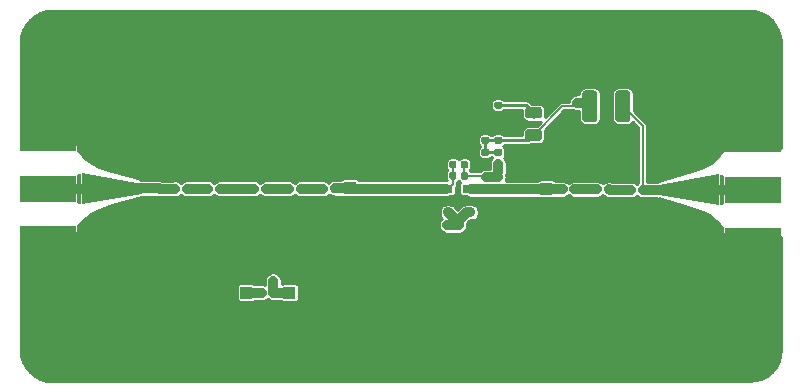
<source format=gbr>
G04 #@! TF.GenerationSoftware,KiCad,Pcbnew,5.1.2-f72e74a~84~ubuntu18.04.1*
G04 #@! TF.CreationDate,2019-08-01T22:55:58-04:00*
G04 #@! TF.ProjectId,iss-lna,6973732d-6c6e-4612-9e6b-696361645f70,rev?*
G04 #@! TF.SameCoordinates,Original*
G04 #@! TF.FileFunction,Copper,L1,Top*
G04 #@! TF.FilePolarity,Positive*
%FSLAX46Y46*%
G04 Gerber Fmt 4.6, Leading zero omitted, Abs format (unit mm)*
G04 Created by KiCad (PCBNEW 5.1.2-f72e74a~84~ubuntu18.04.1) date 2019-08-01 22:55:58*
%MOMM*%
%LPD*%
G04 APERTURE LIST*
%ADD10C,0.500000*%
%ADD11C,5.500000*%
%ADD12C,0.965200*%
%ADD13C,0.100000*%
%ADD14R,4.830000X2.413000*%
%ADD15R,4.830000X2.286000*%
%ADD16C,0.165100*%
%ADD17R,0.254000X2.616200*%
%ADD18C,0.590000*%
%ADD19R,0.700000X0.700000*%
%ADD20R,0.900000X0.700000*%
%ADD21C,1.250000*%
%ADD22R,2.000000X1.050000*%
%ADD23R,1.050000X1.000000*%
%ADD24C,0.975000*%
%ADD25C,0.690000*%
%ADD26C,0.849200*%
%ADD27C,0.250000*%
%ADD28C,0.160000*%
%ADD29C,0.200000*%
%ADD30C,0.254000*%
G04 APERTURE END LIST*
D10*
X126430000Y-50120000D03*
D11*
X140000000Y-70000000D03*
X140000000Y-46000000D03*
X83000000Y-70000000D03*
X83000000Y-46000000D03*
D12*
X135155000Y-61410000D03*
D13*
G36*
X133345000Y-63090000D02*
G01*
X133345000Y-58110000D01*
X135905000Y-58820000D01*
X137180000Y-59280000D01*
X137835000Y-59640000D01*
X138145000Y-59870000D01*
X138305000Y-60030000D01*
X138475000Y-60170000D01*
X138885000Y-60690000D01*
X138885000Y-63090000D01*
X133345000Y-63090000D01*
X133345000Y-63090000D01*
G37*
D12*
X136685000Y-57460000D03*
D13*
G36*
X133345000Y-57930000D02*
G01*
X133345000Y-57070000D01*
X138465000Y-56190000D01*
X138465000Y-58810000D01*
X133345000Y-57930000D01*
X133345000Y-57930000D01*
G37*
D12*
X134135000Y-54460000D03*
D13*
G36*
X138475000Y-54840000D02*
G01*
X138305000Y-54980000D01*
X138145000Y-55140000D01*
X137835000Y-55370000D01*
X137180000Y-55730000D01*
X135905000Y-56190000D01*
X133345000Y-56900000D01*
X133345000Y-51920000D01*
X138885000Y-51920000D01*
X138885000Y-54320000D01*
X138475000Y-54840000D01*
X138475000Y-54840000D01*
G37*
D14*
X141300000Y-61881500D03*
D15*
X141300000Y-57500000D03*
D14*
X141300000Y-53118500D03*
D16*
X138802450Y-57500000D03*
D13*
G36*
X138719900Y-56191900D02*
G01*
X138885000Y-56357000D01*
X138885000Y-58643000D01*
X138719900Y-58808100D01*
X138719900Y-56191900D01*
X138719900Y-56191900D01*
G37*
D17*
X138592900Y-57500000D03*
D12*
X137996000Y-53118500D03*
X137996000Y-61881500D03*
X87810000Y-53480000D03*
D13*
G36*
X89620000Y-51800000D02*
G01*
X89620000Y-56780000D01*
X87060000Y-56070000D01*
X85785000Y-55610000D01*
X85130000Y-55250000D01*
X84820000Y-55020000D01*
X84660000Y-54860000D01*
X84490000Y-54720000D01*
X84080000Y-54200000D01*
X84080000Y-51800000D01*
X89620000Y-51800000D01*
X89620000Y-51800000D01*
G37*
D12*
X86280000Y-57430000D03*
D13*
G36*
X89620000Y-56960000D02*
G01*
X89620000Y-57820000D01*
X84500000Y-58700000D01*
X84500000Y-56080000D01*
X89620000Y-56960000D01*
X89620000Y-56960000D01*
G37*
D12*
X88830000Y-60430000D03*
D13*
G36*
X84490000Y-60050000D02*
G01*
X84660000Y-59910000D01*
X84820000Y-59750000D01*
X85130000Y-59520000D01*
X85785000Y-59160000D01*
X87060000Y-58700000D01*
X89620000Y-57990000D01*
X89620000Y-62970000D01*
X84080000Y-62970000D01*
X84080000Y-60570000D01*
X84490000Y-60050000D01*
X84490000Y-60050000D01*
G37*
D14*
X81665000Y-53008500D03*
D15*
X81665000Y-57390000D03*
D14*
X81665000Y-61771500D03*
D16*
X84162550Y-57390000D03*
D13*
G36*
X84245100Y-58698100D02*
G01*
X84080000Y-58533000D01*
X84080000Y-56247000D01*
X84245100Y-56081900D01*
X84245100Y-58698100D01*
X84245100Y-58698100D01*
G37*
D17*
X84372100Y-57390000D03*
D12*
X84969000Y-61771500D03*
X84969000Y-53008500D03*
D13*
G36*
X119936958Y-57090710D02*
G01*
X119951276Y-57092834D01*
X119965317Y-57096351D01*
X119978946Y-57101228D01*
X119992031Y-57107417D01*
X120004447Y-57114858D01*
X120016073Y-57123481D01*
X120026798Y-57133202D01*
X120036519Y-57143927D01*
X120045142Y-57155553D01*
X120052583Y-57167969D01*
X120058772Y-57181054D01*
X120063649Y-57194683D01*
X120067166Y-57208724D01*
X120069290Y-57223042D01*
X120070000Y-57237500D01*
X120070000Y-57532500D01*
X120069290Y-57546958D01*
X120067166Y-57561276D01*
X120063649Y-57575317D01*
X120058772Y-57588946D01*
X120052583Y-57602031D01*
X120045142Y-57614447D01*
X120036519Y-57626073D01*
X120026798Y-57636798D01*
X120016073Y-57646519D01*
X120004447Y-57655142D01*
X119992031Y-57662583D01*
X119978946Y-57668772D01*
X119965317Y-57673649D01*
X119951276Y-57677166D01*
X119936958Y-57679290D01*
X119922500Y-57680000D01*
X119577500Y-57680000D01*
X119563042Y-57679290D01*
X119548724Y-57677166D01*
X119534683Y-57673649D01*
X119521054Y-57668772D01*
X119507969Y-57662583D01*
X119495553Y-57655142D01*
X119483927Y-57646519D01*
X119473202Y-57636798D01*
X119463481Y-57626073D01*
X119454858Y-57614447D01*
X119447417Y-57602031D01*
X119441228Y-57588946D01*
X119436351Y-57575317D01*
X119432834Y-57561276D01*
X119430710Y-57546958D01*
X119430000Y-57532500D01*
X119430000Y-57237500D01*
X119430710Y-57223042D01*
X119432834Y-57208724D01*
X119436351Y-57194683D01*
X119441228Y-57181054D01*
X119447417Y-57167969D01*
X119454858Y-57155553D01*
X119463481Y-57143927D01*
X119473202Y-57133202D01*
X119483927Y-57123481D01*
X119495553Y-57114858D01*
X119507969Y-57107417D01*
X119521054Y-57101228D01*
X119534683Y-57096351D01*
X119548724Y-57092834D01*
X119563042Y-57090710D01*
X119577500Y-57090000D01*
X119922500Y-57090000D01*
X119936958Y-57090710D01*
X119936958Y-57090710D01*
G37*
D18*
X119750000Y-57385000D03*
D13*
G36*
X119936958Y-56120710D02*
G01*
X119951276Y-56122834D01*
X119965317Y-56126351D01*
X119978946Y-56131228D01*
X119992031Y-56137417D01*
X120004447Y-56144858D01*
X120016073Y-56153481D01*
X120026798Y-56163202D01*
X120036519Y-56173927D01*
X120045142Y-56185553D01*
X120052583Y-56197969D01*
X120058772Y-56211054D01*
X120063649Y-56224683D01*
X120067166Y-56238724D01*
X120069290Y-56253042D01*
X120070000Y-56267500D01*
X120070000Y-56562500D01*
X120069290Y-56576958D01*
X120067166Y-56591276D01*
X120063649Y-56605317D01*
X120058772Y-56618946D01*
X120052583Y-56632031D01*
X120045142Y-56644447D01*
X120036519Y-56656073D01*
X120026798Y-56666798D01*
X120016073Y-56676519D01*
X120004447Y-56685142D01*
X119992031Y-56692583D01*
X119978946Y-56698772D01*
X119965317Y-56703649D01*
X119951276Y-56707166D01*
X119936958Y-56709290D01*
X119922500Y-56710000D01*
X119577500Y-56710000D01*
X119563042Y-56709290D01*
X119548724Y-56707166D01*
X119534683Y-56703649D01*
X119521054Y-56698772D01*
X119507969Y-56692583D01*
X119495553Y-56685142D01*
X119483927Y-56676519D01*
X119473202Y-56666798D01*
X119463481Y-56656073D01*
X119454858Y-56644447D01*
X119447417Y-56632031D01*
X119441228Y-56618946D01*
X119436351Y-56605317D01*
X119432834Y-56591276D01*
X119430710Y-56576958D01*
X119430000Y-56562500D01*
X119430000Y-56267500D01*
X119430710Y-56253042D01*
X119432834Y-56238724D01*
X119436351Y-56224683D01*
X119441228Y-56211054D01*
X119447417Y-56197969D01*
X119454858Y-56185553D01*
X119463481Y-56173927D01*
X119473202Y-56163202D01*
X119483927Y-56153481D01*
X119495553Y-56144858D01*
X119507969Y-56137417D01*
X119521054Y-56131228D01*
X119534683Y-56126351D01*
X119548724Y-56122834D01*
X119563042Y-56120710D01*
X119577500Y-56120000D01*
X119922500Y-56120000D01*
X119936958Y-56120710D01*
X119936958Y-56120710D01*
G37*
D18*
X119750000Y-56415000D03*
D13*
G36*
X114626958Y-60180710D02*
G01*
X114641276Y-60182834D01*
X114655317Y-60186351D01*
X114668946Y-60191228D01*
X114682031Y-60197417D01*
X114694447Y-60204858D01*
X114706073Y-60213481D01*
X114716798Y-60223202D01*
X114726519Y-60233927D01*
X114735142Y-60245553D01*
X114742583Y-60257969D01*
X114748772Y-60271054D01*
X114753649Y-60284683D01*
X114757166Y-60298724D01*
X114759290Y-60313042D01*
X114760000Y-60327500D01*
X114760000Y-60672500D01*
X114759290Y-60686958D01*
X114757166Y-60701276D01*
X114753649Y-60715317D01*
X114748772Y-60728946D01*
X114742583Y-60742031D01*
X114735142Y-60754447D01*
X114726519Y-60766073D01*
X114716798Y-60776798D01*
X114706073Y-60786519D01*
X114694447Y-60795142D01*
X114682031Y-60802583D01*
X114668946Y-60808772D01*
X114655317Y-60813649D01*
X114641276Y-60817166D01*
X114626958Y-60819290D01*
X114612500Y-60820000D01*
X114317500Y-60820000D01*
X114303042Y-60819290D01*
X114288724Y-60817166D01*
X114274683Y-60813649D01*
X114261054Y-60808772D01*
X114247969Y-60802583D01*
X114235553Y-60795142D01*
X114223927Y-60786519D01*
X114213202Y-60776798D01*
X114203481Y-60766073D01*
X114194858Y-60754447D01*
X114187417Y-60742031D01*
X114181228Y-60728946D01*
X114176351Y-60715317D01*
X114172834Y-60701276D01*
X114170710Y-60686958D01*
X114170000Y-60672500D01*
X114170000Y-60327500D01*
X114170710Y-60313042D01*
X114172834Y-60298724D01*
X114176351Y-60284683D01*
X114181228Y-60271054D01*
X114187417Y-60257969D01*
X114194858Y-60245553D01*
X114203481Y-60233927D01*
X114213202Y-60223202D01*
X114223927Y-60213481D01*
X114235553Y-60204858D01*
X114247969Y-60197417D01*
X114261054Y-60191228D01*
X114274683Y-60186351D01*
X114288724Y-60182834D01*
X114303042Y-60180710D01*
X114317500Y-60180000D01*
X114612500Y-60180000D01*
X114626958Y-60180710D01*
X114626958Y-60180710D01*
G37*
D18*
X114465000Y-60500000D03*
D13*
G36*
X115596958Y-60180710D02*
G01*
X115611276Y-60182834D01*
X115625317Y-60186351D01*
X115638946Y-60191228D01*
X115652031Y-60197417D01*
X115664447Y-60204858D01*
X115676073Y-60213481D01*
X115686798Y-60223202D01*
X115696519Y-60233927D01*
X115705142Y-60245553D01*
X115712583Y-60257969D01*
X115718772Y-60271054D01*
X115723649Y-60284683D01*
X115727166Y-60298724D01*
X115729290Y-60313042D01*
X115730000Y-60327500D01*
X115730000Y-60672500D01*
X115729290Y-60686958D01*
X115727166Y-60701276D01*
X115723649Y-60715317D01*
X115718772Y-60728946D01*
X115712583Y-60742031D01*
X115705142Y-60754447D01*
X115696519Y-60766073D01*
X115686798Y-60776798D01*
X115676073Y-60786519D01*
X115664447Y-60795142D01*
X115652031Y-60802583D01*
X115638946Y-60808772D01*
X115625317Y-60813649D01*
X115611276Y-60817166D01*
X115596958Y-60819290D01*
X115582500Y-60820000D01*
X115287500Y-60820000D01*
X115273042Y-60819290D01*
X115258724Y-60817166D01*
X115244683Y-60813649D01*
X115231054Y-60808772D01*
X115217969Y-60802583D01*
X115205553Y-60795142D01*
X115193927Y-60786519D01*
X115183202Y-60776798D01*
X115173481Y-60766073D01*
X115164858Y-60754447D01*
X115157417Y-60742031D01*
X115151228Y-60728946D01*
X115146351Y-60715317D01*
X115142834Y-60701276D01*
X115140710Y-60686958D01*
X115140000Y-60672500D01*
X115140000Y-60327500D01*
X115140710Y-60313042D01*
X115142834Y-60298724D01*
X115146351Y-60284683D01*
X115151228Y-60271054D01*
X115157417Y-60257969D01*
X115164858Y-60245553D01*
X115173481Y-60233927D01*
X115183202Y-60223202D01*
X115193927Y-60213481D01*
X115205553Y-60204858D01*
X115217969Y-60197417D01*
X115231054Y-60191228D01*
X115244683Y-60186351D01*
X115258724Y-60182834D01*
X115273042Y-60180710D01*
X115287500Y-60180000D01*
X115582500Y-60180000D01*
X115596958Y-60180710D01*
X115596958Y-60180710D01*
G37*
D18*
X115435000Y-60500000D03*
D13*
G36*
X117546958Y-60180710D02*
G01*
X117561276Y-60182834D01*
X117575317Y-60186351D01*
X117588946Y-60191228D01*
X117602031Y-60197417D01*
X117614447Y-60204858D01*
X117626073Y-60213481D01*
X117636798Y-60223202D01*
X117646519Y-60233927D01*
X117655142Y-60245553D01*
X117662583Y-60257969D01*
X117668772Y-60271054D01*
X117673649Y-60284683D01*
X117677166Y-60298724D01*
X117679290Y-60313042D01*
X117680000Y-60327500D01*
X117680000Y-60672500D01*
X117679290Y-60686958D01*
X117677166Y-60701276D01*
X117673649Y-60715317D01*
X117668772Y-60728946D01*
X117662583Y-60742031D01*
X117655142Y-60754447D01*
X117646519Y-60766073D01*
X117636798Y-60776798D01*
X117626073Y-60786519D01*
X117614447Y-60795142D01*
X117602031Y-60802583D01*
X117588946Y-60808772D01*
X117575317Y-60813649D01*
X117561276Y-60817166D01*
X117546958Y-60819290D01*
X117532500Y-60820000D01*
X117237500Y-60820000D01*
X117223042Y-60819290D01*
X117208724Y-60817166D01*
X117194683Y-60813649D01*
X117181054Y-60808772D01*
X117167969Y-60802583D01*
X117155553Y-60795142D01*
X117143927Y-60786519D01*
X117133202Y-60776798D01*
X117123481Y-60766073D01*
X117114858Y-60754447D01*
X117107417Y-60742031D01*
X117101228Y-60728946D01*
X117096351Y-60715317D01*
X117092834Y-60701276D01*
X117090710Y-60686958D01*
X117090000Y-60672500D01*
X117090000Y-60327500D01*
X117090710Y-60313042D01*
X117092834Y-60298724D01*
X117096351Y-60284683D01*
X117101228Y-60271054D01*
X117107417Y-60257969D01*
X117114858Y-60245553D01*
X117123481Y-60233927D01*
X117133202Y-60223202D01*
X117143927Y-60213481D01*
X117155553Y-60204858D01*
X117167969Y-60197417D01*
X117181054Y-60191228D01*
X117194683Y-60186351D01*
X117208724Y-60182834D01*
X117223042Y-60180710D01*
X117237500Y-60180000D01*
X117532500Y-60180000D01*
X117546958Y-60180710D01*
X117546958Y-60180710D01*
G37*
D18*
X117385000Y-60500000D03*
D13*
G36*
X116576958Y-60180710D02*
G01*
X116591276Y-60182834D01*
X116605317Y-60186351D01*
X116618946Y-60191228D01*
X116632031Y-60197417D01*
X116644447Y-60204858D01*
X116656073Y-60213481D01*
X116666798Y-60223202D01*
X116676519Y-60233927D01*
X116685142Y-60245553D01*
X116692583Y-60257969D01*
X116698772Y-60271054D01*
X116703649Y-60284683D01*
X116707166Y-60298724D01*
X116709290Y-60313042D01*
X116710000Y-60327500D01*
X116710000Y-60672500D01*
X116709290Y-60686958D01*
X116707166Y-60701276D01*
X116703649Y-60715317D01*
X116698772Y-60728946D01*
X116692583Y-60742031D01*
X116685142Y-60754447D01*
X116676519Y-60766073D01*
X116666798Y-60776798D01*
X116656073Y-60786519D01*
X116644447Y-60795142D01*
X116632031Y-60802583D01*
X116618946Y-60808772D01*
X116605317Y-60813649D01*
X116591276Y-60817166D01*
X116576958Y-60819290D01*
X116562500Y-60820000D01*
X116267500Y-60820000D01*
X116253042Y-60819290D01*
X116238724Y-60817166D01*
X116224683Y-60813649D01*
X116211054Y-60808772D01*
X116197969Y-60802583D01*
X116185553Y-60795142D01*
X116173927Y-60786519D01*
X116163202Y-60776798D01*
X116153481Y-60766073D01*
X116144858Y-60754447D01*
X116137417Y-60742031D01*
X116131228Y-60728946D01*
X116126351Y-60715317D01*
X116122834Y-60701276D01*
X116120710Y-60686958D01*
X116120000Y-60672500D01*
X116120000Y-60327500D01*
X116120710Y-60313042D01*
X116122834Y-60298724D01*
X116126351Y-60284683D01*
X116131228Y-60271054D01*
X116137417Y-60257969D01*
X116144858Y-60245553D01*
X116153481Y-60233927D01*
X116163202Y-60223202D01*
X116173927Y-60213481D01*
X116185553Y-60204858D01*
X116197969Y-60197417D01*
X116211054Y-60191228D01*
X116224683Y-60186351D01*
X116238724Y-60182834D01*
X116253042Y-60180710D01*
X116267500Y-60180000D01*
X116562500Y-60180000D01*
X116576958Y-60180710D01*
X116576958Y-60180710D01*
G37*
D18*
X116415000Y-60500000D03*
D10*
X121500000Y-64650000D03*
X98100000Y-57400000D03*
D13*
G36*
X99876958Y-65880710D02*
G01*
X99891276Y-65882834D01*
X99905317Y-65886351D01*
X99918946Y-65891228D01*
X99932031Y-65897417D01*
X99944447Y-65904858D01*
X99956073Y-65913481D01*
X99966798Y-65923202D01*
X99976519Y-65933927D01*
X99985142Y-65945553D01*
X99992583Y-65957969D01*
X99998772Y-65971054D01*
X100003649Y-65984683D01*
X100007166Y-65998724D01*
X100009290Y-66013042D01*
X100010000Y-66027500D01*
X100010000Y-66372500D01*
X100009290Y-66386958D01*
X100007166Y-66401276D01*
X100003649Y-66415317D01*
X99998772Y-66428946D01*
X99992583Y-66442031D01*
X99985142Y-66454447D01*
X99976519Y-66466073D01*
X99966798Y-66476798D01*
X99956073Y-66486519D01*
X99944447Y-66495142D01*
X99932031Y-66502583D01*
X99918946Y-66508772D01*
X99905317Y-66513649D01*
X99891276Y-66517166D01*
X99876958Y-66519290D01*
X99862500Y-66520000D01*
X99567500Y-66520000D01*
X99553042Y-66519290D01*
X99538724Y-66517166D01*
X99524683Y-66513649D01*
X99511054Y-66508772D01*
X99497969Y-66502583D01*
X99485553Y-66495142D01*
X99473927Y-66486519D01*
X99463202Y-66476798D01*
X99453481Y-66466073D01*
X99444858Y-66454447D01*
X99437417Y-66442031D01*
X99431228Y-66428946D01*
X99426351Y-66415317D01*
X99422834Y-66401276D01*
X99420710Y-66386958D01*
X99420000Y-66372500D01*
X99420000Y-66027500D01*
X99420710Y-66013042D01*
X99422834Y-65998724D01*
X99426351Y-65984683D01*
X99431228Y-65971054D01*
X99437417Y-65957969D01*
X99444858Y-65945553D01*
X99453481Y-65933927D01*
X99463202Y-65923202D01*
X99473927Y-65913481D01*
X99485553Y-65904858D01*
X99497969Y-65897417D01*
X99511054Y-65891228D01*
X99524683Y-65886351D01*
X99538724Y-65882834D01*
X99553042Y-65880710D01*
X99567500Y-65880000D01*
X99862500Y-65880000D01*
X99876958Y-65880710D01*
X99876958Y-65880710D01*
G37*
D18*
X99715000Y-66200000D03*
D13*
G36*
X100846958Y-65880710D02*
G01*
X100861276Y-65882834D01*
X100875317Y-65886351D01*
X100888946Y-65891228D01*
X100902031Y-65897417D01*
X100914447Y-65904858D01*
X100926073Y-65913481D01*
X100936798Y-65923202D01*
X100946519Y-65933927D01*
X100955142Y-65945553D01*
X100962583Y-65957969D01*
X100968772Y-65971054D01*
X100973649Y-65984683D01*
X100977166Y-65998724D01*
X100979290Y-66013042D01*
X100980000Y-66027500D01*
X100980000Y-66372500D01*
X100979290Y-66386958D01*
X100977166Y-66401276D01*
X100973649Y-66415317D01*
X100968772Y-66428946D01*
X100962583Y-66442031D01*
X100955142Y-66454447D01*
X100946519Y-66466073D01*
X100936798Y-66476798D01*
X100926073Y-66486519D01*
X100914447Y-66495142D01*
X100902031Y-66502583D01*
X100888946Y-66508772D01*
X100875317Y-66513649D01*
X100861276Y-66517166D01*
X100846958Y-66519290D01*
X100832500Y-66520000D01*
X100537500Y-66520000D01*
X100523042Y-66519290D01*
X100508724Y-66517166D01*
X100494683Y-66513649D01*
X100481054Y-66508772D01*
X100467969Y-66502583D01*
X100455553Y-66495142D01*
X100443927Y-66486519D01*
X100433202Y-66476798D01*
X100423481Y-66466073D01*
X100414858Y-66454447D01*
X100407417Y-66442031D01*
X100401228Y-66428946D01*
X100396351Y-66415317D01*
X100392834Y-66401276D01*
X100390710Y-66386958D01*
X100390000Y-66372500D01*
X100390000Y-66027500D01*
X100390710Y-66013042D01*
X100392834Y-65998724D01*
X100396351Y-65984683D01*
X100401228Y-65971054D01*
X100407417Y-65957969D01*
X100414858Y-65945553D01*
X100423481Y-65933927D01*
X100433202Y-65923202D01*
X100443927Y-65913481D01*
X100455553Y-65904858D01*
X100467969Y-65897417D01*
X100481054Y-65891228D01*
X100494683Y-65886351D01*
X100508724Y-65882834D01*
X100523042Y-65880710D01*
X100537500Y-65880000D01*
X100832500Y-65880000D01*
X100846958Y-65880710D01*
X100846958Y-65880710D01*
G37*
D18*
X100685000Y-66200000D03*
D13*
G36*
X100886958Y-63920710D02*
G01*
X100901276Y-63922834D01*
X100915317Y-63926351D01*
X100928946Y-63931228D01*
X100942031Y-63937417D01*
X100954447Y-63944858D01*
X100966073Y-63953481D01*
X100976798Y-63963202D01*
X100986519Y-63973927D01*
X100995142Y-63985553D01*
X101002583Y-63997969D01*
X101008772Y-64011054D01*
X101013649Y-64024683D01*
X101017166Y-64038724D01*
X101019290Y-64053042D01*
X101020000Y-64067500D01*
X101020000Y-64362500D01*
X101019290Y-64376958D01*
X101017166Y-64391276D01*
X101013649Y-64405317D01*
X101008772Y-64418946D01*
X101002583Y-64432031D01*
X100995142Y-64444447D01*
X100986519Y-64456073D01*
X100976798Y-64466798D01*
X100966073Y-64476519D01*
X100954447Y-64485142D01*
X100942031Y-64492583D01*
X100928946Y-64498772D01*
X100915317Y-64503649D01*
X100901276Y-64507166D01*
X100886958Y-64509290D01*
X100872500Y-64510000D01*
X100527500Y-64510000D01*
X100513042Y-64509290D01*
X100498724Y-64507166D01*
X100484683Y-64503649D01*
X100471054Y-64498772D01*
X100457969Y-64492583D01*
X100445553Y-64485142D01*
X100433927Y-64476519D01*
X100423202Y-64466798D01*
X100413481Y-64456073D01*
X100404858Y-64444447D01*
X100397417Y-64432031D01*
X100391228Y-64418946D01*
X100386351Y-64405317D01*
X100382834Y-64391276D01*
X100380710Y-64376958D01*
X100380000Y-64362500D01*
X100380000Y-64067500D01*
X100380710Y-64053042D01*
X100382834Y-64038724D01*
X100386351Y-64024683D01*
X100391228Y-64011054D01*
X100397417Y-63997969D01*
X100404858Y-63985553D01*
X100413481Y-63973927D01*
X100423202Y-63963202D01*
X100433927Y-63953481D01*
X100445553Y-63944858D01*
X100457969Y-63937417D01*
X100471054Y-63931228D01*
X100484683Y-63926351D01*
X100498724Y-63922834D01*
X100513042Y-63920710D01*
X100527500Y-63920000D01*
X100872500Y-63920000D01*
X100886958Y-63920710D01*
X100886958Y-63920710D01*
G37*
D18*
X100700000Y-64215000D03*
D13*
G36*
X100886958Y-64890710D02*
G01*
X100901276Y-64892834D01*
X100915317Y-64896351D01*
X100928946Y-64901228D01*
X100942031Y-64907417D01*
X100954447Y-64914858D01*
X100966073Y-64923481D01*
X100976798Y-64933202D01*
X100986519Y-64943927D01*
X100995142Y-64955553D01*
X101002583Y-64967969D01*
X101008772Y-64981054D01*
X101013649Y-64994683D01*
X101017166Y-65008724D01*
X101019290Y-65023042D01*
X101020000Y-65037500D01*
X101020000Y-65332500D01*
X101019290Y-65346958D01*
X101017166Y-65361276D01*
X101013649Y-65375317D01*
X101008772Y-65388946D01*
X101002583Y-65402031D01*
X100995142Y-65414447D01*
X100986519Y-65426073D01*
X100976798Y-65436798D01*
X100966073Y-65446519D01*
X100954447Y-65455142D01*
X100942031Y-65462583D01*
X100928946Y-65468772D01*
X100915317Y-65473649D01*
X100901276Y-65477166D01*
X100886958Y-65479290D01*
X100872500Y-65480000D01*
X100527500Y-65480000D01*
X100513042Y-65479290D01*
X100498724Y-65477166D01*
X100484683Y-65473649D01*
X100471054Y-65468772D01*
X100457969Y-65462583D01*
X100445553Y-65455142D01*
X100433927Y-65446519D01*
X100423202Y-65436798D01*
X100413481Y-65426073D01*
X100404858Y-65414447D01*
X100397417Y-65402031D01*
X100391228Y-65388946D01*
X100386351Y-65375317D01*
X100382834Y-65361276D01*
X100380710Y-65346958D01*
X100380000Y-65332500D01*
X100380000Y-65037500D01*
X100380710Y-65023042D01*
X100382834Y-65008724D01*
X100386351Y-64994683D01*
X100391228Y-64981054D01*
X100397417Y-64967969D01*
X100404858Y-64955553D01*
X100413481Y-64943927D01*
X100423202Y-64933202D01*
X100433927Y-64923481D01*
X100445553Y-64914858D01*
X100457969Y-64907417D01*
X100471054Y-64901228D01*
X100484683Y-64896351D01*
X100498724Y-64892834D01*
X100513042Y-64890710D01*
X100527500Y-64890000D01*
X100872500Y-64890000D01*
X100886958Y-64890710D01*
X100886958Y-64890710D01*
G37*
D18*
X100700000Y-65185000D03*
D13*
G36*
X119936958Y-50990710D02*
G01*
X119951276Y-50992834D01*
X119965317Y-50996351D01*
X119978946Y-51001228D01*
X119992031Y-51007417D01*
X120004447Y-51014858D01*
X120016073Y-51023481D01*
X120026798Y-51033202D01*
X120036519Y-51043927D01*
X120045142Y-51055553D01*
X120052583Y-51067969D01*
X120058772Y-51081054D01*
X120063649Y-51094683D01*
X120067166Y-51108724D01*
X120069290Y-51123042D01*
X120070000Y-51137500D01*
X120070000Y-51432500D01*
X120069290Y-51446958D01*
X120067166Y-51461276D01*
X120063649Y-51475317D01*
X120058772Y-51488946D01*
X120052583Y-51502031D01*
X120045142Y-51514447D01*
X120036519Y-51526073D01*
X120026798Y-51536798D01*
X120016073Y-51546519D01*
X120004447Y-51555142D01*
X119992031Y-51562583D01*
X119978946Y-51568772D01*
X119965317Y-51573649D01*
X119951276Y-51577166D01*
X119936958Y-51579290D01*
X119922500Y-51580000D01*
X119577500Y-51580000D01*
X119563042Y-51579290D01*
X119548724Y-51577166D01*
X119534683Y-51573649D01*
X119521054Y-51568772D01*
X119507969Y-51562583D01*
X119495553Y-51555142D01*
X119483927Y-51546519D01*
X119473202Y-51536798D01*
X119463481Y-51526073D01*
X119454858Y-51514447D01*
X119447417Y-51502031D01*
X119441228Y-51488946D01*
X119436351Y-51475317D01*
X119432834Y-51461276D01*
X119430710Y-51446958D01*
X119430000Y-51432500D01*
X119430000Y-51137500D01*
X119430710Y-51123042D01*
X119432834Y-51108724D01*
X119436351Y-51094683D01*
X119441228Y-51081054D01*
X119447417Y-51067969D01*
X119454858Y-51055553D01*
X119463481Y-51043927D01*
X119473202Y-51033202D01*
X119483927Y-51023481D01*
X119495553Y-51014858D01*
X119507969Y-51007417D01*
X119521054Y-51001228D01*
X119534683Y-50996351D01*
X119548724Y-50992834D01*
X119563042Y-50990710D01*
X119577500Y-50990000D01*
X119922500Y-50990000D01*
X119936958Y-50990710D01*
X119936958Y-50990710D01*
G37*
D18*
X119750000Y-51285000D03*
D13*
G36*
X119936958Y-50020710D02*
G01*
X119951276Y-50022834D01*
X119965317Y-50026351D01*
X119978946Y-50031228D01*
X119992031Y-50037417D01*
X120004447Y-50044858D01*
X120016073Y-50053481D01*
X120026798Y-50063202D01*
X120036519Y-50073927D01*
X120045142Y-50085553D01*
X120052583Y-50097969D01*
X120058772Y-50111054D01*
X120063649Y-50124683D01*
X120067166Y-50138724D01*
X120069290Y-50153042D01*
X120070000Y-50167500D01*
X120070000Y-50462500D01*
X120069290Y-50476958D01*
X120067166Y-50491276D01*
X120063649Y-50505317D01*
X120058772Y-50518946D01*
X120052583Y-50532031D01*
X120045142Y-50544447D01*
X120036519Y-50556073D01*
X120026798Y-50566798D01*
X120016073Y-50576519D01*
X120004447Y-50585142D01*
X119992031Y-50592583D01*
X119978946Y-50598772D01*
X119965317Y-50603649D01*
X119951276Y-50607166D01*
X119936958Y-50609290D01*
X119922500Y-50610000D01*
X119577500Y-50610000D01*
X119563042Y-50609290D01*
X119548724Y-50607166D01*
X119534683Y-50603649D01*
X119521054Y-50598772D01*
X119507969Y-50592583D01*
X119495553Y-50585142D01*
X119483927Y-50576519D01*
X119473202Y-50566798D01*
X119463481Y-50556073D01*
X119454858Y-50544447D01*
X119447417Y-50532031D01*
X119441228Y-50518946D01*
X119436351Y-50505317D01*
X119432834Y-50491276D01*
X119430710Y-50476958D01*
X119430000Y-50462500D01*
X119430000Y-50167500D01*
X119430710Y-50153042D01*
X119432834Y-50138724D01*
X119436351Y-50124683D01*
X119441228Y-50111054D01*
X119447417Y-50097969D01*
X119454858Y-50085553D01*
X119463481Y-50073927D01*
X119473202Y-50063202D01*
X119483927Y-50053481D01*
X119495553Y-50044858D01*
X119507969Y-50037417D01*
X119521054Y-50031228D01*
X119534683Y-50026351D01*
X119548724Y-50022834D01*
X119563042Y-50020710D01*
X119577500Y-50020000D01*
X119922500Y-50020000D01*
X119936958Y-50020710D01*
X119936958Y-50020710D01*
G37*
D18*
X119750000Y-50315000D03*
D13*
G36*
X125361958Y-57130710D02*
G01*
X125376276Y-57132834D01*
X125390317Y-57136351D01*
X125403946Y-57141228D01*
X125417031Y-57147417D01*
X125429447Y-57154858D01*
X125441073Y-57163481D01*
X125451798Y-57173202D01*
X125461519Y-57183927D01*
X125470142Y-57195553D01*
X125477583Y-57207969D01*
X125483772Y-57221054D01*
X125488649Y-57234683D01*
X125492166Y-57248724D01*
X125494290Y-57263042D01*
X125495000Y-57277500D01*
X125495000Y-57622500D01*
X125494290Y-57636958D01*
X125492166Y-57651276D01*
X125488649Y-57665317D01*
X125483772Y-57678946D01*
X125477583Y-57692031D01*
X125470142Y-57704447D01*
X125461519Y-57716073D01*
X125451798Y-57726798D01*
X125441073Y-57736519D01*
X125429447Y-57745142D01*
X125417031Y-57752583D01*
X125403946Y-57758772D01*
X125390317Y-57763649D01*
X125376276Y-57767166D01*
X125361958Y-57769290D01*
X125347500Y-57770000D01*
X125052500Y-57770000D01*
X125038042Y-57769290D01*
X125023724Y-57767166D01*
X125009683Y-57763649D01*
X124996054Y-57758772D01*
X124982969Y-57752583D01*
X124970553Y-57745142D01*
X124958927Y-57736519D01*
X124948202Y-57726798D01*
X124938481Y-57716073D01*
X124929858Y-57704447D01*
X124922417Y-57692031D01*
X124916228Y-57678946D01*
X124911351Y-57665317D01*
X124907834Y-57651276D01*
X124905710Y-57636958D01*
X124905000Y-57622500D01*
X124905000Y-57277500D01*
X124905710Y-57263042D01*
X124907834Y-57248724D01*
X124911351Y-57234683D01*
X124916228Y-57221054D01*
X124922417Y-57207969D01*
X124929858Y-57195553D01*
X124938481Y-57183927D01*
X124948202Y-57173202D01*
X124958927Y-57163481D01*
X124970553Y-57154858D01*
X124982969Y-57147417D01*
X124996054Y-57141228D01*
X125009683Y-57136351D01*
X125023724Y-57132834D01*
X125038042Y-57130710D01*
X125052500Y-57130000D01*
X125347500Y-57130000D01*
X125361958Y-57130710D01*
X125361958Y-57130710D01*
G37*
D18*
X125200000Y-57450000D03*
D13*
G36*
X126331958Y-57130710D02*
G01*
X126346276Y-57132834D01*
X126360317Y-57136351D01*
X126373946Y-57141228D01*
X126387031Y-57147417D01*
X126399447Y-57154858D01*
X126411073Y-57163481D01*
X126421798Y-57173202D01*
X126431519Y-57183927D01*
X126440142Y-57195553D01*
X126447583Y-57207969D01*
X126453772Y-57221054D01*
X126458649Y-57234683D01*
X126462166Y-57248724D01*
X126464290Y-57263042D01*
X126465000Y-57277500D01*
X126465000Y-57622500D01*
X126464290Y-57636958D01*
X126462166Y-57651276D01*
X126458649Y-57665317D01*
X126453772Y-57678946D01*
X126447583Y-57692031D01*
X126440142Y-57704447D01*
X126431519Y-57716073D01*
X126421798Y-57726798D01*
X126411073Y-57736519D01*
X126399447Y-57745142D01*
X126387031Y-57752583D01*
X126373946Y-57758772D01*
X126360317Y-57763649D01*
X126346276Y-57767166D01*
X126331958Y-57769290D01*
X126317500Y-57770000D01*
X126022500Y-57770000D01*
X126008042Y-57769290D01*
X125993724Y-57767166D01*
X125979683Y-57763649D01*
X125966054Y-57758772D01*
X125952969Y-57752583D01*
X125940553Y-57745142D01*
X125928927Y-57736519D01*
X125918202Y-57726798D01*
X125908481Y-57716073D01*
X125899858Y-57704447D01*
X125892417Y-57692031D01*
X125886228Y-57678946D01*
X125881351Y-57665317D01*
X125877834Y-57651276D01*
X125875710Y-57636958D01*
X125875000Y-57622500D01*
X125875000Y-57277500D01*
X125875710Y-57263042D01*
X125877834Y-57248724D01*
X125881351Y-57234683D01*
X125886228Y-57221054D01*
X125892417Y-57207969D01*
X125899858Y-57195553D01*
X125908481Y-57183927D01*
X125918202Y-57173202D01*
X125928927Y-57163481D01*
X125940553Y-57154858D01*
X125952969Y-57147417D01*
X125966054Y-57141228D01*
X125979683Y-57136351D01*
X125993724Y-57132834D01*
X126008042Y-57130710D01*
X126022500Y-57130000D01*
X126317500Y-57130000D01*
X126331958Y-57130710D01*
X126331958Y-57130710D01*
G37*
D18*
X126170000Y-57450000D03*
D13*
G36*
X119936958Y-54990710D02*
G01*
X119951276Y-54992834D01*
X119965317Y-54996351D01*
X119978946Y-55001228D01*
X119992031Y-55007417D01*
X120004447Y-55014858D01*
X120016073Y-55023481D01*
X120026798Y-55033202D01*
X120036519Y-55043927D01*
X120045142Y-55055553D01*
X120052583Y-55067969D01*
X120058772Y-55081054D01*
X120063649Y-55094683D01*
X120067166Y-55108724D01*
X120069290Y-55123042D01*
X120070000Y-55137500D01*
X120070000Y-55432500D01*
X120069290Y-55446958D01*
X120067166Y-55461276D01*
X120063649Y-55475317D01*
X120058772Y-55488946D01*
X120052583Y-55502031D01*
X120045142Y-55514447D01*
X120036519Y-55526073D01*
X120026798Y-55536798D01*
X120016073Y-55546519D01*
X120004447Y-55555142D01*
X119992031Y-55562583D01*
X119978946Y-55568772D01*
X119965317Y-55573649D01*
X119951276Y-55577166D01*
X119936958Y-55579290D01*
X119922500Y-55580000D01*
X119577500Y-55580000D01*
X119563042Y-55579290D01*
X119548724Y-55577166D01*
X119534683Y-55573649D01*
X119521054Y-55568772D01*
X119507969Y-55562583D01*
X119495553Y-55555142D01*
X119483927Y-55546519D01*
X119473202Y-55536798D01*
X119463481Y-55526073D01*
X119454858Y-55514447D01*
X119447417Y-55502031D01*
X119441228Y-55488946D01*
X119436351Y-55475317D01*
X119432834Y-55461276D01*
X119430710Y-55446958D01*
X119430000Y-55432500D01*
X119430000Y-55137500D01*
X119430710Y-55123042D01*
X119432834Y-55108724D01*
X119436351Y-55094683D01*
X119441228Y-55081054D01*
X119447417Y-55067969D01*
X119454858Y-55055553D01*
X119463481Y-55043927D01*
X119473202Y-55033202D01*
X119483927Y-55023481D01*
X119495553Y-55014858D01*
X119507969Y-55007417D01*
X119521054Y-55001228D01*
X119534683Y-54996351D01*
X119548724Y-54992834D01*
X119563042Y-54990710D01*
X119577500Y-54990000D01*
X119922500Y-54990000D01*
X119936958Y-54990710D01*
X119936958Y-54990710D01*
G37*
D18*
X119750000Y-55285000D03*
D13*
G36*
X119936958Y-54020710D02*
G01*
X119951276Y-54022834D01*
X119965317Y-54026351D01*
X119978946Y-54031228D01*
X119992031Y-54037417D01*
X120004447Y-54044858D01*
X120016073Y-54053481D01*
X120026798Y-54063202D01*
X120036519Y-54073927D01*
X120045142Y-54085553D01*
X120052583Y-54097969D01*
X120058772Y-54111054D01*
X120063649Y-54124683D01*
X120067166Y-54138724D01*
X120069290Y-54153042D01*
X120070000Y-54167500D01*
X120070000Y-54462500D01*
X120069290Y-54476958D01*
X120067166Y-54491276D01*
X120063649Y-54505317D01*
X120058772Y-54518946D01*
X120052583Y-54532031D01*
X120045142Y-54544447D01*
X120036519Y-54556073D01*
X120026798Y-54566798D01*
X120016073Y-54576519D01*
X120004447Y-54585142D01*
X119992031Y-54592583D01*
X119978946Y-54598772D01*
X119965317Y-54603649D01*
X119951276Y-54607166D01*
X119936958Y-54609290D01*
X119922500Y-54610000D01*
X119577500Y-54610000D01*
X119563042Y-54609290D01*
X119548724Y-54607166D01*
X119534683Y-54603649D01*
X119521054Y-54598772D01*
X119507969Y-54592583D01*
X119495553Y-54585142D01*
X119483927Y-54576519D01*
X119473202Y-54566798D01*
X119463481Y-54556073D01*
X119454858Y-54544447D01*
X119447417Y-54532031D01*
X119441228Y-54518946D01*
X119436351Y-54505317D01*
X119432834Y-54491276D01*
X119430710Y-54476958D01*
X119430000Y-54462500D01*
X119430000Y-54167500D01*
X119430710Y-54153042D01*
X119432834Y-54138724D01*
X119436351Y-54124683D01*
X119441228Y-54111054D01*
X119447417Y-54097969D01*
X119454858Y-54085553D01*
X119463481Y-54073927D01*
X119473202Y-54063202D01*
X119483927Y-54053481D01*
X119495553Y-54044858D01*
X119507969Y-54037417D01*
X119521054Y-54031228D01*
X119534683Y-54026351D01*
X119548724Y-54022834D01*
X119563042Y-54020710D01*
X119577500Y-54020000D01*
X119922500Y-54020000D01*
X119936958Y-54020710D01*
X119936958Y-54020710D01*
G37*
D18*
X119750000Y-54315000D03*
D13*
G36*
X112236958Y-58070710D02*
G01*
X112251276Y-58072834D01*
X112265317Y-58076351D01*
X112278946Y-58081228D01*
X112292031Y-58087417D01*
X112304447Y-58094858D01*
X112316073Y-58103481D01*
X112326798Y-58113202D01*
X112336519Y-58123927D01*
X112345142Y-58135553D01*
X112352583Y-58147969D01*
X112358772Y-58161054D01*
X112363649Y-58174683D01*
X112367166Y-58188724D01*
X112369290Y-58203042D01*
X112370000Y-58217500D01*
X112370000Y-58512500D01*
X112369290Y-58526958D01*
X112367166Y-58541276D01*
X112363649Y-58555317D01*
X112358772Y-58568946D01*
X112352583Y-58582031D01*
X112345142Y-58594447D01*
X112336519Y-58606073D01*
X112326798Y-58616798D01*
X112316073Y-58626519D01*
X112304447Y-58635142D01*
X112292031Y-58642583D01*
X112278946Y-58648772D01*
X112265317Y-58653649D01*
X112251276Y-58657166D01*
X112236958Y-58659290D01*
X112222500Y-58660000D01*
X111877500Y-58660000D01*
X111863042Y-58659290D01*
X111848724Y-58657166D01*
X111834683Y-58653649D01*
X111821054Y-58648772D01*
X111807969Y-58642583D01*
X111795553Y-58635142D01*
X111783927Y-58626519D01*
X111773202Y-58616798D01*
X111763481Y-58606073D01*
X111754858Y-58594447D01*
X111747417Y-58582031D01*
X111741228Y-58568946D01*
X111736351Y-58555317D01*
X111732834Y-58541276D01*
X111730710Y-58526958D01*
X111730000Y-58512500D01*
X111730000Y-58217500D01*
X111730710Y-58203042D01*
X111732834Y-58188724D01*
X111736351Y-58174683D01*
X111741228Y-58161054D01*
X111747417Y-58147969D01*
X111754858Y-58135553D01*
X111763481Y-58123927D01*
X111773202Y-58113202D01*
X111783927Y-58103481D01*
X111795553Y-58094858D01*
X111807969Y-58087417D01*
X111821054Y-58081228D01*
X111834683Y-58076351D01*
X111848724Y-58072834D01*
X111863042Y-58070710D01*
X111877500Y-58070000D01*
X112222500Y-58070000D01*
X112236958Y-58070710D01*
X112236958Y-58070710D01*
G37*
D18*
X112050000Y-58365000D03*
D13*
G36*
X112236958Y-57100710D02*
G01*
X112251276Y-57102834D01*
X112265317Y-57106351D01*
X112278946Y-57111228D01*
X112292031Y-57117417D01*
X112304447Y-57124858D01*
X112316073Y-57133481D01*
X112326798Y-57143202D01*
X112336519Y-57153927D01*
X112345142Y-57165553D01*
X112352583Y-57177969D01*
X112358772Y-57191054D01*
X112363649Y-57204683D01*
X112367166Y-57218724D01*
X112369290Y-57233042D01*
X112370000Y-57247500D01*
X112370000Y-57542500D01*
X112369290Y-57556958D01*
X112367166Y-57571276D01*
X112363649Y-57585317D01*
X112358772Y-57598946D01*
X112352583Y-57612031D01*
X112345142Y-57624447D01*
X112336519Y-57636073D01*
X112326798Y-57646798D01*
X112316073Y-57656519D01*
X112304447Y-57665142D01*
X112292031Y-57672583D01*
X112278946Y-57678772D01*
X112265317Y-57683649D01*
X112251276Y-57687166D01*
X112236958Y-57689290D01*
X112222500Y-57690000D01*
X111877500Y-57690000D01*
X111863042Y-57689290D01*
X111848724Y-57687166D01*
X111834683Y-57683649D01*
X111821054Y-57678772D01*
X111807969Y-57672583D01*
X111795553Y-57665142D01*
X111783927Y-57656519D01*
X111773202Y-57646798D01*
X111763481Y-57636073D01*
X111754858Y-57624447D01*
X111747417Y-57612031D01*
X111741228Y-57598946D01*
X111736351Y-57585317D01*
X111732834Y-57571276D01*
X111730710Y-57556958D01*
X111730000Y-57542500D01*
X111730000Y-57247500D01*
X111730710Y-57233042D01*
X111732834Y-57218724D01*
X111736351Y-57204683D01*
X111741228Y-57191054D01*
X111747417Y-57177969D01*
X111754858Y-57165553D01*
X111763481Y-57153927D01*
X111773202Y-57143202D01*
X111783927Y-57133481D01*
X111795553Y-57124858D01*
X111807969Y-57117417D01*
X111821054Y-57111228D01*
X111834683Y-57106351D01*
X111848724Y-57102834D01*
X111863042Y-57100710D01*
X111877500Y-57100000D01*
X112222500Y-57100000D01*
X112236958Y-57100710D01*
X112236958Y-57100710D01*
G37*
D18*
X112050000Y-57395000D03*
D13*
G36*
X116076958Y-55980710D02*
G01*
X116091276Y-55982834D01*
X116105317Y-55986351D01*
X116118946Y-55991228D01*
X116132031Y-55997417D01*
X116144447Y-56004858D01*
X116156073Y-56013481D01*
X116166798Y-56023202D01*
X116176519Y-56033927D01*
X116185142Y-56045553D01*
X116192583Y-56057969D01*
X116198772Y-56071054D01*
X116203649Y-56084683D01*
X116207166Y-56098724D01*
X116209290Y-56113042D01*
X116210000Y-56127500D01*
X116210000Y-56472500D01*
X116209290Y-56486958D01*
X116207166Y-56501276D01*
X116203649Y-56515317D01*
X116198772Y-56528946D01*
X116192583Y-56542031D01*
X116185142Y-56554447D01*
X116176519Y-56566073D01*
X116166798Y-56576798D01*
X116156073Y-56586519D01*
X116144447Y-56595142D01*
X116132031Y-56602583D01*
X116118946Y-56608772D01*
X116105317Y-56613649D01*
X116091276Y-56617166D01*
X116076958Y-56619290D01*
X116062500Y-56620000D01*
X115767500Y-56620000D01*
X115753042Y-56619290D01*
X115738724Y-56617166D01*
X115724683Y-56613649D01*
X115711054Y-56608772D01*
X115697969Y-56602583D01*
X115685553Y-56595142D01*
X115673927Y-56586519D01*
X115663202Y-56576798D01*
X115653481Y-56566073D01*
X115644858Y-56554447D01*
X115637417Y-56542031D01*
X115631228Y-56528946D01*
X115626351Y-56515317D01*
X115622834Y-56501276D01*
X115620710Y-56486958D01*
X115620000Y-56472500D01*
X115620000Y-56127500D01*
X115620710Y-56113042D01*
X115622834Y-56098724D01*
X115626351Y-56084683D01*
X115631228Y-56071054D01*
X115637417Y-56057969D01*
X115644858Y-56045553D01*
X115653481Y-56033927D01*
X115663202Y-56023202D01*
X115673927Y-56013481D01*
X115685553Y-56004858D01*
X115697969Y-55997417D01*
X115711054Y-55991228D01*
X115724683Y-55986351D01*
X115738724Y-55982834D01*
X115753042Y-55980710D01*
X115767500Y-55980000D01*
X116062500Y-55980000D01*
X116076958Y-55980710D01*
X116076958Y-55980710D01*
G37*
D18*
X115915000Y-56300000D03*
D13*
G36*
X117046958Y-55980710D02*
G01*
X117061276Y-55982834D01*
X117075317Y-55986351D01*
X117088946Y-55991228D01*
X117102031Y-55997417D01*
X117114447Y-56004858D01*
X117126073Y-56013481D01*
X117136798Y-56023202D01*
X117146519Y-56033927D01*
X117155142Y-56045553D01*
X117162583Y-56057969D01*
X117168772Y-56071054D01*
X117173649Y-56084683D01*
X117177166Y-56098724D01*
X117179290Y-56113042D01*
X117180000Y-56127500D01*
X117180000Y-56472500D01*
X117179290Y-56486958D01*
X117177166Y-56501276D01*
X117173649Y-56515317D01*
X117168772Y-56528946D01*
X117162583Y-56542031D01*
X117155142Y-56554447D01*
X117146519Y-56566073D01*
X117136798Y-56576798D01*
X117126073Y-56586519D01*
X117114447Y-56595142D01*
X117102031Y-56602583D01*
X117088946Y-56608772D01*
X117075317Y-56613649D01*
X117061276Y-56617166D01*
X117046958Y-56619290D01*
X117032500Y-56620000D01*
X116737500Y-56620000D01*
X116723042Y-56619290D01*
X116708724Y-56617166D01*
X116694683Y-56613649D01*
X116681054Y-56608772D01*
X116667969Y-56602583D01*
X116655553Y-56595142D01*
X116643927Y-56586519D01*
X116633202Y-56576798D01*
X116623481Y-56566073D01*
X116614858Y-56554447D01*
X116607417Y-56542031D01*
X116601228Y-56528946D01*
X116596351Y-56515317D01*
X116592834Y-56501276D01*
X116590710Y-56486958D01*
X116590000Y-56472500D01*
X116590000Y-56127500D01*
X116590710Y-56113042D01*
X116592834Y-56098724D01*
X116596351Y-56084683D01*
X116601228Y-56071054D01*
X116607417Y-56057969D01*
X116614858Y-56045553D01*
X116623481Y-56033927D01*
X116633202Y-56023202D01*
X116643927Y-56013481D01*
X116655553Y-56004858D01*
X116667969Y-55997417D01*
X116681054Y-55991228D01*
X116694683Y-55986351D01*
X116708724Y-55982834D01*
X116723042Y-55980710D01*
X116737500Y-55980000D01*
X117032500Y-55980000D01*
X117046958Y-55980710D01*
X117046958Y-55980710D01*
G37*
D18*
X116885000Y-56300000D03*
D13*
G36*
X113186958Y-58070710D02*
G01*
X113201276Y-58072834D01*
X113215317Y-58076351D01*
X113228946Y-58081228D01*
X113242031Y-58087417D01*
X113254447Y-58094858D01*
X113266073Y-58103481D01*
X113276798Y-58113202D01*
X113286519Y-58123927D01*
X113295142Y-58135553D01*
X113302583Y-58147969D01*
X113308772Y-58161054D01*
X113313649Y-58174683D01*
X113317166Y-58188724D01*
X113319290Y-58203042D01*
X113320000Y-58217500D01*
X113320000Y-58512500D01*
X113319290Y-58526958D01*
X113317166Y-58541276D01*
X113313649Y-58555317D01*
X113308772Y-58568946D01*
X113302583Y-58582031D01*
X113295142Y-58594447D01*
X113286519Y-58606073D01*
X113276798Y-58616798D01*
X113266073Y-58626519D01*
X113254447Y-58635142D01*
X113242031Y-58642583D01*
X113228946Y-58648772D01*
X113215317Y-58653649D01*
X113201276Y-58657166D01*
X113186958Y-58659290D01*
X113172500Y-58660000D01*
X112827500Y-58660000D01*
X112813042Y-58659290D01*
X112798724Y-58657166D01*
X112784683Y-58653649D01*
X112771054Y-58648772D01*
X112757969Y-58642583D01*
X112745553Y-58635142D01*
X112733927Y-58626519D01*
X112723202Y-58616798D01*
X112713481Y-58606073D01*
X112704858Y-58594447D01*
X112697417Y-58582031D01*
X112691228Y-58568946D01*
X112686351Y-58555317D01*
X112682834Y-58541276D01*
X112680710Y-58526958D01*
X112680000Y-58512500D01*
X112680000Y-58217500D01*
X112680710Y-58203042D01*
X112682834Y-58188724D01*
X112686351Y-58174683D01*
X112691228Y-58161054D01*
X112697417Y-58147969D01*
X112704858Y-58135553D01*
X112713481Y-58123927D01*
X112723202Y-58113202D01*
X112733927Y-58103481D01*
X112745553Y-58094858D01*
X112757969Y-58087417D01*
X112771054Y-58081228D01*
X112784683Y-58076351D01*
X112798724Y-58072834D01*
X112813042Y-58070710D01*
X112827500Y-58070000D01*
X113172500Y-58070000D01*
X113186958Y-58070710D01*
X113186958Y-58070710D01*
G37*
D18*
X113000000Y-58365000D03*
D13*
G36*
X113186958Y-57100710D02*
G01*
X113201276Y-57102834D01*
X113215317Y-57106351D01*
X113228946Y-57111228D01*
X113242031Y-57117417D01*
X113254447Y-57124858D01*
X113266073Y-57133481D01*
X113276798Y-57143202D01*
X113286519Y-57153927D01*
X113295142Y-57165553D01*
X113302583Y-57177969D01*
X113308772Y-57191054D01*
X113313649Y-57204683D01*
X113317166Y-57218724D01*
X113319290Y-57233042D01*
X113320000Y-57247500D01*
X113320000Y-57542500D01*
X113319290Y-57556958D01*
X113317166Y-57571276D01*
X113313649Y-57585317D01*
X113308772Y-57598946D01*
X113302583Y-57612031D01*
X113295142Y-57624447D01*
X113286519Y-57636073D01*
X113276798Y-57646798D01*
X113266073Y-57656519D01*
X113254447Y-57665142D01*
X113242031Y-57672583D01*
X113228946Y-57678772D01*
X113215317Y-57683649D01*
X113201276Y-57687166D01*
X113186958Y-57689290D01*
X113172500Y-57690000D01*
X112827500Y-57690000D01*
X112813042Y-57689290D01*
X112798724Y-57687166D01*
X112784683Y-57683649D01*
X112771054Y-57678772D01*
X112757969Y-57672583D01*
X112745553Y-57665142D01*
X112733927Y-57656519D01*
X112723202Y-57646798D01*
X112713481Y-57636073D01*
X112704858Y-57624447D01*
X112697417Y-57612031D01*
X112691228Y-57598946D01*
X112686351Y-57585317D01*
X112682834Y-57571276D01*
X112680710Y-57556958D01*
X112680000Y-57542500D01*
X112680000Y-57247500D01*
X112680710Y-57233042D01*
X112682834Y-57218724D01*
X112686351Y-57204683D01*
X112691228Y-57191054D01*
X112697417Y-57177969D01*
X112704858Y-57165553D01*
X112713481Y-57153927D01*
X112723202Y-57143202D01*
X112733927Y-57133481D01*
X112745553Y-57124858D01*
X112757969Y-57117417D01*
X112771054Y-57111228D01*
X112784683Y-57106351D01*
X112798724Y-57102834D01*
X112813042Y-57100710D01*
X112827500Y-57100000D01*
X113172500Y-57100000D01*
X113186958Y-57100710D01*
X113186958Y-57100710D01*
G37*
D18*
X113000000Y-57395000D03*
D13*
G36*
X116076958Y-55030710D02*
G01*
X116091276Y-55032834D01*
X116105317Y-55036351D01*
X116118946Y-55041228D01*
X116132031Y-55047417D01*
X116144447Y-55054858D01*
X116156073Y-55063481D01*
X116166798Y-55073202D01*
X116176519Y-55083927D01*
X116185142Y-55095553D01*
X116192583Y-55107969D01*
X116198772Y-55121054D01*
X116203649Y-55134683D01*
X116207166Y-55148724D01*
X116209290Y-55163042D01*
X116210000Y-55177500D01*
X116210000Y-55522500D01*
X116209290Y-55536958D01*
X116207166Y-55551276D01*
X116203649Y-55565317D01*
X116198772Y-55578946D01*
X116192583Y-55592031D01*
X116185142Y-55604447D01*
X116176519Y-55616073D01*
X116166798Y-55626798D01*
X116156073Y-55636519D01*
X116144447Y-55645142D01*
X116132031Y-55652583D01*
X116118946Y-55658772D01*
X116105317Y-55663649D01*
X116091276Y-55667166D01*
X116076958Y-55669290D01*
X116062500Y-55670000D01*
X115767500Y-55670000D01*
X115753042Y-55669290D01*
X115738724Y-55667166D01*
X115724683Y-55663649D01*
X115711054Y-55658772D01*
X115697969Y-55652583D01*
X115685553Y-55645142D01*
X115673927Y-55636519D01*
X115663202Y-55626798D01*
X115653481Y-55616073D01*
X115644858Y-55604447D01*
X115637417Y-55592031D01*
X115631228Y-55578946D01*
X115626351Y-55565317D01*
X115622834Y-55551276D01*
X115620710Y-55536958D01*
X115620000Y-55522500D01*
X115620000Y-55177500D01*
X115620710Y-55163042D01*
X115622834Y-55148724D01*
X115626351Y-55134683D01*
X115631228Y-55121054D01*
X115637417Y-55107969D01*
X115644858Y-55095553D01*
X115653481Y-55083927D01*
X115663202Y-55073202D01*
X115673927Y-55063481D01*
X115685553Y-55054858D01*
X115697969Y-55047417D01*
X115711054Y-55041228D01*
X115724683Y-55036351D01*
X115738724Y-55032834D01*
X115753042Y-55030710D01*
X115767500Y-55030000D01*
X116062500Y-55030000D01*
X116076958Y-55030710D01*
X116076958Y-55030710D01*
G37*
D18*
X115915000Y-55350000D03*
D13*
G36*
X117046958Y-55030710D02*
G01*
X117061276Y-55032834D01*
X117075317Y-55036351D01*
X117088946Y-55041228D01*
X117102031Y-55047417D01*
X117114447Y-55054858D01*
X117126073Y-55063481D01*
X117136798Y-55073202D01*
X117146519Y-55083927D01*
X117155142Y-55095553D01*
X117162583Y-55107969D01*
X117168772Y-55121054D01*
X117173649Y-55134683D01*
X117177166Y-55148724D01*
X117179290Y-55163042D01*
X117180000Y-55177500D01*
X117180000Y-55522500D01*
X117179290Y-55536958D01*
X117177166Y-55551276D01*
X117173649Y-55565317D01*
X117168772Y-55578946D01*
X117162583Y-55592031D01*
X117155142Y-55604447D01*
X117146519Y-55616073D01*
X117136798Y-55626798D01*
X117126073Y-55636519D01*
X117114447Y-55645142D01*
X117102031Y-55652583D01*
X117088946Y-55658772D01*
X117075317Y-55663649D01*
X117061276Y-55667166D01*
X117046958Y-55669290D01*
X117032500Y-55670000D01*
X116737500Y-55670000D01*
X116723042Y-55669290D01*
X116708724Y-55667166D01*
X116694683Y-55663649D01*
X116681054Y-55658772D01*
X116667969Y-55652583D01*
X116655553Y-55645142D01*
X116643927Y-55636519D01*
X116633202Y-55626798D01*
X116623481Y-55616073D01*
X116614858Y-55604447D01*
X116607417Y-55592031D01*
X116601228Y-55578946D01*
X116596351Y-55565317D01*
X116592834Y-55551276D01*
X116590710Y-55536958D01*
X116590000Y-55522500D01*
X116590000Y-55177500D01*
X116590710Y-55163042D01*
X116592834Y-55148724D01*
X116596351Y-55134683D01*
X116601228Y-55121054D01*
X116607417Y-55107969D01*
X116614858Y-55095553D01*
X116623481Y-55083927D01*
X116633202Y-55073202D01*
X116643927Y-55063481D01*
X116655553Y-55054858D01*
X116667969Y-55047417D01*
X116681054Y-55041228D01*
X116694683Y-55036351D01*
X116708724Y-55032834D01*
X116723042Y-55030710D01*
X116737500Y-55030000D01*
X117032500Y-55030000D01*
X117046958Y-55030710D01*
X117046958Y-55030710D01*
G37*
D18*
X116885000Y-55350000D03*
D13*
G36*
X105076958Y-57080710D02*
G01*
X105091276Y-57082834D01*
X105105317Y-57086351D01*
X105118946Y-57091228D01*
X105132031Y-57097417D01*
X105144447Y-57104858D01*
X105156073Y-57113481D01*
X105166798Y-57123202D01*
X105176519Y-57133927D01*
X105185142Y-57145553D01*
X105192583Y-57157969D01*
X105198772Y-57171054D01*
X105203649Y-57184683D01*
X105207166Y-57198724D01*
X105209290Y-57213042D01*
X105210000Y-57227500D01*
X105210000Y-57572500D01*
X105209290Y-57586958D01*
X105207166Y-57601276D01*
X105203649Y-57615317D01*
X105198772Y-57628946D01*
X105192583Y-57642031D01*
X105185142Y-57654447D01*
X105176519Y-57666073D01*
X105166798Y-57676798D01*
X105156073Y-57686519D01*
X105144447Y-57695142D01*
X105132031Y-57702583D01*
X105118946Y-57708772D01*
X105105317Y-57713649D01*
X105091276Y-57717166D01*
X105076958Y-57719290D01*
X105062500Y-57720000D01*
X104767500Y-57720000D01*
X104753042Y-57719290D01*
X104738724Y-57717166D01*
X104724683Y-57713649D01*
X104711054Y-57708772D01*
X104697969Y-57702583D01*
X104685553Y-57695142D01*
X104673927Y-57686519D01*
X104663202Y-57676798D01*
X104653481Y-57666073D01*
X104644858Y-57654447D01*
X104637417Y-57642031D01*
X104631228Y-57628946D01*
X104626351Y-57615317D01*
X104622834Y-57601276D01*
X104620710Y-57586958D01*
X104620000Y-57572500D01*
X104620000Y-57227500D01*
X104620710Y-57213042D01*
X104622834Y-57198724D01*
X104626351Y-57184683D01*
X104631228Y-57171054D01*
X104637417Y-57157969D01*
X104644858Y-57145553D01*
X104653481Y-57133927D01*
X104663202Y-57123202D01*
X104673927Y-57113481D01*
X104685553Y-57104858D01*
X104697969Y-57097417D01*
X104711054Y-57091228D01*
X104724683Y-57086351D01*
X104738724Y-57082834D01*
X104753042Y-57080710D01*
X104767500Y-57080000D01*
X105062500Y-57080000D01*
X105076958Y-57080710D01*
X105076958Y-57080710D01*
G37*
D18*
X104915000Y-57400000D03*
D13*
G36*
X106046958Y-57080710D02*
G01*
X106061276Y-57082834D01*
X106075317Y-57086351D01*
X106088946Y-57091228D01*
X106102031Y-57097417D01*
X106114447Y-57104858D01*
X106126073Y-57113481D01*
X106136798Y-57123202D01*
X106146519Y-57133927D01*
X106155142Y-57145553D01*
X106162583Y-57157969D01*
X106168772Y-57171054D01*
X106173649Y-57184683D01*
X106177166Y-57198724D01*
X106179290Y-57213042D01*
X106180000Y-57227500D01*
X106180000Y-57572500D01*
X106179290Y-57586958D01*
X106177166Y-57601276D01*
X106173649Y-57615317D01*
X106168772Y-57628946D01*
X106162583Y-57642031D01*
X106155142Y-57654447D01*
X106146519Y-57666073D01*
X106136798Y-57676798D01*
X106126073Y-57686519D01*
X106114447Y-57695142D01*
X106102031Y-57702583D01*
X106088946Y-57708772D01*
X106075317Y-57713649D01*
X106061276Y-57717166D01*
X106046958Y-57719290D01*
X106032500Y-57720000D01*
X105737500Y-57720000D01*
X105723042Y-57719290D01*
X105708724Y-57717166D01*
X105694683Y-57713649D01*
X105681054Y-57708772D01*
X105667969Y-57702583D01*
X105655553Y-57695142D01*
X105643927Y-57686519D01*
X105633202Y-57676798D01*
X105623481Y-57666073D01*
X105614858Y-57654447D01*
X105607417Y-57642031D01*
X105601228Y-57628946D01*
X105596351Y-57615317D01*
X105592834Y-57601276D01*
X105590710Y-57586958D01*
X105590000Y-57572500D01*
X105590000Y-57227500D01*
X105590710Y-57213042D01*
X105592834Y-57198724D01*
X105596351Y-57184683D01*
X105601228Y-57171054D01*
X105607417Y-57157969D01*
X105614858Y-57145553D01*
X105623481Y-57133927D01*
X105633202Y-57123202D01*
X105643927Y-57113481D01*
X105655553Y-57104858D01*
X105667969Y-57097417D01*
X105681054Y-57091228D01*
X105694683Y-57086351D01*
X105708724Y-57082834D01*
X105723042Y-57080710D01*
X105737500Y-57080000D01*
X106032500Y-57080000D01*
X106046958Y-57080710D01*
X106046958Y-57080710D01*
G37*
D18*
X105885000Y-57400000D03*
D19*
X117400000Y-59400000D03*
X115500000Y-59400000D03*
X115500000Y-57400000D03*
D20*
X117200000Y-57400000D03*
D13*
G36*
X130699504Y-49076204D02*
G01*
X130723773Y-49079804D01*
X130747571Y-49085765D01*
X130770671Y-49094030D01*
X130792849Y-49104520D01*
X130813893Y-49117133D01*
X130833598Y-49131747D01*
X130851777Y-49148223D01*
X130868253Y-49166402D01*
X130882867Y-49186107D01*
X130895480Y-49207151D01*
X130905970Y-49229329D01*
X130914235Y-49252429D01*
X130920196Y-49276227D01*
X130923796Y-49300496D01*
X130925000Y-49325000D01*
X130925000Y-51475000D01*
X130923796Y-51499504D01*
X130920196Y-51523773D01*
X130914235Y-51547571D01*
X130905970Y-51570671D01*
X130895480Y-51592849D01*
X130882867Y-51613893D01*
X130868253Y-51633598D01*
X130851777Y-51651777D01*
X130833598Y-51668253D01*
X130813893Y-51682867D01*
X130792849Y-51695480D01*
X130770671Y-51705970D01*
X130747571Y-51714235D01*
X130723773Y-51720196D01*
X130699504Y-51723796D01*
X130675000Y-51725000D01*
X129925000Y-51725000D01*
X129900496Y-51723796D01*
X129876227Y-51720196D01*
X129852429Y-51714235D01*
X129829329Y-51705970D01*
X129807151Y-51695480D01*
X129786107Y-51682867D01*
X129766402Y-51668253D01*
X129748223Y-51651777D01*
X129731747Y-51633598D01*
X129717133Y-51613893D01*
X129704520Y-51592849D01*
X129694030Y-51570671D01*
X129685765Y-51547571D01*
X129679804Y-51523773D01*
X129676204Y-51499504D01*
X129675000Y-51475000D01*
X129675000Y-49325000D01*
X129676204Y-49300496D01*
X129679804Y-49276227D01*
X129685765Y-49252429D01*
X129694030Y-49229329D01*
X129704520Y-49207151D01*
X129717133Y-49186107D01*
X129731747Y-49166402D01*
X129748223Y-49148223D01*
X129766402Y-49131747D01*
X129786107Y-49117133D01*
X129807151Y-49104520D01*
X129829329Y-49094030D01*
X129852429Y-49085765D01*
X129876227Y-49079804D01*
X129900496Y-49076204D01*
X129925000Y-49075000D01*
X130675000Y-49075000D01*
X130699504Y-49076204D01*
X130699504Y-49076204D01*
G37*
D21*
X130300000Y-50400000D03*
D13*
G36*
X127899504Y-49076204D02*
G01*
X127923773Y-49079804D01*
X127947571Y-49085765D01*
X127970671Y-49094030D01*
X127992849Y-49104520D01*
X128013893Y-49117133D01*
X128033598Y-49131747D01*
X128051777Y-49148223D01*
X128068253Y-49166402D01*
X128082867Y-49186107D01*
X128095480Y-49207151D01*
X128105970Y-49229329D01*
X128114235Y-49252429D01*
X128120196Y-49276227D01*
X128123796Y-49300496D01*
X128125000Y-49325000D01*
X128125000Y-51475000D01*
X128123796Y-51499504D01*
X128120196Y-51523773D01*
X128114235Y-51547571D01*
X128105970Y-51570671D01*
X128095480Y-51592849D01*
X128082867Y-51613893D01*
X128068253Y-51633598D01*
X128051777Y-51651777D01*
X128033598Y-51668253D01*
X128013893Y-51682867D01*
X127992849Y-51695480D01*
X127970671Y-51705970D01*
X127947571Y-51714235D01*
X127923773Y-51720196D01*
X127899504Y-51723796D01*
X127875000Y-51725000D01*
X127125000Y-51725000D01*
X127100496Y-51723796D01*
X127076227Y-51720196D01*
X127052429Y-51714235D01*
X127029329Y-51705970D01*
X127007151Y-51695480D01*
X126986107Y-51682867D01*
X126966402Y-51668253D01*
X126948223Y-51651777D01*
X126931747Y-51633598D01*
X126917133Y-51613893D01*
X126904520Y-51592849D01*
X126894030Y-51570671D01*
X126885765Y-51547571D01*
X126879804Y-51523773D01*
X126876204Y-51499504D01*
X126875000Y-51475000D01*
X126875000Y-49325000D01*
X126876204Y-49300496D01*
X126879804Y-49276227D01*
X126885765Y-49252429D01*
X126894030Y-49229329D01*
X126904520Y-49207151D01*
X126917133Y-49186107D01*
X126931747Y-49166402D01*
X126948223Y-49148223D01*
X126966402Y-49131747D01*
X126986107Y-49117133D01*
X127007151Y-49104520D01*
X127029329Y-49094030D01*
X127052429Y-49085765D01*
X127076227Y-49079804D01*
X127100496Y-49076204D01*
X127125000Y-49075000D01*
X127875000Y-49075000D01*
X127899504Y-49076204D01*
X127899504Y-49076204D01*
G37*
D21*
X127500000Y-50400000D03*
D13*
G36*
X129246958Y-57130710D02*
G01*
X129261276Y-57132834D01*
X129275317Y-57136351D01*
X129288946Y-57141228D01*
X129302031Y-57147417D01*
X129314447Y-57154858D01*
X129326073Y-57163481D01*
X129336798Y-57173202D01*
X129346519Y-57183927D01*
X129355142Y-57195553D01*
X129362583Y-57207969D01*
X129368772Y-57221054D01*
X129373649Y-57234683D01*
X129377166Y-57248724D01*
X129379290Y-57263042D01*
X129380000Y-57277500D01*
X129380000Y-57622500D01*
X129379290Y-57636958D01*
X129377166Y-57651276D01*
X129373649Y-57665317D01*
X129368772Y-57678946D01*
X129362583Y-57692031D01*
X129355142Y-57704447D01*
X129346519Y-57716073D01*
X129336798Y-57726798D01*
X129326073Y-57736519D01*
X129314447Y-57745142D01*
X129302031Y-57752583D01*
X129288946Y-57758772D01*
X129275317Y-57763649D01*
X129261276Y-57767166D01*
X129246958Y-57769290D01*
X129232500Y-57770000D01*
X128937500Y-57770000D01*
X128923042Y-57769290D01*
X128908724Y-57767166D01*
X128894683Y-57763649D01*
X128881054Y-57758772D01*
X128867969Y-57752583D01*
X128855553Y-57745142D01*
X128843927Y-57736519D01*
X128833202Y-57726798D01*
X128823481Y-57716073D01*
X128814858Y-57704447D01*
X128807417Y-57692031D01*
X128801228Y-57678946D01*
X128796351Y-57665317D01*
X128792834Y-57651276D01*
X128790710Y-57636958D01*
X128790000Y-57622500D01*
X128790000Y-57277500D01*
X128790710Y-57263042D01*
X128792834Y-57248724D01*
X128796351Y-57234683D01*
X128801228Y-57221054D01*
X128807417Y-57207969D01*
X128814858Y-57195553D01*
X128823481Y-57183927D01*
X128833202Y-57173202D01*
X128843927Y-57163481D01*
X128855553Y-57154858D01*
X128867969Y-57147417D01*
X128881054Y-57141228D01*
X128894683Y-57136351D01*
X128908724Y-57132834D01*
X128923042Y-57130710D01*
X128937500Y-57130000D01*
X129232500Y-57130000D01*
X129246958Y-57130710D01*
X129246958Y-57130710D01*
G37*
D18*
X129085000Y-57450000D03*
D13*
G36*
X128276958Y-57130710D02*
G01*
X128291276Y-57132834D01*
X128305317Y-57136351D01*
X128318946Y-57141228D01*
X128332031Y-57147417D01*
X128344447Y-57154858D01*
X128356073Y-57163481D01*
X128366798Y-57173202D01*
X128376519Y-57183927D01*
X128385142Y-57195553D01*
X128392583Y-57207969D01*
X128398772Y-57221054D01*
X128403649Y-57234683D01*
X128407166Y-57248724D01*
X128409290Y-57263042D01*
X128410000Y-57277500D01*
X128410000Y-57622500D01*
X128409290Y-57636958D01*
X128407166Y-57651276D01*
X128403649Y-57665317D01*
X128398772Y-57678946D01*
X128392583Y-57692031D01*
X128385142Y-57704447D01*
X128376519Y-57716073D01*
X128366798Y-57726798D01*
X128356073Y-57736519D01*
X128344447Y-57745142D01*
X128332031Y-57752583D01*
X128318946Y-57758772D01*
X128305317Y-57763649D01*
X128291276Y-57767166D01*
X128276958Y-57769290D01*
X128262500Y-57770000D01*
X127967500Y-57770000D01*
X127953042Y-57769290D01*
X127938724Y-57767166D01*
X127924683Y-57763649D01*
X127911054Y-57758772D01*
X127897969Y-57752583D01*
X127885553Y-57745142D01*
X127873927Y-57736519D01*
X127863202Y-57726798D01*
X127853481Y-57716073D01*
X127844858Y-57704447D01*
X127837417Y-57692031D01*
X127831228Y-57678946D01*
X127826351Y-57665317D01*
X127822834Y-57651276D01*
X127820710Y-57636958D01*
X127820000Y-57622500D01*
X127820000Y-57277500D01*
X127820710Y-57263042D01*
X127822834Y-57248724D01*
X127826351Y-57234683D01*
X127831228Y-57221054D01*
X127837417Y-57207969D01*
X127844858Y-57195553D01*
X127853481Y-57183927D01*
X127863202Y-57173202D01*
X127873927Y-57163481D01*
X127885553Y-57154858D01*
X127897969Y-57147417D01*
X127911054Y-57141228D01*
X127924683Y-57136351D01*
X127938724Y-57132834D01*
X127953042Y-57130710D01*
X127967500Y-57130000D01*
X128262500Y-57130000D01*
X128276958Y-57130710D01*
X128276958Y-57130710D01*
G37*
D18*
X128115000Y-57450000D03*
D13*
G36*
X118886958Y-57090710D02*
G01*
X118901276Y-57092834D01*
X118915317Y-57096351D01*
X118928946Y-57101228D01*
X118942031Y-57107417D01*
X118954447Y-57114858D01*
X118966073Y-57123481D01*
X118976798Y-57133202D01*
X118986519Y-57143927D01*
X118995142Y-57155553D01*
X119002583Y-57167969D01*
X119008772Y-57181054D01*
X119013649Y-57194683D01*
X119017166Y-57208724D01*
X119019290Y-57223042D01*
X119020000Y-57237500D01*
X119020000Y-57532500D01*
X119019290Y-57546958D01*
X119017166Y-57561276D01*
X119013649Y-57575317D01*
X119008772Y-57588946D01*
X119002583Y-57602031D01*
X118995142Y-57614447D01*
X118986519Y-57626073D01*
X118976798Y-57636798D01*
X118966073Y-57646519D01*
X118954447Y-57655142D01*
X118942031Y-57662583D01*
X118928946Y-57668772D01*
X118915317Y-57673649D01*
X118901276Y-57677166D01*
X118886958Y-57679290D01*
X118872500Y-57680000D01*
X118527500Y-57680000D01*
X118513042Y-57679290D01*
X118498724Y-57677166D01*
X118484683Y-57673649D01*
X118471054Y-57668772D01*
X118457969Y-57662583D01*
X118445553Y-57655142D01*
X118433927Y-57646519D01*
X118423202Y-57636798D01*
X118413481Y-57626073D01*
X118404858Y-57614447D01*
X118397417Y-57602031D01*
X118391228Y-57588946D01*
X118386351Y-57575317D01*
X118382834Y-57561276D01*
X118380710Y-57546958D01*
X118380000Y-57532500D01*
X118380000Y-57237500D01*
X118380710Y-57223042D01*
X118382834Y-57208724D01*
X118386351Y-57194683D01*
X118391228Y-57181054D01*
X118397417Y-57167969D01*
X118404858Y-57155553D01*
X118413481Y-57143927D01*
X118423202Y-57133202D01*
X118433927Y-57123481D01*
X118445553Y-57114858D01*
X118457969Y-57107417D01*
X118471054Y-57101228D01*
X118484683Y-57096351D01*
X118498724Y-57092834D01*
X118513042Y-57090710D01*
X118527500Y-57090000D01*
X118872500Y-57090000D01*
X118886958Y-57090710D01*
X118886958Y-57090710D01*
G37*
D18*
X118700000Y-57385000D03*
D13*
G36*
X118886958Y-56120710D02*
G01*
X118901276Y-56122834D01*
X118915317Y-56126351D01*
X118928946Y-56131228D01*
X118942031Y-56137417D01*
X118954447Y-56144858D01*
X118966073Y-56153481D01*
X118976798Y-56163202D01*
X118986519Y-56173927D01*
X118995142Y-56185553D01*
X119002583Y-56197969D01*
X119008772Y-56211054D01*
X119013649Y-56224683D01*
X119017166Y-56238724D01*
X119019290Y-56253042D01*
X119020000Y-56267500D01*
X119020000Y-56562500D01*
X119019290Y-56576958D01*
X119017166Y-56591276D01*
X119013649Y-56605317D01*
X119008772Y-56618946D01*
X119002583Y-56632031D01*
X118995142Y-56644447D01*
X118986519Y-56656073D01*
X118976798Y-56666798D01*
X118966073Y-56676519D01*
X118954447Y-56685142D01*
X118942031Y-56692583D01*
X118928946Y-56698772D01*
X118915317Y-56703649D01*
X118901276Y-56707166D01*
X118886958Y-56709290D01*
X118872500Y-56710000D01*
X118527500Y-56710000D01*
X118513042Y-56709290D01*
X118498724Y-56707166D01*
X118484683Y-56703649D01*
X118471054Y-56698772D01*
X118457969Y-56692583D01*
X118445553Y-56685142D01*
X118433927Y-56676519D01*
X118423202Y-56666798D01*
X118413481Y-56656073D01*
X118404858Y-56644447D01*
X118397417Y-56632031D01*
X118391228Y-56618946D01*
X118386351Y-56605317D01*
X118382834Y-56591276D01*
X118380710Y-56576958D01*
X118380000Y-56562500D01*
X118380000Y-56267500D01*
X118380710Y-56253042D01*
X118382834Y-56238724D01*
X118386351Y-56224683D01*
X118391228Y-56211054D01*
X118397417Y-56197969D01*
X118404858Y-56185553D01*
X118413481Y-56173927D01*
X118423202Y-56163202D01*
X118433927Y-56153481D01*
X118445553Y-56144858D01*
X118457969Y-56137417D01*
X118471054Y-56131228D01*
X118484683Y-56126351D01*
X118498724Y-56122834D01*
X118513042Y-56120710D01*
X118527500Y-56120000D01*
X118872500Y-56120000D01*
X118886958Y-56120710D01*
X118886958Y-56120710D01*
G37*
D18*
X118700000Y-56415000D03*
D13*
G36*
X103146958Y-57080710D02*
G01*
X103161276Y-57082834D01*
X103175317Y-57086351D01*
X103188946Y-57091228D01*
X103202031Y-57097417D01*
X103214447Y-57104858D01*
X103226073Y-57113481D01*
X103236798Y-57123202D01*
X103246519Y-57133927D01*
X103255142Y-57145553D01*
X103262583Y-57157969D01*
X103268772Y-57171054D01*
X103273649Y-57184683D01*
X103277166Y-57198724D01*
X103279290Y-57213042D01*
X103280000Y-57227500D01*
X103280000Y-57572500D01*
X103279290Y-57586958D01*
X103277166Y-57601276D01*
X103273649Y-57615317D01*
X103268772Y-57628946D01*
X103262583Y-57642031D01*
X103255142Y-57654447D01*
X103246519Y-57666073D01*
X103236798Y-57676798D01*
X103226073Y-57686519D01*
X103214447Y-57695142D01*
X103202031Y-57702583D01*
X103188946Y-57708772D01*
X103175317Y-57713649D01*
X103161276Y-57717166D01*
X103146958Y-57719290D01*
X103132500Y-57720000D01*
X102837500Y-57720000D01*
X102823042Y-57719290D01*
X102808724Y-57717166D01*
X102794683Y-57713649D01*
X102781054Y-57708772D01*
X102767969Y-57702583D01*
X102755553Y-57695142D01*
X102743927Y-57686519D01*
X102733202Y-57676798D01*
X102723481Y-57666073D01*
X102714858Y-57654447D01*
X102707417Y-57642031D01*
X102701228Y-57628946D01*
X102696351Y-57615317D01*
X102692834Y-57601276D01*
X102690710Y-57586958D01*
X102690000Y-57572500D01*
X102690000Y-57227500D01*
X102690710Y-57213042D01*
X102692834Y-57198724D01*
X102696351Y-57184683D01*
X102701228Y-57171054D01*
X102707417Y-57157969D01*
X102714858Y-57145553D01*
X102723481Y-57133927D01*
X102733202Y-57123202D01*
X102743927Y-57113481D01*
X102755553Y-57104858D01*
X102767969Y-57097417D01*
X102781054Y-57091228D01*
X102794683Y-57086351D01*
X102808724Y-57082834D01*
X102823042Y-57080710D01*
X102837500Y-57080000D01*
X103132500Y-57080000D01*
X103146958Y-57080710D01*
X103146958Y-57080710D01*
G37*
D18*
X102985000Y-57400000D03*
D13*
G36*
X102176958Y-57080710D02*
G01*
X102191276Y-57082834D01*
X102205317Y-57086351D01*
X102218946Y-57091228D01*
X102232031Y-57097417D01*
X102244447Y-57104858D01*
X102256073Y-57113481D01*
X102266798Y-57123202D01*
X102276519Y-57133927D01*
X102285142Y-57145553D01*
X102292583Y-57157969D01*
X102298772Y-57171054D01*
X102303649Y-57184683D01*
X102307166Y-57198724D01*
X102309290Y-57213042D01*
X102310000Y-57227500D01*
X102310000Y-57572500D01*
X102309290Y-57586958D01*
X102307166Y-57601276D01*
X102303649Y-57615317D01*
X102298772Y-57628946D01*
X102292583Y-57642031D01*
X102285142Y-57654447D01*
X102276519Y-57666073D01*
X102266798Y-57676798D01*
X102256073Y-57686519D01*
X102244447Y-57695142D01*
X102232031Y-57702583D01*
X102218946Y-57708772D01*
X102205317Y-57713649D01*
X102191276Y-57717166D01*
X102176958Y-57719290D01*
X102162500Y-57720000D01*
X101867500Y-57720000D01*
X101853042Y-57719290D01*
X101838724Y-57717166D01*
X101824683Y-57713649D01*
X101811054Y-57708772D01*
X101797969Y-57702583D01*
X101785553Y-57695142D01*
X101773927Y-57686519D01*
X101763202Y-57676798D01*
X101753481Y-57666073D01*
X101744858Y-57654447D01*
X101737417Y-57642031D01*
X101731228Y-57628946D01*
X101726351Y-57615317D01*
X101722834Y-57601276D01*
X101720710Y-57586958D01*
X101720000Y-57572500D01*
X101720000Y-57227500D01*
X101720710Y-57213042D01*
X101722834Y-57198724D01*
X101726351Y-57184683D01*
X101731228Y-57171054D01*
X101737417Y-57157969D01*
X101744858Y-57145553D01*
X101753481Y-57133927D01*
X101763202Y-57123202D01*
X101773927Y-57113481D01*
X101785553Y-57104858D01*
X101797969Y-57097417D01*
X101811054Y-57091228D01*
X101824683Y-57086351D01*
X101838724Y-57082834D01*
X101853042Y-57080710D01*
X101867500Y-57080000D01*
X102162500Y-57080000D01*
X102176958Y-57080710D01*
X102176958Y-57080710D01*
G37*
D18*
X102015000Y-57400000D03*
D13*
G36*
X96346958Y-57080710D02*
G01*
X96361276Y-57082834D01*
X96375317Y-57086351D01*
X96388946Y-57091228D01*
X96402031Y-57097417D01*
X96414447Y-57104858D01*
X96426073Y-57113481D01*
X96436798Y-57123202D01*
X96446519Y-57133927D01*
X96455142Y-57145553D01*
X96462583Y-57157969D01*
X96468772Y-57171054D01*
X96473649Y-57184683D01*
X96477166Y-57198724D01*
X96479290Y-57213042D01*
X96480000Y-57227500D01*
X96480000Y-57572500D01*
X96479290Y-57586958D01*
X96477166Y-57601276D01*
X96473649Y-57615317D01*
X96468772Y-57628946D01*
X96462583Y-57642031D01*
X96455142Y-57654447D01*
X96446519Y-57666073D01*
X96436798Y-57676798D01*
X96426073Y-57686519D01*
X96414447Y-57695142D01*
X96402031Y-57702583D01*
X96388946Y-57708772D01*
X96375317Y-57713649D01*
X96361276Y-57717166D01*
X96346958Y-57719290D01*
X96332500Y-57720000D01*
X96037500Y-57720000D01*
X96023042Y-57719290D01*
X96008724Y-57717166D01*
X95994683Y-57713649D01*
X95981054Y-57708772D01*
X95967969Y-57702583D01*
X95955553Y-57695142D01*
X95943927Y-57686519D01*
X95933202Y-57676798D01*
X95923481Y-57666073D01*
X95914858Y-57654447D01*
X95907417Y-57642031D01*
X95901228Y-57628946D01*
X95896351Y-57615317D01*
X95892834Y-57601276D01*
X95890710Y-57586958D01*
X95890000Y-57572500D01*
X95890000Y-57227500D01*
X95890710Y-57213042D01*
X95892834Y-57198724D01*
X95896351Y-57184683D01*
X95901228Y-57171054D01*
X95907417Y-57157969D01*
X95914858Y-57145553D01*
X95923481Y-57133927D01*
X95933202Y-57123202D01*
X95943927Y-57113481D01*
X95955553Y-57104858D01*
X95967969Y-57097417D01*
X95981054Y-57091228D01*
X95994683Y-57086351D01*
X96008724Y-57082834D01*
X96023042Y-57080710D01*
X96037500Y-57080000D01*
X96332500Y-57080000D01*
X96346958Y-57080710D01*
X96346958Y-57080710D01*
G37*
D18*
X96185000Y-57400000D03*
D13*
G36*
X95376958Y-57080710D02*
G01*
X95391276Y-57082834D01*
X95405317Y-57086351D01*
X95418946Y-57091228D01*
X95432031Y-57097417D01*
X95444447Y-57104858D01*
X95456073Y-57113481D01*
X95466798Y-57123202D01*
X95476519Y-57133927D01*
X95485142Y-57145553D01*
X95492583Y-57157969D01*
X95498772Y-57171054D01*
X95503649Y-57184683D01*
X95507166Y-57198724D01*
X95509290Y-57213042D01*
X95510000Y-57227500D01*
X95510000Y-57572500D01*
X95509290Y-57586958D01*
X95507166Y-57601276D01*
X95503649Y-57615317D01*
X95498772Y-57628946D01*
X95492583Y-57642031D01*
X95485142Y-57654447D01*
X95476519Y-57666073D01*
X95466798Y-57676798D01*
X95456073Y-57686519D01*
X95444447Y-57695142D01*
X95432031Y-57702583D01*
X95418946Y-57708772D01*
X95405317Y-57713649D01*
X95391276Y-57717166D01*
X95376958Y-57719290D01*
X95362500Y-57720000D01*
X95067500Y-57720000D01*
X95053042Y-57719290D01*
X95038724Y-57717166D01*
X95024683Y-57713649D01*
X95011054Y-57708772D01*
X94997969Y-57702583D01*
X94985553Y-57695142D01*
X94973927Y-57686519D01*
X94963202Y-57676798D01*
X94953481Y-57666073D01*
X94944858Y-57654447D01*
X94937417Y-57642031D01*
X94931228Y-57628946D01*
X94926351Y-57615317D01*
X94922834Y-57601276D01*
X94920710Y-57586958D01*
X94920000Y-57572500D01*
X94920000Y-57227500D01*
X94920710Y-57213042D01*
X94922834Y-57198724D01*
X94926351Y-57184683D01*
X94931228Y-57171054D01*
X94937417Y-57157969D01*
X94944858Y-57145553D01*
X94953481Y-57133927D01*
X94963202Y-57123202D01*
X94973927Y-57113481D01*
X94985553Y-57104858D01*
X94997969Y-57097417D01*
X95011054Y-57091228D01*
X95024683Y-57086351D01*
X95038724Y-57082834D01*
X95053042Y-57080710D01*
X95067500Y-57080000D01*
X95362500Y-57080000D01*
X95376958Y-57080710D01*
X95376958Y-57080710D01*
G37*
D18*
X95215000Y-57400000D03*
D13*
G36*
X93546958Y-57080710D02*
G01*
X93561276Y-57082834D01*
X93575317Y-57086351D01*
X93588946Y-57091228D01*
X93602031Y-57097417D01*
X93614447Y-57104858D01*
X93626073Y-57113481D01*
X93636798Y-57123202D01*
X93646519Y-57133927D01*
X93655142Y-57145553D01*
X93662583Y-57157969D01*
X93668772Y-57171054D01*
X93673649Y-57184683D01*
X93677166Y-57198724D01*
X93679290Y-57213042D01*
X93680000Y-57227500D01*
X93680000Y-57572500D01*
X93679290Y-57586958D01*
X93677166Y-57601276D01*
X93673649Y-57615317D01*
X93668772Y-57628946D01*
X93662583Y-57642031D01*
X93655142Y-57654447D01*
X93646519Y-57666073D01*
X93636798Y-57676798D01*
X93626073Y-57686519D01*
X93614447Y-57695142D01*
X93602031Y-57702583D01*
X93588946Y-57708772D01*
X93575317Y-57713649D01*
X93561276Y-57717166D01*
X93546958Y-57719290D01*
X93532500Y-57720000D01*
X93237500Y-57720000D01*
X93223042Y-57719290D01*
X93208724Y-57717166D01*
X93194683Y-57713649D01*
X93181054Y-57708772D01*
X93167969Y-57702583D01*
X93155553Y-57695142D01*
X93143927Y-57686519D01*
X93133202Y-57676798D01*
X93123481Y-57666073D01*
X93114858Y-57654447D01*
X93107417Y-57642031D01*
X93101228Y-57628946D01*
X93096351Y-57615317D01*
X93092834Y-57601276D01*
X93090710Y-57586958D01*
X93090000Y-57572500D01*
X93090000Y-57227500D01*
X93090710Y-57213042D01*
X93092834Y-57198724D01*
X93096351Y-57184683D01*
X93101228Y-57171054D01*
X93107417Y-57157969D01*
X93114858Y-57145553D01*
X93123481Y-57133927D01*
X93133202Y-57123202D01*
X93143927Y-57113481D01*
X93155553Y-57104858D01*
X93167969Y-57097417D01*
X93181054Y-57091228D01*
X93194683Y-57086351D01*
X93208724Y-57082834D01*
X93223042Y-57080710D01*
X93237500Y-57080000D01*
X93532500Y-57080000D01*
X93546958Y-57080710D01*
X93546958Y-57080710D01*
G37*
D18*
X93385000Y-57400000D03*
D13*
G36*
X92576958Y-57080710D02*
G01*
X92591276Y-57082834D01*
X92605317Y-57086351D01*
X92618946Y-57091228D01*
X92632031Y-57097417D01*
X92644447Y-57104858D01*
X92656073Y-57113481D01*
X92666798Y-57123202D01*
X92676519Y-57133927D01*
X92685142Y-57145553D01*
X92692583Y-57157969D01*
X92698772Y-57171054D01*
X92703649Y-57184683D01*
X92707166Y-57198724D01*
X92709290Y-57213042D01*
X92710000Y-57227500D01*
X92710000Y-57572500D01*
X92709290Y-57586958D01*
X92707166Y-57601276D01*
X92703649Y-57615317D01*
X92698772Y-57628946D01*
X92692583Y-57642031D01*
X92685142Y-57654447D01*
X92676519Y-57666073D01*
X92666798Y-57676798D01*
X92656073Y-57686519D01*
X92644447Y-57695142D01*
X92632031Y-57702583D01*
X92618946Y-57708772D01*
X92605317Y-57713649D01*
X92591276Y-57717166D01*
X92576958Y-57719290D01*
X92562500Y-57720000D01*
X92267500Y-57720000D01*
X92253042Y-57719290D01*
X92238724Y-57717166D01*
X92224683Y-57713649D01*
X92211054Y-57708772D01*
X92197969Y-57702583D01*
X92185553Y-57695142D01*
X92173927Y-57686519D01*
X92163202Y-57676798D01*
X92153481Y-57666073D01*
X92144858Y-57654447D01*
X92137417Y-57642031D01*
X92131228Y-57628946D01*
X92126351Y-57615317D01*
X92122834Y-57601276D01*
X92120710Y-57586958D01*
X92120000Y-57572500D01*
X92120000Y-57227500D01*
X92120710Y-57213042D01*
X92122834Y-57198724D01*
X92126351Y-57184683D01*
X92131228Y-57171054D01*
X92137417Y-57157969D01*
X92144858Y-57145553D01*
X92153481Y-57133927D01*
X92163202Y-57123202D01*
X92173927Y-57113481D01*
X92185553Y-57104858D01*
X92197969Y-57097417D01*
X92211054Y-57091228D01*
X92224683Y-57086351D01*
X92238724Y-57082834D01*
X92253042Y-57080710D01*
X92267500Y-57080000D01*
X92562500Y-57080000D01*
X92576958Y-57080710D01*
X92576958Y-57080710D01*
G37*
D18*
X92415000Y-57400000D03*
D22*
X96900000Y-67690000D03*
X96900000Y-64700000D03*
D23*
X98425000Y-66195000D03*
D22*
X103600000Y-64705000D03*
X103600000Y-67695000D03*
D23*
X102075000Y-66200000D03*
D22*
X122300000Y-58895000D03*
X122300000Y-55905000D03*
D23*
X123825000Y-57400000D03*
D22*
X108700000Y-55805000D03*
X108700000Y-58795000D03*
D23*
X107175000Y-57300000D03*
D13*
G36*
X123230142Y-52351174D02*
G01*
X123253803Y-52354684D01*
X123277007Y-52360496D01*
X123299529Y-52368554D01*
X123321153Y-52378782D01*
X123341670Y-52391079D01*
X123360883Y-52405329D01*
X123378607Y-52421393D01*
X123394671Y-52439117D01*
X123408921Y-52458330D01*
X123421218Y-52478847D01*
X123431446Y-52500471D01*
X123439504Y-52522993D01*
X123445316Y-52546197D01*
X123448826Y-52569858D01*
X123450000Y-52593750D01*
X123450000Y-53081250D01*
X123448826Y-53105142D01*
X123445316Y-53128803D01*
X123439504Y-53152007D01*
X123431446Y-53174529D01*
X123421218Y-53196153D01*
X123408921Y-53216670D01*
X123394671Y-53235883D01*
X123378607Y-53253607D01*
X123360883Y-53269671D01*
X123341670Y-53283921D01*
X123321153Y-53296218D01*
X123299529Y-53306446D01*
X123277007Y-53314504D01*
X123253803Y-53320316D01*
X123230142Y-53323826D01*
X123206250Y-53325000D01*
X122293750Y-53325000D01*
X122269858Y-53323826D01*
X122246197Y-53320316D01*
X122222993Y-53314504D01*
X122200471Y-53306446D01*
X122178847Y-53296218D01*
X122158330Y-53283921D01*
X122139117Y-53269671D01*
X122121393Y-53253607D01*
X122105329Y-53235883D01*
X122091079Y-53216670D01*
X122078782Y-53196153D01*
X122068554Y-53174529D01*
X122060496Y-53152007D01*
X122054684Y-53128803D01*
X122051174Y-53105142D01*
X122050000Y-53081250D01*
X122050000Y-52593750D01*
X122051174Y-52569858D01*
X122054684Y-52546197D01*
X122060496Y-52522993D01*
X122068554Y-52500471D01*
X122078782Y-52478847D01*
X122091079Y-52458330D01*
X122105329Y-52439117D01*
X122121393Y-52421393D01*
X122139117Y-52405329D01*
X122158330Y-52391079D01*
X122178847Y-52378782D01*
X122200471Y-52368554D01*
X122222993Y-52360496D01*
X122246197Y-52354684D01*
X122269858Y-52351174D01*
X122293750Y-52350000D01*
X123206250Y-52350000D01*
X123230142Y-52351174D01*
X123230142Y-52351174D01*
G37*
D24*
X122750000Y-52837500D03*
D13*
G36*
X123230142Y-50476174D02*
G01*
X123253803Y-50479684D01*
X123277007Y-50485496D01*
X123299529Y-50493554D01*
X123321153Y-50503782D01*
X123341670Y-50516079D01*
X123360883Y-50530329D01*
X123378607Y-50546393D01*
X123394671Y-50564117D01*
X123408921Y-50583330D01*
X123421218Y-50603847D01*
X123431446Y-50625471D01*
X123439504Y-50647993D01*
X123445316Y-50671197D01*
X123448826Y-50694858D01*
X123450000Y-50718750D01*
X123450000Y-51206250D01*
X123448826Y-51230142D01*
X123445316Y-51253803D01*
X123439504Y-51277007D01*
X123431446Y-51299529D01*
X123421218Y-51321153D01*
X123408921Y-51341670D01*
X123394671Y-51360883D01*
X123378607Y-51378607D01*
X123360883Y-51394671D01*
X123341670Y-51408921D01*
X123321153Y-51421218D01*
X123299529Y-51431446D01*
X123277007Y-51439504D01*
X123253803Y-51445316D01*
X123230142Y-51448826D01*
X123206250Y-51450000D01*
X122293750Y-51450000D01*
X122269858Y-51448826D01*
X122246197Y-51445316D01*
X122222993Y-51439504D01*
X122200471Y-51431446D01*
X122178847Y-51421218D01*
X122158330Y-51408921D01*
X122139117Y-51394671D01*
X122121393Y-51378607D01*
X122105329Y-51360883D01*
X122091079Y-51341670D01*
X122078782Y-51321153D01*
X122068554Y-51299529D01*
X122060496Y-51277007D01*
X122054684Y-51253803D01*
X122051174Y-51230142D01*
X122050000Y-51206250D01*
X122050000Y-50718750D01*
X122051174Y-50694858D01*
X122054684Y-50671197D01*
X122060496Y-50647993D01*
X122068554Y-50625471D01*
X122078782Y-50603847D01*
X122091079Y-50583330D01*
X122105329Y-50564117D01*
X122121393Y-50546393D01*
X122139117Y-50530329D01*
X122158330Y-50516079D01*
X122178847Y-50503782D01*
X122200471Y-50493554D01*
X122222993Y-50485496D01*
X122246197Y-50479684D01*
X122269858Y-50476174D01*
X122293750Y-50475000D01*
X123206250Y-50475000D01*
X123230142Y-50476174D01*
X123230142Y-50476174D01*
G37*
D24*
X122750000Y-50962500D03*
D13*
G36*
X132146958Y-57180710D02*
G01*
X132161276Y-57182834D01*
X132175317Y-57186351D01*
X132188946Y-57191228D01*
X132202031Y-57197417D01*
X132214447Y-57204858D01*
X132226073Y-57213481D01*
X132236798Y-57223202D01*
X132246519Y-57233927D01*
X132255142Y-57245553D01*
X132262583Y-57257969D01*
X132268772Y-57271054D01*
X132273649Y-57284683D01*
X132277166Y-57298724D01*
X132279290Y-57313042D01*
X132280000Y-57327500D01*
X132280000Y-57672500D01*
X132279290Y-57686958D01*
X132277166Y-57701276D01*
X132273649Y-57715317D01*
X132268772Y-57728946D01*
X132262583Y-57742031D01*
X132255142Y-57754447D01*
X132246519Y-57766073D01*
X132236798Y-57776798D01*
X132226073Y-57786519D01*
X132214447Y-57795142D01*
X132202031Y-57802583D01*
X132188946Y-57808772D01*
X132175317Y-57813649D01*
X132161276Y-57817166D01*
X132146958Y-57819290D01*
X132132500Y-57820000D01*
X131837500Y-57820000D01*
X131823042Y-57819290D01*
X131808724Y-57817166D01*
X131794683Y-57813649D01*
X131781054Y-57808772D01*
X131767969Y-57802583D01*
X131755553Y-57795142D01*
X131743927Y-57786519D01*
X131733202Y-57776798D01*
X131723481Y-57766073D01*
X131714858Y-57754447D01*
X131707417Y-57742031D01*
X131701228Y-57728946D01*
X131696351Y-57715317D01*
X131692834Y-57701276D01*
X131690710Y-57686958D01*
X131690000Y-57672500D01*
X131690000Y-57327500D01*
X131690710Y-57313042D01*
X131692834Y-57298724D01*
X131696351Y-57284683D01*
X131701228Y-57271054D01*
X131707417Y-57257969D01*
X131714858Y-57245553D01*
X131723481Y-57233927D01*
X131733202Y-57223202D01*
X131743927Y-57213481D01*
X131755553Y-57204858D01*
X131767969Y-57197417D01*
X131781054Y-57191228D01*
X131794683Y-57186351D01*
X131808724Y-57182834D01*
X131823042Y-57180710D01*
X131837500Y-57180000D01*
X132132500Y-57180000D01*
X132146958Y-57180710D01*
X132146958Y-57180710D01*
G37*
D18*
X131985000Y-57500000D03*
D13*
G36*
X131176958Y-57180710D02*
G01*
X131191276Y-57182834D01*
X131205317Y-57186351D01*
X131218946Y-57191228D01*
X131232031Y-57197417D01*
X131244447Y-57204858D01*
X131256073Y-57213481D01*
X131266798Y-57223202D01*
X131276519Y-57233927D01*
X131285142Y-57245553D01*
X131292583Y-57257969D01*
X131298772Y-57271054D01*
X131303649Y-57284683D01*
X131307166Y-57298724D01*
X131309290Y-57313042D01*
X131310000Y-57327500D01*
X131310000Y-57672500D01*
X131309290Y-57686958D01*
X131307166Y-57701276D01*
X131303649Y-57715317D01*
X131298772Y-57728946D01*
X131292583Y-57742031D01*
X131285142Y-57754447D01*
X131276519Y-57766073D01*
X131266798Y-57776798D01*
X131256073Y-57786519D01*
X131244447Y-57795142D01*
X131232031Y-57802583D01*
X131218946Y-57808772D01*
X131205317Y-57813649D01*
X131191276Y-57817166D01*
X131176958Y-57819290D01*
X131162500Y-57820000D01*
X130867500Y-57820000D01*
X130853042Y-57819290D01*
X130838724Y-57817166D01*
X130824683Y-57813649D01*
X130811054Y-57808772D01*
X130797969Y-57802583D01*
X130785553Y-57795142D01*
X130773927Y-57786519D01*
X130763202Y-57776798D01*
X130753481Y-57766073D01*
X130744858Y-57754447D01*
X130737417Y-57742031D01*
X130731228Y-57728946D01*
X130726351Y-57715317D01*
X130722834Y-57701276D01*
X130720710Y-57686958D01*
X130720000Y-57672500D01*
X130720000Y-57327500D01*
X130720710Y-57313042D01*
X130722834Y-57298724D01*
X130726351Y-57284683D01*
X130731228Y-57271054D01*
X130737417Y-57257969D01*
X130744858Y-57245553D01*
X130753481Y-57233927D01*
X130763202Y-57223202D01*
X130773927Y-57213481D01*
X130785553Y-57204858D01*
X130797969Y-57197417D01*
X130811054Y-57191228D01*
X130824683Y-57186351D01*
X130838724Y-57182834D01*
X130853042Y-57180710D01*
X130867500Y-57180000D01*
X131162500Y-57180000D01*
X131176958Y-57180710D01*
X131176958Y-57180710D01*
G37*
D18*
X131015000Y-57500000D03*
D13*
G36*
X130236958Y-56195710D02*
G01*
X130251276Y-56197834D01*
X130265317Y-56201351D01*
X130278946Y-56206228D01*
X130292031Y-56212417D01*
X130304447Y-56219858D01*
X130316073Y-56228481D01*
X130326798Y-56238202D01*
X130336519Y-56248927D01*
X130345142Y-56260553D01*
X130352583Y-56272969D01*
X130358772Y-56286054D01*
X130363649Y-56299683D01*
X130367166Y-56313724D01*
X130369290Y-56328042D01*
X130370000Y-56342500D01*
X130370000Y-56637500D01*
X130369290Y-56651958D01*
X130367166Y-56666276D01*
X130363649Y-56680317D01*
X130358772Y-56693946D01*
X130352583Y-56707031D01*
X130345142Y-56719447D01*
X130336519Y-56731073D01*
X130326798Y-56741798D01*
X130316073Y-56751519D01*
X130304447Y-56760142D01*
X130292031Y-56767583D01*
X130278946Y-56773772D01*
X130265317Y-56778649D01*
X130251276Y-56782166D01*
X130236958Y-56784290D01*
X130222500Y-56785000D01*
X129877500Y-56785000D01*
X129863042Y-56784290D01*
X129848724Y-56782166D01*
X129834683Y-56778649D01*
X129821054Y-56773772D01*
X129807969Y-56767583D01*
X129795553Y-56760142D01*
X129783927Y-56751519D01*
X129773202Y-56741798D01*
X129763481Y-56731073D01*
X129754858Y-56719447D01*
X129747417Y-56707031D01*
X129741228Y-56693946D01*
X129736351Y-56680317D01*
X129732834Y-56666276D01*
X129730710Y-56651958D01*
X129730000Y-56637500D01*
X129730000Y-56342500D01*
X129730710Y-56328042D01*
X129732834Y-56313724D01*
X129736351Y-56299683D01*
X129741228Y-56286054D01*
X129747417Y-56272969D01*
X129754858Y-56260553D01*
X129763481Y-56248927D01*
X129773202Y-56238202D01*
X129783927Y-56228481D01*
X129795553Y-56219858D01*
X129807969Y-56212417D01*
X129821054Y-56206228D01*
X129834683Y-56201351D01*
X129848724Y-56197834D01*
X129863042Y-56195710D01*
X129877500Y-56195000D01*
X130222500Y-56195000D01*
X130236958Y-56195710D01*
X130236958Y-56195710D01*
G37*
D18*
X130050000Y-56490000D03*
D13*
G36*
X130236958Y-57165710D02*
G01*
X130251276Y-57167834D01*
X130265317Y-57171351D01*
X130278946Y-57176228D01*
X130292031Y-57182417D01*
X130304447Y-57189858D01*
X130316073Y-57198481D01*
X130326798Y-57208202D01*
X130336519Y-57218927D01*
X130345142Y-57230553D01*
X130352583Y-57242969D01*
X130358772Y-57256054D01*
X130363649Y-57269683D01*
X130367166Y-57283724D01*
X130369290Y-57298042D01*
X130370000Y-57312500D01*
X130370000Y-57607500D01*
X130369290Y-57621958D01*
X130367166Y-57636276D01*
X130363649Y-57650317D01*
X130358772Y-57663946D01*
X130352583Y-57677031D01*
X130345142Y-57689447D01*
X130336519Y-57701073D01*
X130326798Y-57711798D01*
X130316073Y-57721519D01*
X130304447Y-57730142D01*
X130292031Y-57737583D01*
X130278946Y-57743772D01*
X130265317Y-57748649D01*
X130251276Y-57752166D01*
X130236958Y-57754290D01*
X130222500Y-57755000D01*
X129877500Y-57755000D01*
X129863042Y-57754290D01*
X129848724Y-57752166D01*
X129834683Y-57748649D01*
X129821054Y-57743772D01*
X129807969Y-57737583D01*
X129795553Y-57730142D01*
X129783927Y-57721519D01*
X129773202Y-57711798D01*
X129763481Y-57701073D01*
X129754858Y-57689447D01*
X129747417Y-57677031D01*
X129741228Y-57663946D01*
X129736351Y-57650317D01*
X129732834Y-57636276D01*
X129730710Y-57621958D01*
X129730000Y-57607500D01*
X129730000Y-57312500D01*
X129730710Y-57298042D01*
X129732834Y-57283724D01*
X129736351Y-57269683D01*
X129741228Y-57256054D01*
X129747417Y-57242969D01*
X129754858Y-57230553D01*
X129763481Y-57218927D01*
X129773202Y-57208202D01*
X129783927Y-57198481D01*
X129795553Y-57189858D01*
X129807969Y-57182417D01*
X129821054Y-57176228D01*
X129834683Y-57171351D01*
X129848724Y-57167834D01*
X129863042Y-57165710D01*
X129877500Y-57165000D01*
X130222500Y-57165000D01*
X130236958Y-57165710D01*
X130236958Y-57165710D01*
G37*
D18*
X130050000Y-57460000D03*
D13*
G36*
X127336958Y-56170710D02*
G01*
X127351276Y-56172834D01*
X127365317Y-56176351D01*
X127378946Y-56181228D01*
X127392031Y-56187417D01*
X127404447Y-56194858D01*
X127416073Y-56203481D01*
X127426798Y-56213202D01*
X127436519Y-56223927D01*
X127445142Y-56235553D01*
X127452583Y-56247969D01*
X127458772Y-56261054D01*
X127463649Y-56274683D01*
X127467166Y-56288724D01*
X127469290Y-56303042D01*
X127470000Y-56317500D01*
X127470000Y-56612500D01*
X127469290Y-56626958D01*
X127467166Y-56641276D01*
X127463649Y-56655317D01*
X127458772Y-56668946D01*
X127452583Y-56682031D01*
X127445142Y-56694447D01*
X127436519Y-56706073D01*
X127426798Y-56716798D01*
X127416073Y-56726519D01*
X127404447Y-56735142D01*
X127392031Y-56742583D01*
X127378946Y-56748772D01*
X127365317Y-56753649D01*
X127351276Y-56757166D01*
X127336958Y-56759290D01*
X127322500Y-56760000D01*
X126977500Y-56760000D01*
X126963042Y-56759290D01*
X126948724Y-56757166D01*
X126934683Y-56753649D01*
X126921054Y-56748772D01*
X126907969Y-56742583D01*
X126895553Y-56735142D01*
X126883927Y-56726519D01*
X126873202Y-56716798D01*
X126863481Y-56706073D01*
X126854858Y-56694447D01*
X126847417Y-56682031D01*
X126841228Y-56668946D01*
X126836351Y-56655317D01*
X126832834Y-56641276D01*
X126830710Y-56626958D01*
X126830000Y-56612500D01*
X126830000Y-56317500D01*
X126830710Y-56303042D01*
X126832834Y-56288724D01*
X126836351Y-56274683D01*
X126841228Y-56261054D01*
X126847417Y-56247969D01*
X126854858Y-56235553D01*
X126863481Y-56223927D01*
X126873202Y-56213202D01*
X126883927Y-56203481D01*
X126895553Y-56194858D01*
X126907969Y-56187417D01*
X126921054Y-56181228D01*
X126934683Y-56176351D01*
X126948724Y-56172834D01*
X126963042Y-56170710D01*
X126977500Y-56170000D01*
X127322500Y-56170000D01*
X127336958Y-56170710D01*
X127336958Y-56170710D01*
G37*
D18*
X127150000Y-56465000D03*
D13*
G36*
X127336958Y-57140710D02*
G01*
X127351276Y-57142834D01*
X127365317Y-57146351D01*
X127378946Y-57151228D01*
X127392031Y-57157417D01*
X127404447Y-57164858D01*
X127416073Y-57173481D01*
X127426798Y-57183202D01*
X127436519Y-57193927D01*
X127445142Y-57205553D01*
X127452583Y-57217969D01*
X127458772Y-57231054D01*
X127463649Y-57244683D01*
X127467166Y-57258724D01*
X127469290Y-57273042D01*
X127470000Y-57287500D01*
X127470000Y-57582500D01*
X127469290Y-57596958D01*
X127467166Y-57611276D01*
X127463649Y-57625317D01*
X127458772Y-57638946D01*
X127452583Y-57652031D01*
X127445142Y-57664447D01*
X127436519Y-57676073D01*
X127426798Y-57686798D01*
X127416073Y-57696519D01*
X127404447Y-57705142D01*
X127392031Y-57712583D01*
X127378946Y-57718772D01*
X127365317Y-57723649D01*
X127351276Y-57727166D01*
X127336958Y-57729290D01*
X127322500Y-57730000D01*
X126977500Y-57730000D01*
X126963042Y-57729290D01*
X126948724Y-57727166D01*
X126934683Y-57723649D01*
X126921054Y-57718772D01*
X126907969Y-57712583D01*
X126895553Y-57705142D01*
X126883927Y-57696519D01*
X126873202Y-57686798D01*
X126863481Y-57676073D01*
X126854858Y-57664447D01*
X126847417Y-57652031D01*
X126841228Y-57638946D01*
X126836351Y-57625317D01*
X126832834Y-57611276D01*
X126830710Y-57596958D01*
X126830000Y-57582500D01*
X126830000Y-57287500D01*
X126830710Y-57273042D01*
X126832834Y-57258724D01*
X126836351Y-57244683D01*
X126841228Y-57231054D01*
X126847417Y-57217969D01*
X126854858Y-57205553D01*
X126863481Y-57193927D01*
X126873202Y-57183202D01*
X126883927Y-57173481D01*
X126895553Y-57164858D01*
X126907969Y-57157417D01*
X126921054Y-57151228D01*
X126934683Y-57146351D01*
X126948724Y-57142834D01*
X126963042Y-57140710D01*
X126977500Y-57140000D01*
X127322500Y-57140000D01*
X127336958Y-57140710D01*
X127336958Y-57140710D01*
G37*
D18*
X127150000Y-57435000D03*
D13*
G36*
X118836958Y-54990710D02*
G01*
X118851276Y-54992834D01*
X118865317Y-54996351D01*
X118878946Y-55001228D01*
X118892031Y-55007417D01*
X118904447Y-55014858D01*
X118916073Y-55023481D01*
X118926798Y-55033202D01*
X118936519Y-55043927D01*
X118945142Y-55055553D01*
X118952583Y-55067969D01*
X118958772Y-55081054D01*
X118963649Y-55094683D01*
X118967166Y-55108724D01*
X118969290Y-55123042D01*
X118970000Y-55137500D01*
X118970000Y-55432500D01*
X118969290Y-55446958D01*
X118967166Y-55461276D01*
X118963649Y-55475317D01*
X118958772Y-55488946D01*
X118952583Y-55502031D01*
X118945142Y-55514447D01*
X118936519Y-55526073D01*
X118926798Y-55536798D01*
X118916073Y-55546519D01*
X118904447Y-55555142D01*
X118892031Y-55562583D01*
X118878946Y-55568772D01*
X118865317Y-55573649D01*
X118851276Y-55577166D01*
X118836958Y-55579290D01*
X118822500Y-55580000D01*
X118477500Y-55580000D01*
X118463042Y-55579290D01*
X118448724Y-55577166D01*
X118434683Y-55573649D01*
X118421054Y-55568772D01*
X118407969Y-55562583D01*
X118395553Y-55555142D01*
X118383927Y-55546519D01*
X118373202Y-55536798D01*
X118363481Y-55526073D01*
X118354858Y-55514447D01*
X118347417Y-55502031D01*
X118341228Y-55488946D01*
X118336351Y-55475317D01*
X118332834Y-55461276D01*
X118330710Y-55446958D01*
X118330000Y-55432500D01*
X118330000Y-55137500D01*
X118330710Y-55123042D01*
X118332834Y-55108724D01*
X118336351Y-55094683D01*
X118341228Y-55081054D01*
X118347417Y-55067969D01*
X118354858Y-55055553D01*
X118363481Y-55043927D01*
X118373202Y-55033202D01*
X118383927Y-55023481D01*
X118395553Y-55014858D01*
X118407969Y-55007417D01*
X118421054Y-55001228D01*
X118434683Y-54996351D01*
X118448724Y-54992834D01*
X118463042Y-54990710D01*
X118477500Y-54990000D01*
X118822500Y-54990000D01*
X118836958Y-54990710D01*
X118836958Y-54990710D01*
G37*
D18*
X118650000Y-55285000D03*
D13*
G36*
X118836958Y-54020710D02*
G01*
X118851276Y-54022834D01*
X118865317Y-54026351D01*
X118878946Y-54031228D01*
X118892031Y-54037417D01*
X118904447Y-54044858D01*
X118916073Y-54053481D01*
X118926798Y-54063202D01*
X118936519Y-54073927D01*
X118945142Y-54085553D01*
X118952583Y-54097969D01*
X118958772Y-54111054D01*
X118963649Y-54124683D01*
X118967166Y-54138724D01*
X118969290Y-54153042D01*
X118970000Y-54167500D01*
X118970000Y-54462500D01*
X118969290Y-54476958D01*
X118967166Y-54491276D01*
X118963649Y-54505317D01*
X118958772Y-54518946D01*
X118952583Y-54532031D01*
X118945142Y-54544447D01*
X118936519Y-54556073D01*
X118926798Y-54566798D01*
X118916073Y-54576519D01*
X118904447Y-54585142D01*
X118892031Y-54592583D01*
X118878946Y-54598772D01*
X118865317Y-54603649D01*
X118851276Y-54607166D01*
X118836958Y-54609290D01*
X118822500Y-54610000D01*
X118477500Y-54610000D01*
X118463042Y-54609290D01*
X118448724Y-54607166D01*
X118434683Y-54603649D01*
X118421054Y-54598772D01*
X118407969Y-54592583D01*
X118395553Y-54585142D01*
X118383927Y-54576519D01*
X118373202Y-54566798D01*
X118363481Y-54556073D01*
X118354858Y-54544447D01*
X118347417Y-54532031D01*
X118341228Y-54518946D01*
X118336351Y-54505317D01*
X118332834Y-54491276D01*
X118330710Y-54476958D01*
X118330000Y-54462500D01*
X118330000Y-54167500D01*
X118330710Y-54153042D01*
X118332834Y-54138724D01*
X118336351Y-54124683D01*
X118341228Y-54111054D01*
X118347417Y-54097969D01*
X118354858Y-54085553D01*
X118363481Y-54073927D01*
X118373202Y-54063202D01*
X118383927Y-54053481D01*
X118395553Y-54044858D01*
X118407969Y-54037417D01*
X118421054Y-54031228D01*
X118434683Y-54026351D01*
X118448724Y-54022834D01*
X118463042Y-54020710D01*
X118477500Y-54020000D01*
X118822500Y-54020000D01*
X118836958Y-54020710D01*
X118836958Y-54020710D01*
G37*
D18*
X118650000Y-54315000D03*
D13*
G36*
X119936958Y-52020710D02*
G01*
X119951276Y-52022834D01*
X119965317Y-52026351D01*
X119978946Y-52031228D01*
X119992031Y-52037417D01*
X120004447Y-52044858D01*
X120016073Y-52053481D01*
X120026798Y-52063202D01*
X120036519Y-52073927D01*
X120045142Y-52085553D01*
X120052583Y-52097969D01*
X120058772Y-52111054D01*
X120063649Y-52124683D01*
X120067166Y-52138724D01*
X120069290Y-52153042D01*
X120070000Y-52167500D01*
X120070000Y-52462500D01*
X120069290Y-52476958D01*
X120067166Y-52491276D01*
X120063649Y-52505317D01*
X120058772Y-52518946D01*
X120052583Y-52532031D01*
X120045142Y-52544447D01*
X120036519Y-52556073D01*
X120026798Y-52566798D01*
X120016073Y-52576519D01*
X120004447Y-52585142D01*
X119992031Y-52592583D01*
X119978946Y-52598772D01*
X119965317Y-52603649D01*
X119951276Y-52607166D01*
X119936958Y-52609290D01*
X119922500Y-52610000D01*
X119577500Y-52610000D01*
X119563042Y-52609290D01*
X119548724Y-52607166D01*
X119534683Y-52603649D01*
X119521054Y-52598772D01*
X119507969Y-52592583D01*
X119495553Y-52585142D01*
X119483927Y-52576519D01*
X119473202Y-52566798D01*
X119463481Y-52556073D01*
X119454858Y-52544447D01*
X119447417Y-52532031D01*
X119441228Y-52518946D01*
X119436351Y-52505317D01*
X119432834Y-52491276D01*
X119430710Y-52476958D01*
X119430000Y-52462500D01*
X119430000Y-52167500D01*
X119430710Y-52153042D01*
X119432834Y-52138724D01*
X119436351Y-52124683D01*
X119441228Y-52111054D01*
X119447417Y-52097969D01*
X119454858Y-52085553D01*
X119463481Y-52073927D01*
X119473202Y-52063202D01*
X119483927Y-52053481D01*
X119495553Y-52044858D01*
X119507969Y-52037417D01*
X119521054Y-52031228D01*
X119534683Y-52026351D01*
X119548724Y-52022834D01*
X119563042Y-52020710D01*
X119577500Y-52020000D01*
X119922500Y-52020000D01*
X119936958Y-52020710D01*
X119936958Y-52020710D01*
G37*
D18*
X119750000Y-52315000D03*
D13*
G36*
X119936958Y-52990710D02*
G01*
X119951276Y-52992834D01*
X119965317Y-52996351D01*
X119978946Y-53001228D01*
X119992031Y-53007417D01*
X120004447Y-53014858D01*
X120016073Y-53023481D01*
X120026798Y-53033202D01*
X120036519Y-53043927D01*
X120045142Y-53055553D01*
X120052583Y-53067969D01*
X120058772Y-53081054D01*
X120063649Y-53094683D01*
X120067166Y-53108724D01*
X120069290Y-53123042D01*
X120070000Y-53137500D01*
X120070000Y-53432500D01*
X120069290Y-53446958D01*
X120067166Y-53461276D01*
X120063649Y-53475317D01*
X120058772Y-53488946D01*
X120052583Y-53502031D01*
X120045142Y-53514447D01*
X120036519Y-53526073D01*
X120026798Y-53536798D01*
X120016073Y-53546519D01*
X120004447Y-53555142D01*
X119992031Y-53562583D01*
X119978946Y-53568772D01*
X119965317Y-53573649D01*
X119951276Y-53577166D01*
X119936958Y-53579290D01*
X119922500Y-53580000D01*
X119577500Y-53580000D01*
X119563042Y-53579290D01*
X119548724Y-53577166D01*
X119534683Y-53573649D01*
X119521054Y-53568772D01*
X119507969Y-53562583D01*
X119495553Y-53555142D01*
X119483927Y-53546519D01*
X119473202Y-53536798D01*
X119463481Y-53526073D01*
X119454858Y-53514447D01*
X119447417Y-53502031D01*
X119441228Y-53488946D01*
X119436351Y-53475317D01*
X119432834Y-53461276D01*
X119430710Y-53446958D01*
X119430000Y-53432500D01*
X119430000Y-53137500D01*
X119430710Y-53123042D01*
X119432834Y-53108724D01*
X119436351Y-53094683D01*
X119441228Y-53081054D01*
X119447417Y-53067969D01*
X119454858Y-53055553D01*
X119463481Y-53043927D01*
X119473202Y-53033202D01*
X119483927Y-53023481D01*
X119495553Y-53014858D01*
X119507969Y-53007417D01*
X119521054Y-53001228D01*
X119534683Y-52996351D01*
X119548724Y-52992834D01*
X119563042Y-52990710D01*
X119577500Y-52990000D01*
X119922500Y-52990000D01*
X119936958Y-52990710D01*
X119936958Y-52990710D01*
G37*
D18*
X119750000Y-53285000D03*
D13*
G36*
X118836958Y-52020710D02*
G01*
X118851276Y-52022834D01*
X118865317Y-52026351D01*
X118878946Y-52031228D01*
X118892031Y-52037417D01*
X118904447Y-52044858D01*
X118916073Y-52053481D01*
X118926798Y-52063202D01*
X118936519Y-52073927D01*
X118945142Y-52085553D01*
X118952583Y-52097969D01*
X118958772Y-52111054D01*
X118963649Y-52124683D01*
X118967166Y-52138724D01*
X118969290Y-52153042D01*
X118970000Y-52167500D01*
X118970000Y-52462500D01*
X118969290Y-52476958D01*
X118967166Y-52491276D01*
X118963649Y-52505317D01*
X118958772Y-52518946D01*
X118952583Y-52532031D01*
X118945142Y-52544447D01*
X118936519Y-52556073D01*
X118926798Y-52566798D01*
X118916073Y-52576519D01*
X118904447Y-52585142D01*
X118892031Y-52592583D01*
X118878946Y-52598772D01*
X118865317Y-52603649D01*
X118851276Y-52607166D01*
X118836958Y-52609290D01*
X118822500Y-52610000D01*
X118477500Y-52610000D01*
X118463042Y-52609290D01*
X118448724Y-52607166D01*
X118434683Y-52603649D01*
X118421054Y-52598772D01*
X118407969Y-52592583D01*
X118395553Y-52585142D01*
X118383927Y-52576519D01*
X118373202Y-52566798D01*
X118363481Y-52556073D01*
X118354858Y-52544447D01*
X118347417Y-52532031D01*
X118341228Y-52518946D01*
X118336351Y-52505317D01*
X118332834Y-52491276D01*
X118330710Y-52476958D01*
X118330000Y-52462500D01*
X118330000Y-52167500D01*
X118330710Y-52153042D01*
X118332834Y-52138724D01*
X118336351Y-52124683D01*
X118341228Y-52111054D01*
X118347417Y-52097969D01*
X118354858Y-52085553D01*
X118363481Y-52073927D01*
X118373202Y-52063202D01*
X118383927Y-52053481D01*
X118395553Y-52044858D01*
X118407969Y-52037417D01*
X118421054Y-52031228D01*
X118434683Y-52026351D01*
X118448724Y-52022834D01*
X118463042Y-52020710D01*
X118477500Y-52020000D01*
X118822500Y-52020000D01*
X118836958Y-52020710D01*
X118836958Y-52020710D01*
G37*
D18*
X118650000Y-52315000D03*
D13*
G36*
X118836958Y-52990710D02*
G01*
X118851276Y-52992834D01*
X118865317Y-52996351D01*
X118878946Y-53001228D01*
X118892031Y-53007417D01*
X118904447Y-53014858D01*
X118916073Y-53023481D01*
X118926798Y-53033202D01*
X118936519Y-53043927D01*
X118945142Y-53055553D01*
X118952583Y-53067969D01*
X118958772Y-53081054D01*
X118963649Y-53094683D01*
X118967166Y-53108724D01*
X118969290Y-53123042D01*
X118970000Y-53137500D01*
X118970000Y-53432500D01*
X118969290Y-53446958D01*
X118967166Y-53461276D01*
X118963649Y-53475317D01*
X118958772Y-53488946D01*
X118952583Y-53502031D01*
X118945142Y-53514447D01*
X118936519Y-53526073D01*
X118926798Y-53536798D01*
X118916073Y-53546519D01*
X118904447Y-53555142D01*
X118892031Y-53562583D01*
X118878946Y-53568772D01*
X118865317Y-53573649D01*
X118851276Y-53577166D01*
X118836958Y-53579290D01*
X118822500Y-53580000D01*
X118477500Y-53580000D01*
X118463042Y-53579290D01*
X118448724Y-53577166D01*
X118434683Y-53573649D01*
X118421054Y-53568772D01*
X118407969Y-53562583D01*
X118395553Y-53555142D01*
X118383927Y-53546519D01*
X118373202Y-53536798D01*
X118363481Y-53526073D01*
X118354858Y-53514447D01*
X118347417Y-53502031D01*
X118341228Y-53488946D01*
X118336351Y-53475317D01*
X118332834Y-53461276D01*
X118330710Y-53446958D01*
X118330000Y-53432500D01*
X118330000Y-53137500D01*
X118330710Y-53123042D01*
X118332834Y-53108724D01*
X118336351Y-53094683D01*
X118341228Y-53081054D01*
X118347417Y-53067969D01*
X118354858Y-53055553D01*
X118363481Y-53043927D01*
X118373202Y-53033202D01*
X118383927Y-53023481D01*
X118395553Y-53014858D01*
X118407969Y-53007417D01*
X118421054Y-53001228D01*
X118434683Y-52996351D01*
X118448724Y-52992834D01*
X118463042Y-52990710D01*
X118477500Y-52990000D01*
X118822500Y-52990000D01*
X118836958Y-52990710D01*
X118836958Y-52990710D01*
G37*
D18*
X118650000Y-53285000D03*
D13*
G36*
X104136958Y-56120710D02*
G01*
X104151276Y-56122834D01*
X104165317Y-56126351D01*
X104178946Y-56131228D01*
X104192031Y-56137417D01*
X104204447Y-56144858D01*
X104216073Y-56153481D01*
X104226798Y-56163202D01*
X104236519Y-56173927D01*
X104245142Y-56185553D01*
X104252583Y-56197969D01*
X104258772Y-56211054D01*
X104263649Y-56224683D01*
X104267166Y-56238724D01*
X104269290Y-56253042D01*
X104270000Y-56267500D01*
X104270000Y-56562500D01*
X104269290Y-56576958D01*
X104267166Y-56591276D01*
X104263649Y-56605317D01*
X104258772Y-56618946D01*
X104252583Y-56632031D01*
X104245142Y-56644447D01*
X104236519Y-56656073D01*
X104226798Y-56666798D01*
X104216073Y-56676519D01*
X104204447Y-56685142D01*
X104192031Y-56692583D01*
X104178946Y-56698772D01*
X104165317Y-56703649D01*
X104151276Y-56707166D01*
X104136958Y-56709290D01*
X104122500Y-56710000D01*
X103777500Y-56710000D01*
X103763042Y-56709290D01*
X103748724Y-56707166D01*
X103734683Y-56703649D01*
X103721054Y-56698772D01*
X103707969Y-56692583D01*
X103695553Y-56685142D01*
X103683927Y-56676519D01*
X103673202Y-56666798D01*
X103663481Y-56656073D01*
X103654858Y-56644447D01*
X103647417Y-56632031D01*
X103641228Y-56618946D01*
X103636351Y-56605317D01*
X103632834Y-56591276D01*
X103630710Y-56576958D01*
X103630000Y-56562500D01*
X103630000Y-56267500D01*
X103630710Y-56253042D01*
X103632834Y-56238724D01*
X103636351Y-56224683D01*
X103641228Y-56211054D01*
X103647417Y-56197969D01*
X103654858Y-56185553D01*
X103663481Y-56173927D01*
X103673202Y-56163202D01*
X103683927Y-56153481D01*
X103695553Y-56144858D01*
X103707969Y-56137417D01*
X103721054Y-56131228D01*
X103734683Y-56126351D01*
X103748724Y-56122834D01*
X103763042Y-56120710D01*
X103777500Y-56120000D01*
X104122500Y-56120000D01*
X104136958Y-56120710D01*
X104136958Y-56120710D01*
G37*
D18*
X103950000Y-56415000D03*
D13*
G36*
X104136958Y-57090710D02*
G01*
X104151276Y-57092834D01*
X104165317Y-57096351D01*
X104178946Y-57101228D01*
X104192031Y-57107417D01*
X104204447Y-57114858D01*
X104216073Y-57123481D01*
X104226798Y-57133202D01*
X104236519Y-57143927D01*
X104245142Y-57155553D01*
X104252583Y-57167969D01*
X104258772Y-57181054D01*
X104263649Y-57194683D01*
X104267166Y-57208724D01*
X104269290Y-57223042D01*
X104270000Y-57237500D01*
X104270000Y-57532500D01*
X104269290Y-57546958D01*
X104267166Y-57561276D01*
X104263649Y-57575317D01*
X104258772Y-57588946D01*
X104252583Y-57602031D01*
X104245142Y-57614447D01*
X104236519Y-57626073D01*
X104226798Y-57636798D01*
X104216073Y-57646519D01*
X104204447Y-57655142D01*
X104192031Y-57662583D01*
X104178946Y-57668772D01*
X104165317Y-57673649D01*
X104151276Y-57677166D01*
X104136958Y-57679290D01*
X104122500Y-57680000D01*
X103777500Y-57680000D01*
X103763042Y-57679290D01*
X103748724Y-57677166D01*
X103734683Y-57673649D01*
X103721054Y-57668772D01*
X103707969Y-57662583D01*
X103695553Y-57655142D01*
X103683927Y-57646519D01*
X103673202Y-57636798D01*
X103663481Y-57626073D01*
X103654858Y-57614447D01*
X103647417Y-57602031D01*
X103641228Y-57588946D01*
X103636351Y-57575317D01*
X103632834Y-57561276D01*
X103630710Y-57546958D01*
X103630000Y-57532500D01*
X103630000Y-57237500D01*
X103630710Y-57223042D01*
X103632834Y-57208724D01*
X103636351Y-57194683D01*
X103641228Y-57181054D01*
X103647417Y-57167969D01*
X103654858Y-57155553D01*
X103663481Y-57143927D01*
X103673202Y-57133202D01*
X103683927Y-57123481D01*
X103695553Y-57114858D01*
X103707969Y-57107417D01*
X103721054Y-57101228D01*
X103734683Y-57096351D01*
X103748724Y-57092834D01*
X103763042Y-57090710D01*
X103777500Y-57090000D01*
X104122500Y-57090000D01*
X104136958Y-57090710D01*
X104136958Y-57090710D01*
G37*
D18*
X103950000Y-57385000D03*
D13*
G36*
X101236958Y-56170710D02*
G01*
X101251276Y-56172834D01*
X101265317Y-56176351D01*
X101278946Y-56181228D01*
X101292031Y-56187417D01*
X101304447Y-56194858D01*
X101316073Y-56203481D01*
X101326798Y-56213202D01*
X101336519Y-56223927D01*
X101345142Y-56235553D01*
X101352583Y-56247969D01*
X101358772Y-56261054D01*
X101363649Y-56274683D01*
X101367166Y-56288724D01*
X101369290Y-56303042D01*
X101370000Y-56317500D01*
X101370000Y-56612500D01*
X101369290Y-56626958D01*
X101367166Y-56641276D01*
X101363649Y-56655317D01*
X101358772Y-56668946D01*
X101352583Y-56682031D01*
X101345142Y-56694447D01*
X101336519Y-56706073D01*
X101326798Y-56716798D01*
X101316073Y-56726519D01*
X101304447Y-56735142D01*
X101292031Y-56742583D01*
X101278946Y-56748772D01*
X101265317Y-56753649D01*
X101251276Y-56757166D01*
X101236958Y-56759290D01*
X101222500Y-56760000D01*
X100877500Y-56760000D01*
X100863042Y-56759290D01*
X100848724Y-56757166D01*
X100834683Y-56753649D01*
X100821054Y-56748772D01*
X100807969Y-56742583D01*
X100795553Y-56735142D01*
X100783927Y-56726519D01*
X100773202Y-56716798D01*
X100763481Y-56706073D01*
X100754858Y-56694447D01*
X100747417Y-56682031D01*
X100741228Y-56668946D01*
X100736351Y-56655317D01*
X100732834Y-56641276D01*
X100730710Y-56626958D01*
X100730000Y-56612500D01*
X100730000Y-56317500D01*
X100730710Y-56303042D01*
X100732834Y-56288724D01*
X100736351Y-56274683D01*
X100741228Y-56261054D01*
X100747417Y-56247969D01*
X100754858Y-56235553D01*
X100763481Y-56223927D01*
X100773202Y-56213202D01*
X100783927Y-56203481D01*
X100795553Y-56194858D01*
X100807969Y-56187417D01*
X100821054Y-56181228D01*
X100834683Y-56176351D01*
X100848724Y-56172834D01*
X100863042Y-56170710D01*
X100877500Y-56170000D01*
X101222500Y-56170000D01*
X101236958Y-56170710D01*
X101236958Y-56170710D01*
G37*
D18*
X101050000Y-56465000D03*
D13*
G36*
X101236958Y-57140710D02*
G01*
X101251276Y-57142834D01*
X101265317Y-57146351D01*
X101278946Y-57151228D01*
X101292031Y-57157417D01*
X101304447Y-57164858D01*
X101316073Y-57173481D01*
X101326798Y-57183202D01*
X101336519Y-57193927D01*
X101345142Y-57205553D01*
X101352583Y-57217969D01*
X101358772Y-57231054D01*
X101363649Y-57244683D01*
X101367166Y-57258724D01*
X101369290Y-57273042D01*
X101370000Y-57287500D01*
X101370000Y-57582500D01*
X101369290Y-57596958D01*
X101367166Y-57611276D01*
X101363649Y-57625317D01*
X101358772Y-57638946D01*
X101352583Y-57652031D01*
X101345142Y-57664447D01*
X101336519Y-57676073D01*
X101326798Y-57686798D01*
X101316073Y-57696519D01*
X101304447Y-57705142D01*
X101292031Y-57712583D01*
X101278946Y-57718772D01*
X101265317Y-57723649D01*
X101251276Y-57727166D01*
X101236958Y-57729290D01*
X101222500Y-57730000D01*
X100877500Y-57730000D01*
X100863042Y-57729290D01*
X100848724Y-57727166D01*
X100834683Y-57723649D01*
X100821054Y-57718772D01*
X100807969Y-57712583D01*
X100795553Y-57705142D01*
X100783927Y-57696519D01*
X100773202Y-57686798D01*
X100763481Y-57676073D01*
X100754858Y-57664447D01*
X100747417Y-57652031D01*
X100741228Y-57638946D01*
X100736351Y-57625317D01*
X100732834Y-57611276D01*
X100730710Y-57596958D01*
X100730000Y-57582500D01*
X100730000Y-57287500D01*
X100730710Y-57273042D01*
X100732834Y-57258724D01*
X100736351Y-57244683D01*
X100741228Y-57231054D01*
X100747417Y-57217969D01*
X100754858Y-57205553D01*
X100763481Y-57193927D01*
X100773202Y-57183202D01*
X100783927Y-57173481D01*
X100795553Y-57164858D01*
X100807969Y-57157417D01*
X100821054Y-57151228D01*
X100834683Y-57146351D01*
X100848724Y-57142834D01*
X100863042Y-57140710D01*
X100877500Y-57140000D01*
X101222500Y-57140000D01*
X101236958Y-57140710D01*
X101236958Y-57140710D01*
G37*
D18*
X101050000Y-57435000D03*
D13*
G36*
X100246958Y-57080710D02*
G01*
X100261276Y-57082834D01*
X100275317Y-57086351D01*
X100288946Y-57091228D01*
X100302031Y-57097417D01*
X100314447Y-57104858D01*
X100326073Y-57113481D01*
X100336798Y-57123202D01*
X100346519Y-57133927D01*
X100355142Y-57145553D01*
X100362583Y-57157969D01*
X100368772Y-57171054D01*
X100373649Y-57184683D01*
X100377166Y-57198724D01*
X100379290Y-57213042D01*
X100380000Y-57227500D01*
X100380000Y-57572500D01*
X100379290Y-57586958D01*
X100377166Y-57601276D01*
X100373649Y-57615317D01*
X100368772Y-57628946D01*
X100362583Y-57642031D01*
X100355142Y-57654447D01*
X100346519Y-57666073D01*
X100336798Y-57676798D01*
X100326073Y-57686519D01*
X100314447Y-57695142D01*
X100302031Y-57702583D01*
X100288946Y-57708772D01*
X100275317Y-57713649D01*
X100261276Y-57717166D01*
X100246958Y-57719290D01*
X100232500Y-57720000D01*
X99937500Y-57720000D01*
X99923042Y-57719290D01*
X99908724Y-57717166D01*
X99894683Y-57713649D01*
X99881054Y-57708772D01*
X99867969Y-57702583D01*
X99855553Y-57695142D01*
X99843927Y-57686519D01*
X99833202Y-57676798D01*
X99823481Y-57666073D01*
X99814858Y-57654447D01*
X99807417Y-57642031D01*
X99801228Y-57628946D01*
X99796351Y-57615317D01*
X99792834Y-57601276D01*
X99790710Y-57586958D01*
X99790000Y-57572500D01*
X99790000Y-57227500D01*
X99790710Y-57213042D01*
X99792834Y-57198724D01*
X99796351Y-57184683D01*
X99801228Y-57171054D01*
X99807417Y-57157969D01*
X99814858Y-57145553D01*
X99823481Y-57133927D01*
X99833202Y-57123202D01*
X99843927Y-57113481D01*
X99855553Y-57104858D01*
X99867969Y-57097417D01*
X99881054Y-57091228D01*
X99894683Y-57086351D01*
X99908724Y-57082834D01*
X99923042Y-57080710D01*
X99937500Y-57080000D01*
X100232500Y-57080000D01*
X100246958Y-57080710D01*
X100246958Y-57080710D01*
G37*
D18*
X100085000Y-57400000D03*
D13*
G36*
X99276958Y-57080710D02*
G01*
X99291276Y-57082834D01*
X99305317Y-57086351D01*
X99318946Y-57091228D01*
X99332031Y-57097417D01*
X99344447Y-57104858D01*
X99356073Y-57113481D01*
X99366798Y-57123202D01*
X99376519Y-57133927D01*
X99385142Y-57145553D01*
X99392583Y-57157969D01*
X99398772Y-57171054D01*
X99403649Y-57184683D01*
X99407166Y-57198724D01*
X99409290Y-57213042D01*
X99410000Y-57227500D01*
X99410000Y-57572500D01*
X99409290Y-57586958D01*
X99407166Y-57601276D01*
X99403649Y-57615317D01*
X99398772Y-57628946D01*
X99392583Y-57642031D01*
X99385142Y-57654447D01*
X99376519Y-57666073D01*
X99366798Y-57676798D01*
X99356073Y-57686519D01*
X99344447Y-57695142D01*
X99332031Y-57702583D01*
X99318946Y-57708772D01*
X99305317Y-57713649D01*
X99291276Y-57717166D01*
X99276958Y-57719290D01*
X99262500Y-57720000D01*
X98967500Y-57720000D01*
X98953042Y-57719290D01*
X98938724Y-57717166D01*
X98924683Y-57713649D01*
X98911054Y-57708772D01*
X98897969Y-57702583D01*
X98885553Y-57695142D01*
X98873927Y-57686519D01*
X98863202Y-57676798D01*
X98853481Y-57666073D01*
X98844858Y-57654447D01*
X98837417Y-57642031D01*
X98831228Y-57628946D01*
X98826351Y-57615317D01*
X98822834Y-57601276D01*
X98820710Y-57586958D01*
X98820000Y-57572500D01*
X98820000Y-57227500D01*
X98820710Y-57213042D01*
X98822834Y-57198724D01*
X98826351Y-57184683D01*
X98831228Y-57171054D01*
X98837417Y-57157969D01*
X98844858Y-57145553D01*
X98853481Y-57133927D01*
X98863202Y-57123202D01*
X98873927Y-57113481D01*
X98885553Y-57104858D01*
X98897969Y-57097417D01*
X98911054Y-57091228D01*
X98924683Y-57086351D01*
X98938724Y-57082834D01*
X98953042Y-57080710D01*
X98967500Y-57080000D01*
X99262500Y-57080000D01*
X99276958Y-57080710D01*
X99276958Y-57080710D01*
G37*
D18*
X99115000Y-57400000D03*
D13*
G36*
X97286958Y-56120710D02*
G01*
X97301276Y-56122834D01*
X97315317Y-56126351D01*
X97328946Y-56131228D01*
X97342031Y-56137417D01*
X97354447Y-56144858D01*
X97366073Y-56153481D01*
X97376798Y-56163202D01*
X97386519Y-56173927D01*
X97395142Y-56185553D01*
X97402583Y-56197969D01*
X97408772Y-56211054D01*
X97413649Y-56224683D01*
X97417166Y-56238724D01*
X97419290Y-56253042D01*
X97420000Y-56267500D01*
X97420000Y-56562500D01*
X97419290Y-56576958D01*
X97417166Y-56591276D01*
X97413649Y-56605317D01*
X97408772Y-56618946D01*
X97402583Y-56632031D01*
X97395142Y-56644447D01*
X97386519Y-56656073D01*
X97376798Y-56666798D01*
X97366073Y-56676519D01*
X97354447Y-56685142D01*
X97342031Y-56692583D01*
X97328946Y-56698772D01*
X97315317Y-56703649D01*
X97301276Y-56707166D01*
X97286958Y-56709290D01*
X97272500Y-56710000D01*
X96927500Y-56710000D01*
X96913042Y-56709290D01*
X96898724Y-56707166D01*
X96884683Y-56703649D01*
X96871054Y-56698772D01*
X96857969Y-56692583D01*
X96845553Y-56685142D01*
X96833927Y-56676519D01*
X96823202Y-56666798D01*
X96813481Y-56656073D01*
X96804858Y-56644447D01*
X96797417Y-56632031D01*
X96791228Y-56618946D01*
X96786351Y-56605317D01*
X96782834Y-56591276D01*
X96780710Y-56576958D01*
X96780000Y-56562500D01*
X96780000Y-56267500D01*
X96780710Y-56253042D01*
X96782834Y-56238724D01*
X96786351Y-56224683D01*
X96791228Y-56211054D01*
X96797417Y-56197969D01*
X96804858Y-56185553D01*
X96813481Y-56173927D01*
X96823202Y-56163202D01*
X96833927Y-56153481D01*
X96845553Y-56144858D01*
X96857969Y-56137417D01*
X96871054Y-56131228D01*
X96884683Y-56126351D01*
X96898724Y-56122834D01*
X96913042Y-56120710D01*
X96927500Y-56120000D01*
X97272500Y-56120000D01*
X97286958Y-56120710D01*
X97286958Y-56120710D01*
G37*
D18*
X97100000Y-56415000D03*
D13*
G36*
X97286958Y-57090710D02*
G01*
X97301276Y-57092834D01*
X97315317Y-57096351D01*
X97328946Y-57101228D01*
X97342031Y-57107417D01*
X97354447Y-57114858D01*
X97366073Y-57123481D01*
X97376798Y-57133202D01*
X97386519Y-57143927D01*
X97395142Y-57155553D01*
X97402583Y-57167969D01*
X97408772Y-57181054D01*
X97413649Y-57194683D01*
X97417166Y-57208724D01*
X97419290Y-57223042D01*
X97420000Y-57237500D01*
X97420000Y-57532500D01*
X97419290Y-57546958D01*
X97417166Y-57561276D01*
X97413649Y-57575317D01*
X97408772Y-57588946D01*
X97402583Y-57602031D01*
X97395142Y-57614447D01*
X97386519Y-57626073D01*
X97376798Y-57636798D01*
X97366073Y-57646519D01*
X97354447Y-57655142D01*
X97342031Y-57662583D01*
X97328946Y-57668772D01*
X97315317Y-57673649D01*
X97301276Y-57677166D01*
X97286958Y-57679290D01*
X97272500Y-57680000D01*
X96927500Y-57680000D01*
X96913042Y-57679290D01*
X96898724Y-57677166D01*
X96884683Y-57673649D01*
X96871054Y-57668772D01*
X96857969Y-57662583D01*
X96845553Y-57655142D01*
X96833927Y-57646519D01*
X96823202Y-57636798D01*
X96813481Y-57626073D01*
X96804858Y-57614447D01*
X96797417Y-57602031D01*
X96791228Y-57588946D01*
X96786351Y-57575317D01*
X96782834Y-57561276D01*
X96780710Y-57546958D01*
X96780000Y-57532500D01*
X96780000Y-57237500D01*
X96780710Y-57223042D01*
X96782834Y-57208724D01*
X96786351Y-57194683D01*
X96791228Y-57181054D01*
X96797417Y-57167969D01*
X96804858Y-57155553D01*
X96813481Y-57143927D01*
X96823202Y-57133202D01*
X96833927Y-57123481D01*
X96845553Y-57114858D01*
X96857969Y-57107417D01*
X96871054Y-57101228D01*
X96884683Y-57096351D01*
X96898724Y-57092834D01*
X96913042Y-57090710D01*
X96927500Y-57090000D01*
X97272500Y-57090000D01*
X97286958Y-57090710D01*
X97286958Y-57090710D01*
G37*
D18*
X97100000Y-57385000D03*
D13*
G36*
X94486958Y-56120710D02*
G01*
X94501276Y-56122834D01*
X94515317Y-56126351D01*
X94528946Y-56131228D01*
X94542031Y-56137417D01*
X94554447Y-56144858D01*
X94566073Y-56153481D01*
X94576798Y-56163202D01*
X94586519Y-56173927D01*
X94595142Y-56185553D01*
X94602583Y-56197969D01*
X94608772Y-56211054D01*
X94613649Y-56224683D01*
X94617166Y-56238724D01*
X94619290Y-56253042D01*
X94620000Y-56267500D01*
X94620000Y-56562500D01*
X94619290Y-56576958D01*
X94617166Y-56591276D01*
X94613649Y-56605317D01*
X94608772Y-56618946D01*
X94602583Y-56632031D01*
X94595142Y-56644447D01*
X94586519Y-56656073D01*
X94576798Y-56666798D01*
X94566073Y-56676519D01*
X94554447Y-56685142D01*
X94542031Y-56692583D01*
X94528946Y-56698772D01*
X94515317Y-56703649D01*
X94501276Y-56707166D01*
X94486958Y-56709290D01*
X94472500Y-56710000D01*
X94127500Y-56710000D01*
X94113042Y-56709290D01*
X94098724Y-56707166D01*
X94084683Y-56703649D01*
X94071054Y-56698772D01*
X94057969Y-56692583D01*
X94045553Y-56685142D01*
X94033927Y-56676519D01*
X94023202Y-56666798D01*
X94013481Y-56656073D01*
X94004858Y-56644447D01*
X93997417Y-56632031D01*
X93991228Y-56618946D01*
X93986351Y-56605317D01*
X93982834Y-56591276D01*
X93980710Y-56576958D01*
X93980000Y-56562500D01*
X93980000Y-56267500D01*
X93980710Y-56253042D01*
X93982834Y-56238724D01*
X93986351Y-56224683D01*
X93991228Y-56211054D01*
X93997417Y-56197969D01*
X94004858Y-56185553D01*
X94013481Y-56173927D01*
X94023202Y-56163202D01*
X94033927Y-56153481D01*
X94045553Y-56144858D01*
X94057969Y-56137417D01*
X94071054Y-56131228D01*
X94084683Y-56126351D01*
X94098724Y-56122834D01*
X94113042Y-56120710D01*
X94127500Y-56120000D01*
X94472500Y-56120000D01*
X94486958Y-56120710D01*
X94486958Y-56120710D01*
G37*
D18*
X94300000Y-56415000D03*
D13*
G36*
X94486958Y-57090710D02*
G01*
X94501276Y-57092834D01*
X94515317Y-57096351D01*
X94528946Y-57101228D01*
X94542031Y-57107417D01*
X94554447Y-57114858D01*
X94566073Y-57123481D01*
X94576798Y-57133202D01*
X94586519Y-57143927D01*
X94595142Y-57155553D01*
X94602583Y-57167969D01*
X94608772Y-57181054D01*
X94613649Y-57194683D01*
X94617166Y-57208724D01*
X94619290Y-57223042D01*
X94620000Y-57237500D01*
X94620000Y-57532500D01*
X94619290Y-57546958D01*
X94617166Y-57561276D01*
X94613649Y-57575317D01*
X94608772Y-57588946D01*
X94602583Y-57602031D01*
X94595142Y-57614447D01*
X94586519Y-57626073D01*
X94576798Y-57636798D01*
X94566073Y-57646519D01*
X94554447Y-57655142D01*
X94542031Y-57662583D01*
X94528946Y-57668772D01*
X94515317Y-57673649D01*
X94501276Y-57677166D01*
X94486958Y-57679290D01*
X94472500Y-57680000D01*
X94127500Y-57680000D01*
X94113042Y-57679290D01*
X94098724Y-57677166D01*
X94084683Y-57673649D01*
X94071054Y-57668772D01*
X94057969Y-57662583D01*
X94045553Y-57655142D01*
X94033927Y-57646519D01*
X94023202Y-57636798D01*
X94013481Y-57626073D01*
X94004858Y-57614447D01*
X93997417Y-57602031D01*
X93991228Y-57588946D01*
X93986351Y-57575317D01*
X93982834Y-57561276D01*
X93980710Y-57546958D01*
X93980000Y-57532500D01*
X93980000Y-57237500D01*
X93980710Y-57223042D01*
X93982834Y-57208724D01*
X93986351Y-57194683D01*
X93991228Y-57181054D01*
X93997417Y-57167969D01*
X94004858Y-57155553D01*
X94013481Y-57143927D01*
X94023202Y-57133202D01*
X94033927Y-57123481D01*
X94045553Y-57114858D01*
X94057969Y-57107417D01*
X94071054Y-57101228D01*
X94084683Y-57096351D01*
X94098724Y-57092834D01*
X94113042Y-57090710D01*
X94127500Y-57090000D01*
X94472500Y-57090000D01*
X94486958Y-57090710D01*
X94486958Y-57090710D01*
G37*
D18*
X94300000Y-57385000D03*
D13*
G36*
X91686958Y-56120710D02*
G01*
X91701276Y-56122834D01*
X91715317Y-56126351D01*
X91728946Y-56131228D01*
X91742031Y-56137417D01*
X91754447Y-56144858D01*
X91766073Y-56153481D01*
X91776798Y-56163202D01*
X91786519Y-56173927D01*
X91795142Y-56185553D01*
X91802583Y-56197969D01*
X91808772Y-56211054D01*
X91813649Y-56224683D01*
X91817166Y-56238724D01*
X91819290Y-56253042D01*
X91820000Y-56267500D01*
X91820000Y-56562500D01*
X91819290Y-56576958D01*
X91817166Y-56591276D01*
X91813649Y-56605317D01*
X91808772Y-56618946D01*
X91802583Y-56632031D01*
X91795142Y-56644447D01*
X91786519Y-56656073D01*
X91776798Y-56666798D01*
X91766073Y-56676519D01*
X91754447Y-56685142D01*
X91742031Y-56692583D01*
X91728946Y-56698772D01*
X91715317Y-56703649D01*
X91701276Y-56707166D01*
X91686958Y-56709290D01*
X91672500Y-56710000D01*
X91327500Y-56710000D01*
X91313042Y-56709290D01*
X91298724Y-56707166D01*
X91284683Y-56703649D01*
X91271054Y-56698772D01*
X91257969Y-56692583D01*
X91245553Y-56685142D01*
X91233927Y-56676519D01*
X91223202Y-56666798D01*
X91213481Y-56656073D01*
X91204858Y-56644447D01*
X91197417Y-56632031D01*
X91191228Y-56618946D01*
X91186351Y-56605317D01*
X91182834Y-56591276D01*
X91180710Y-56576958D01*
X91180000Y-56562500D01*
X91180000Y-56267500D01*
X91180710Y-56253042D01*
X91182834Y-56238724D01*
X91186351Y-56224683D01*
X91191228Y-56211054D01*
X91197417Y-56197969D01*
X91204858Y-56185553D01*
X91213481Y-56173927D01*
X91223202Y-56163202D01*
X91233927Y-56153481D01*
X91245553Y-56144858D01*
X91257969Y-56137417D01*
X91271054Y-56131228D01*
X91284683Y-56126351D01*
X91298724Y-56122834D01*
X91313042Y-56120710D01*
X91327500Y-56120000D01*
X91672500Y-56120000D01*
X91686958Y-56120710D01*
X91686958Y-56120710D01*
G37*
D18*
X91500000Y-56415000D03*
D13*
G36*
X91686958Y-57090710D02*
G01*
X91701276Y-57092834D01*
X91715317Y-57096351D01*
X91728946Y-57101228D01*
X91742031Y-57107417D01*
X91754447Y-57114858D01*
X91766073Y-57123481D01*
X91776798Y-57133202D01*
X91786519Y-57143927D01*
X91795142Y-57155553D01*
X91802583Y-57167969D01*
X91808772Y-57181054D01*
X91813649Y-57194683D01*
X91817166Y-57208724D01*
X91819290Y-57223042D01*
X91820000Y-57237500D01*
X91820000Y-57532500D01*
X91819290Y-57546958D01*
X91817166Y-57561276D01*
X91813649Y-57575317D01*
X91808772Y-57588946D01*
X91802583Y-57602031D01*
X91795142Y-57614447D01*
X91786519Y-57626073D01*
X91776798Y-57636798D01*
X91766073Y-57646519D01*
X91754447Y-57655142D01*
X91742031Y-57662583D01*
X91728946Y-57668772D01*
X91715317Y-57673649D01*
X91701276Y-57677166D01*
X91686958Y-57679290D01*
X91672500Y-57680000D01*
X91327500Y-57680000D01*
X91313042Y-57679290D01*
X91298724Y-57677166D01*
X91284683Y-57673649D01*
X91271054Y-57668772D01*
X91257969Y-57662583D01*
X91245553Y-57655142D01*
X91233927Y-57646519D01*
X91223202Y-57636798D01*
X91213481Y-57626073D01*
X91204858Y-57614447D01*
X91197417Y-57602031D01*
X91191228Y-57588946D01*
X91186351Y-57575317D01*
X91182834Y-57561276D01*
X91180710Y-57546958D01*
X91180000Y-57532500D01*
X91180000Y-57237500D01*
X91180710Y-57223042D01*
X91182834Y-57208724D01*
X91186351Y-57194683D01*
X91191228Y-57181054D01*
X91197417Y-57167969D01*
X91204858Y-57155553D01*
X91213481Y-57143927D01*
X91223202Y-57133202D01*
X91233927Y-57123481D01*
X91245553Y-57114858D01*
X91257969Y-57107417D01*
X91271054Y-57101228D01*
X91284683Y-57096351D01*
X91298724Y-57092834D01*
X91313042Y-57090710D01*
X91327500Y-57090000D01*
X91672500Y-57090000D01*
X91686958Y-57090710D01*
X91686958Y-57090710D01*
G37*
D18*
X91500000Y-57385000D03*
D25*
X135000000Y-62500000D03*
X134650000Y-56050000D03*
X135000000Y-52500000D03*
X86660000Y-59280000D03*
X88250000Y-55750000D03*
X87000000Y-55500000D03*
X85000000Y-54500000D03*
X138250000Y-54250000D03*
X137750000Y-60250000D03*
X135750000Y-59250000D03*
X133750000Y-58750000D03*
X136000000Y-55500000D03*
X85410000Y-60290000D03*
X121700000Y-54825000D03*
X117850000Y-55225000D03*
X122300000Y-59925000D03*
X123350000Y-59925000D03*
X122875000Y-54725000D03*
X127150000Y-55725000D03*
X130050000Y-55750000D03*
X107975000Y-59875000D03*
X109250000Y-59925000D03*
X108275000Y-54400000D03*
X109375000Y-54625000D03*
X104050000Y-55575000D03*
X101050000Y-55675000D03*
X97100000Y-55525000D03*
X94425000Y-55525000D03*
X91600000Y-55450000D03*
X102850000Y-63650000D03*
X104250000Y-63650000D03*
X102875000Y-68825000D03*
X104300000Y-68825000D03*
X96125000Y-68900000D03*
X97525000Y-68975000D03*
X96500000Y-63350000D03*
X97750000Y-63475000D03*
X100650000Y-63300000D03*
X118475000Y-51700000D03*
X120425000Y-52225000D03*
X120500000Y-51375000D03*
X90280000Y-58450000D03*
X91500000Y-58500000D03*
X93500000Y-58500000D03*
X95500000Y-58500000D03*
X97500000Y-58500000D03*
X99500000Y-58500000D03*
X101500000Y-58500000D03*
X103500000Y-58500000D03*
X105500000Y-58500000D03*
X107500000Y-58500000D03*
X110000000Y-58500000D03*
X106000000Y-56000000D03*
X107000000Y-56000000D03*
X104980000Y-56410000D03*
X103000000Y-56400000D03*
X102000000Y-56430000D03*
X100000000Y-56000000D03*
X99000000Y-56420000D03*
X98000000Y-56000000D03*
X96000000Y-56000000D03*
X93500000Y-56000000D03*
X92500000Y-56250000D03*
X89750000Y-55750000D03*
X89750000Y-55750000D03*
X110500000Y-59500000D03*
X112000000Y-60500000D03*
X124500000Y-58500000D03*
X126500000Y-58500000D03*
X128750000Y-58500000D03*
X128250000Y-56250000D03*
X129250000Y-56250000D03*
X126250000Y-56500000D03*
X124500000Y-56250000D03*
X88275000Y-58775000D03*
X90000000Y-52500000D03*
X95000000Y-52500000D03*
X100000000Y-52500000D03*
X105000000Y-52500000D03*
X110000000Y-52500000D03*
X125000000Y-52500000D03*
X130000000Y-52500000D03*
X90000000Y-47500000D03*
X95000000Y-47500000D03*
X100000000Y-47500000D03*
X105000000Y-47500000D03*
X110000000Y-47500000D03*
X115000000Y-47500000D03*
X120000000Y-47500000D03*
X125000000Y-47500000D03*
X130000000Y-47500000D03*
X135000000Y-47500000D03*
X90000000Y-62500000D03*
X90000000Y-67500000D03*
X80000000Y-67500000D03*
X90000000Y-72500000D03*
X95000000Y-72500000D03*
X95000000Y-67500000D03*
X95000000Y-62500000D03*
X100000000Y-62500000D03*
X105200000Y-62700000D03*
X100000000Y-72500000D03*
X100000000Y-67500000D03*
X105000000Y-72500000D03*
X110000000Y-72500000D03*
X110000000Y-67500000D03*
X110000000Y-62500000D03*
X115000000Y-67500000D03*
X115000000Y-72500000D03*
X115000000Y-72500000D03*
X120000000Y-72500000D03*
X120000000Y-67500000D03*
X125000000Y-67500000D03*
X130000000Y-67500000D03*
X125000000Y-72500000D03*
X130000000Y-72500000D03*
X135000000Y-72500000D03*
X135000000Y-67500000D03*
X101300000Y-67420000D03*
X118050000Y-60400000D03*
X113900000Y-60500000D03*
X111990000Y-59100000D03*
X113070000Y-59170000D03*
X130850000Y-58550000D03*
X132850000Y-56450000D03*
X132350000Y-58750000D03*
X119050000Y-58600000D03*
X120300000Y-58600000D03*
X114350000Y-56300000D03*
X113225000Y-56275000D03*
X112100000Y-56300000D03*
X111000000Y-56300000D03*
X114096410Y-58446410D03*
X111050000Y-58450000D03*
X115000000Y-52500000D03*
X115000000Y-62500000D03*
X120000000Y-62500000D03*
X125000000Y-62500000D03*
X130000000Y-62500000D03*
D26*
X122400000Y-55905000D02*
X122400000Y-55525000D01*
X122400000Y-55525000D02*
X121700000Y-54825000D01*
X117910000Y-55285000D02*
X117850000Y-55225000D01*
X118650000Y-55285000D02*
X117910000Y-55285000D01*
X122400000Y-58895000D02*
X122400000Y-59825000D01*
X122400000Y-59825000D02*
X122300000Y-59925000D01*
X122400000Y-58895000D02*
X122400000Y-58975000D01*
X122400000Y-58975000D02*
X123350000Y-59925000D01*
X122400000Y-55905000D02*
X122400000Y-55200000D01*
X122400000Y-55200000D02*
X122875000Y-54725000D01*
X108700000Y-58745000D02*
X108700000Y-59150000D01*
X108700000Y-59150000D02*
X107975000Y-59875000D01*
X108700000Y-58745000D02*
X108700000Y-59375000D01*
X108700000Y-59375000D02*
X109250000Y-59925000D01*
X108700000Y-55755000D02*
X108700000Y-54825000D01*
X108700000Y-54825000D02*
X108275000Y-54400000D01*
X108700000Y-55755000D02*
X108700000Y-55300000D01*
X108700000Y-55300000D02*
X109375000Y-54625000D01*
X103600000Y-64705000D02*
X103600000Y-64400000D01*
X103600000Y-64400000D02*
X102850000Y-63650000D01*
X103600000Y-64705000D02*
X103600000Y-64300000D01*
X103600000Y-64300000D02*
X104250000Y-63650000D01*
X103600000Y-67695000D02*
X103600000Y-68100000D01*
X103600000Y-68100000D02*
X102875000Y-68825000D01*
X103600000Y-67695000D02*
X103600000Y-68125000D01*
X103600000Y-68125000D02*
X104300000Y-68825000D01*
X96900000Y-67690000D02*
X96900000Y-68125000D01*
X96900000Y-68125000D02*
X96125000Y-68900000D01*
X96900000Y-67690000D02*
X96900000Y-68350000D01*
X96900000Y-68350000D02*
X97525000Y-68975000D01*
X96900000Y-64700000D02*
X96900000Y-63750000D01*
X96900000Y-63750000D02*
X96500000Y-63350000D01*
X96900000Y-64700000D02*
X96900000Y-64325000D01*
X96900000Y-64325000D02*
X97750000Y-63475000D01*
X100650000Y-64125790D02*
X100700000Y-64175790D01*
X100650000Y-63300000D02*
X100650000Y-64125790D01*
X91600000Y-56315000D02*
X91500000Y-56415000D01*
X91600000Y-55450000D02*
X91600000Y-56315000D01*
X94425000Y-56265790D02*
X94300000Y-56390790D01*
X94425000Y-55525000D02*
X94425000Y-56265790D01*
X97100000Y-55525000D02*
X97100000Y-56390790D01*
X101050000Y-55675000D02*
X101050000Y-56390790D01*
X103950000Y-56162903D02*
X103950000Y-56390790D01*
X104050000Y-55575000D02*
X104050000Y-56062903D01*
X104050000Y-56062903D02*
X103950000Y-56162903D01*
X127150000Y-55725000D02*
X127150000Y-56440790D01*
X130050000Y-55750000D02*
X130050000Y-56490000D01*
D27*
X118650000Y-52315000D02*
X118650000Y-51875000D01*
X118650000Y-51875000D02*
X118475000Y-51700000D01*
X119750000Y-52315000D02*
X120335000Y-52315000D01*
X120335000Y-52315000D02*
X120425000Y-52225000D01*
X119750000Y-51285000D02*
X120410000Y-51285000D01*
X120410000Y-51285000D02*
X120500000Y-51375000D01*
X135335000Y-53118500D02*
X134696000Y-53118500D01*
X138000000Y-53118500D02*
X135335000Y-53118500D01*
X135335000Y-61881500D02*
X134696000Y-61881500D01*
X138000000Y-61881500D02*
X135335000Y-61881500D01*
D26*
X117462097Y-60500000D02*
X117424210Y-60500000D01*
X118050000Y-60400000D02*
X117562097Y-60400000D01*
X117562097Y-60400000D02*
X117462097Y-60500000D01*
X113900000Y-60500000D02*
X114425790Y-60500000D01*
X110500000Y-59500000D02*
X111590000Y-59500000D01*
X111590000Y-59500000D02*
X111990000Y-59100000D01*
X113000000Y-58612097D02*
X113000000Y-58409210D01*
X113070000Y-59170000D02*
X113070000Y-58682097D01*
X113070000Y-58682097D02*
X113000000Y-58612097D01*
X111990000Y-58469210D02*
X112050000Y-58409210D01*
X111990000Y-59100000D02*
X111990000Y-58469210D01*
X92375790Y-57424209D02*
X92375790Y-57400000D01*
X81600000Y-57400000D02*
X84864200Y-57400000D01*
X84864200Y-57400000D02*
X84888409Y-57424209D01*
X91032372Y-57374610D02*
X91081971Y-57424209D01*
X89385390Y-57374610D02*
X91032372Y-57374610D01*
X91081971Y-57424209D02*
X92375790Y-57424209D01*
X89320000Y-57440000D02*
X89385390Y-57374610D01*
X86215000Y-57440000D02*
X89320000Y-57440000D01*
X95215000Y-57400000D02*
X93385000Y-57400000D01*
X99115000Y-57400000D02*
X96224210Y-57400000D01*
X102015000Y-57400000D02*
X100124210Y-57400000D01*
X104915000Y-57400000D02*
X103024210Y-57400000D01*
X128115000Y-57450000D02*
X126209210Y-57450000D01*
X129174210Y-57500000D02*
X129124210Y-57450000D01*
X131015000Y-57500000D02*
X129174210Y-57500000D01*
X138000000Y-57500000D02*
X132024210Y-57500000D01*
X136725000Y-57500000D02*
X136685000Y-57460000D01*
X141300000Y-57500000D02*
X136725000Y-57500000D01*
D28*
X131985000Y-52085000D02*
X130300000Y-50400000D01*
X131985000Y-57500000D02*
X131985000Y-52085000D01*
D27*
X122102500Y-50315000D02*
X119750000Y-50315000D01*
X122750000Y-50962500D02*
X122102500Y-50315000D01*
D26*
X107175000Y-57350000D02*
X105935000Y-57350000D01*
X115325000Y-57400000D02*
X106950000Y-57400000D01*
D29*
X115915000Y-55350000D02*
X115915000Y-56300000D01*
X115915000Y-56985000D02*
X115500000Y-57400000D01*
X115915000Y-56300000D02*
X115915000Y-56985000D01*
D26*
X125200000Y-57450000D02*
X117450000Y-57450000D01*
X102075000Y-66200000D02*
X100724209Y-66200000D01*
X100724209Y-65781971D02*
X100724209Y-66200000D01*
X100700000Y-65185000D02*
X100700000Y-65757762D01*
X100700000Y-65757762D02*
X100724209Y-65781971D01*
X99710000Y-66195000D02*
X99715000Y-66200000D01*
X98425000Y-66195000D02*
X99710000Y-66195000D01*
X119750000Y-55285000D02*
X119750000Y-56000000D01*
D29*
X116885000Y-55350000D02*
X116885000Y-56300000D01*
X118585000Y-56300000D02*
X118700000Y-56415000D01*
X116885000Y-56300000D02*
X118585000Y-56300000D01*
D26*
X118700000Y-56415000D02*
X119750000Y-56415000D01*
X116415000Y-60315000D02*
X115500000Y-59400000D01*
X116415000Y-60500000D02*
X116415000Y-60315000D01*
X117095000Y-59400000D02*
X117400000Y-59400000D01*
X116415000Y-60080000D02*
X117095000Y-59400000D01*
X116415000Y-60500000D02*
X116415000Y-60080000D01*
X115435000Y-60500000D02*
X116415000Y-60500000D01*
D27*
X118650000Y-53285000D02*
X118650000Y-54315000D01*
X118650000Y-54315000D02*
X119750000Y-54315000D01*
X119750000Y-53285000D02*
X118650000Y-53285000D01*
X122302500Y-53285000D02*
X122750000Y-52837500D01*
X119750000Y-53285000D02*
X122302500Y-53285000D01*
D28*
X125187500Y-50400000D02*
X122750000Y-52837500D01*
X127500000Y-50400000D02*
X125187500Y-50400000D01*
D26*
X127220000Y-50120000D02*
X127500000Y-50400000D01*
X126430000Y-50120000D02*
X127220000Y-50120000D01*
D30*
G36*
X116429281Y-56780719D02*
G01*
X116495334Y-56834928D01*
X116536967Y-56857181D01*
X116510214Y-56889780D01*
X116483564Y-56939639D01*
X116467153Y-56993738D01*
X116461612Y-57050000D01*
X116461612Y-57750000D01*
X116467153Y-57806262D01*
X116483564Y-57860361D01*
X116510214Y-57910220D01*
X116546079Y-57953921D01*
X116589780Y-57989786D01*
X116639639Y-58016436D01*
X116693738Y-58032847D01*
X116750000Y-58038388D01*
X117045250Y-58038388D01*
X117052743Y-58044537D01*
X117176365Y-58110614D01*
X117310502Y-58151304D01*
X117415042Y-58161600D01*
X123180591Y-58161600D01*
X123189639Y-58166436D01*
X123243738Y-58182847D01*
X123300000Y-58188388D01*
X124350000Y-58188388D01*
X124406262Y-58182847D01*
X124460361Y-58166436D01*
X124469409Y-58161600D01*
X125234958Y-58161600D01*
X125339498Y-58151304D01*
X125473635Y-58110614D01*
X125597257Y-58044537D01*
X125704605Y-57956438D01*
X125811953Y-58044537D01*
X125935575Y-58110614D01*
X126069712Y-58151304D01*
X126174252Y-58161600D01*
X128149958Y-58161600D01*
X128254498Y-58151304D01*
X128388635Y-58110614D01*
X128512257Y-58044537D01*
X128620612Y-57955612D01*
X128621899Y-57954043D01*
X128646307Y-57978451D01*
X128668598Y-58005612D01*
X128776953Y-58094537D01*
X128900575Y-58160614D01*
X129034712Y-58201304D01*
X129139252Y-58211600D01*
X129174210Y-58215043D01*
X129209168Y-58211600D01*
X131049958Y-58211600D01*
X131154498Y-58201304D01*
X131288635Y-58160614D01*
X131412257Y-58094537D01*
X131519605Y-58006438D01*
X131626953Y-58094537D01*
X131750575Y-58160614D01*
X131884712Y-58201304D01*
X131989252Y-58211600D01*
X133099365Y-58211600D01*
X137267254Y-61124101D01*
X137285155Y-61134547D01*
X137308556Y-61143046D01*
X137333166Y-61146816D01*
X143688000Y-61489292D01*
X143688000Y-70984740D01*
X143635339Y-71521810D01*
X143483796Y-72023747D01*
X143237646Y-72486690D01*
X142906263Y-72893004D01*
X142502275Y-73227213D01*
X142041062Y-73476588D01*
X141540197Y-73631633D01*
X141004048Y-73687984D01*
X140999487Y-73688000D01*
X82015260Y-73688000D01*
X81478190Y-73635339D01*
X80976253Y-73483796D01*
X80513310Y-73237646D01*
X80106996Y-72906263D01*
X79772787Y-72502275D01*
X79523412Y-72041062D01*
X79368367Y-71540197D01*
X79312016Y-71004048D01*
X79312000Y-70999487D01*
X79312000Y-65695000D01*
X97611612Y-65695000D01*
X97611612Y-66695000D01*
X97617153Y-66751262D01*
X97633564Y-66805361D01*
X97660214Y-66855220D01*
X97696079Y-66898921D01*
X97739780Y-66934786D01*
X97789639Y-66961436D01*
X97843738Y-66977847D01*
X97900000Y-66983388D01*
X98950000Y-66983388D01*
X99006262Y-66977847D01*
X99060361Y-66961436D01*
X99110220Y-66934786D01*
X99144564Y-66906600D01*
X99629274Y-66906600D01*
X99714999Y-66915043D01*
X99854497Y-66901304D01*
X99988635Y-66860613D01*
X100112256Y-66794536D01*
X100219603Y-66706438D01*
X100326952Y-66794537D01*
X100450574Y-66860614D01*
X100584711Y-66901304D01*
X100689251Y-66911600D01*
X100724209Y-66915043D01*
X100759167Y-66911600D01*
X101355436Y-66911600D01*
X101389780Y-66939786D01*
X101439639Y-66966436D01*
X101493738Y-66982847D01*
X101550000Y-66988388D01*
X102600000Y-66988388D01*
X102656262Y-66982847D01*
X102710361Y-66966436D01*
X102760220Y-66939786D01*
X102803921Y-66903921D01*
X102839786Y-66860220D01*
X102866436Y-66810361D01*
X102882847Y-66756262D01*
X102888388Y-66700000D01*
X102888388Y-65700000D01*
X102882847Y-65643738D01*
X102866436Y-65589639D01*
X102839786Y-65539780D01*
X102803921Y-65496079D01*
X102760220Y-65460214D01*
X102710361Y-65433564D01*
X102656262Y-65417153D01*
X102600000Y-65411612D01*
X101550000Y-65411612D01*
X101493738Y-65417153D01*
X101439639Y-65433564D01*
X101411600Y-65448551D01*
X101411600Y-65150042D01*
X101401304Y-65045502D01*
X101360614Y-64911365D01*
X101294537Y-64787743D01*
X101205611Y-64679388D01*
X101097256Y-64590463D01*
X100973634Y-64524386D01*
X100839497Y-64483696D01*
X100700000Y-64469957D01*
X100560502Y-64483696D01*
X100426365Y-64524386D01*
X100302743Y-64590463D01*
X100194388Y-64679389D01*
X100105463Y-64787744D01*
X100039386Y-64911366D01*
X99998696Y-65045503D01*
X99988400Y-65150043D01*
X99988400Y-65536933D01*
X99983635Y-65534386D01*
X99849498Y-65493696D01*
X99744958Y-65483400D01*
X99710000Y-65479957D01*
X99675042Y-65483400D01*
X99144564Y-65483400D01*
X99110220Y-65455214D01*
X99060361Y-65428564D01*
X99006262Y-65412153D01*
X98950000Y-65406612D01*
X97900000Y-65406612D01*
X97843738Y-65412153D01*
X97789639Y-65428564D01*
X97739780Y-65455214D01*
X97696079Y-65491079D01*
X97660214Y-65534780D01*
X97633564Y-65584639D01*
X97617153Y-65638738D01*
X97611612Y-65695000D01*
X79312000Y-65695000D01*
X79312000Y-61055937D01*
X85687788Y-61166981D01*
X85704497Y-61166170D01*
X85728833Y-61160917D01*
X85751677Y-61151018D01*
X85772150Y-61136852D01*
X85789467Y-61118965D01*
X85802961Y-61098042D01*
X85812114Y-61074890D01*
X85816574Y-61050396D01*
X85816170Y-61025503D01*
X85810917Y-61001167D01*
X85803745Y-60984617D01*
X86437051Y-60500000D01*
X114719957Y-60500000D01*
X114733696Y-60639498D01*
X114774386Y-60773635D01*
X114840463Y-60897257D01*
X114929388Y-61005612D01*
X115037743Y-61094537D01*
X115161365Y-61160614D01*
X115295502Y-61201304D01*
X115400042Y-61211600D01*
X116380042Y-61211600D01*
X116415000Y-61215043D01*
X116449958Y-61211600D01*
X116554498Y-61201304D01*
X116688635Y-61160614D01*
X116812257Y-61094537D01*
X116920612Y-61005612D01*
X117009537Y-60897257D01*
X117075614Y-60773635D01*
X117116304Y-60639498D01*
X117130043Y-60500000D01*
X117126600Y-60465042D01*
X117126600Y-60374754D01*
X117389755Y-60111600D01*
X117434958Y-60111600D01*
X117539498Y-60101304D01*
X117673635Y-60060614D01*
X117715217Y-60038388D01*
X117750000Y-60038388D01*
X117806262Y-60032847D01*
X117860361Y-60016436D01*
X117910220Y-59989786D01*
X117953921Y-59953921D01*
X117989786Y-59910220D01*
X118016436Y-59860361D01*
X118032847Y-59806262D01*
X118038388Y-59750000D01*
X118038388Y-59715217D01*
X118060614Y-59673635D01*
X118101304Y-59539498D01*
X118115043Y-59400000D01*
X118101304Y-59260502D01*
X118060614Y-59126365D01*
X118038388Y-59084783D01*
X118038388Y-59050000D01*
X118032847Y-58993738D01*
X118016436Y-58939639D01*
X117989786Y-58889780D01*
X117953921Y-58846079D01*
X117910220Y-58810214D01*
X117860361Y-58783564D01*
X117806262Y-58767153D01*
X117750000Y-58761612D01*
X117715217Y-58761612D01*
X117673635Y-58739386D01*
X117539498Y-58698696D01*
X117434958Y-58688400D01*
X117129957Y-58688400D01*
X117094999Y-58684957D01*
X116955501Y-58698696D01*
X116914811Y-58711039D01*
X116821365Y-58739386D01*
X116697743Y-58805463D01*
X116589388Y-58894388D01*
X116567104Y-58921541D01*
X116297500Y-59191146D01*
X116136425Y-59030071D01*
X116132847Y-58993738D01*
X116116436Y-58939639D01*
X116089786Y-58889780D01*
X116053921Y-58846079D01*
X116010220Y-58810214D01*
X115960361Y-58783564D01*
X115906262Y-58767153D01*
X115850000Y-58761612D01*
X115815215Y-58761612D01*
X115773635Y-58739387D01*
X115639498Y-58698696D01*
X115500000Y-58684957D01*
X115360502Y-58698696D01*
X115226365Y-58739387D01*
X115184785Y-58761612D01*
X115150000Y-58761612D01*
X115093738Y-58767153D01*
X115039639Y-58783564D01*
X114989780Y-58810214D01*
X114946079Y-58846079D01*
X114910214Y-58889780D01*
X114883564Y-58939639D01*
X114867153Y-58993738D01*
X114861612Y-59050000D01*
X114861612Y-59084785D01*
X114839387Y-59126365D01*
X114798696Y-59260502D01*
X114784957Y-59400000D01*
X114798696Y-59539498D01*
X114839387Y-59673635D01*
X114861612Y-59715215D01*
X114861612Y-59750000D01*
X114867153Y-59806262D01*
X114883564Y-59860361D01*
X114910214Y-59910220D01*
X114946079Y-59953921D01*
X114962388Y-59967306D01*
X114929388Y-59994388D01*
X114840463Y-60102743D01*
X114774386Y-60226365D01*
X114733696Y-60360502D01*
X114719957Y-60500000D01*
X86437051Y-60500000D01*
X89538656Y-58126598D01*
X89668851Y-58104221D01*
X89730362Y-58086437D01*
X89730787Y-58086210D01*
X90812908Y-58086210D01*
X90942473Y-58125513D01*
X91047013Y-58135809D01*
X91081971Y-58139252D01*
X91116929Y-58135809D01*
X92340832Y-58135809D01*
X92375790Y-58139252D01*
X92410748Y-58135809D01*
X92515288Y-58125513D01*
X92649425Y-58084823D01*
X92773047Y-58018746D01*
X92881402Y-57929821D01*
X92892463Y-57916343D01*
X92987743Y-57994537D01*
X93111365Y-58060614D01*
X93245502Y-58101304D01*
X93350042Y-58111600D01*
X95249958Y-58111600D01*
X95354498Y-58101304D01*
X95488635Y-58060614D01*
X95612257Y-57994537D01*
X95719605Y-57906438D01*
X95826953Y-57994537D01*
X95950575Y-58060614D01*
X96084712Y-58101304D01*
X96189252Y-58111600D01*
X99149958Y-58111600D01*
X99254498Y-58101304D01*
X99388635Y-58060614D01*
X99512257Y-57994537D01*
X99619605Y-57906438D01*
X99726953Y-57994537D01*
X99850575Y-58060614D01*
X99984712Y-58101304D01*
X100089252Y-58111600D01*
X102049958Y-58111600D01*
X102154498Y-58101304D01*
X102288635Y-58060614D01*
X102412257Y-57994537D01*
X102519605Y-57906438D01*
X102626953Y-57994537D01*
X102750575Y-58060614D01*
X102884712Y-58101304D01*
X102989252Y-58111600D01*
X104949958Y-58111600D01*
X105054498Y-58101304D01*
X105188635Y-58060614D01*
X105312257Y-57994537D01*
X105420612Y-57905612D01*
X105436308Y-57886486D01*
X105495334Y-57934928D01*
X105570693Y-57975208D01*
X105627188Y-57992346D01*
X105661365Y-58010614D01*
X105795502Y-58051304D01*
X105900042Y-58061600D01*
X106530591Y-58061600D01*
X106539639Y-58066436D01*
X106593738Y-58082847D01*
X106650000Y-58088388D01*
X106767924Y-58088388D01*
X106810502Y-58101304D01*
X106915042Y-58111600D01*
X115359958Y-58111600D01*
X115464498Y-58101304D01*
X115598635Y-58060614D01*
X115640217Y-58038388D01*
X115850000Y-58038388D01*
X115906262Y-58032847D01*
X115960361Y-58016436D01*
X116010220Y-57989786D01*
X116053921Y-57953921D01*
X116089786Y-57910220D01*
X116116436Y-57860361D01*
X116132847Y-57806262D01*
X116138388Y-57750000D01*
X116138388Y-57308913D01*
X116175212Y-57272089D01*
X116189974Y-57259974D01*
X116203607Y-57243363D01*
X116238335Y-57201046D01*
X116274271Y-57133815D01*
X116296400Y-57060865D01*
X116303872Y-56985000D01*
X116302000Y-56965993D01*
X116302000Y-56836353D01*
X116304666Y-56834928D01*
X116370719Y-56780719D01*
X116400000Y-56745040D01*
X116429281Y-56780719D01*
X116429281Y-56780719D01*
G37*
X116429281Y-56780719D02*
X116495334Y-56834928D01*
X116536967Y-56857181D01*
X116510214Y-56889780D01*
X116483564Y-56939639D01*
X116467153Y-56993738D01*
X116461612Y-57050000D01*
X116461612Y-57750000D01*
X116467153Y-57806262D01*
X116483564Y-57860361D01*
X116510214Y-57910220D01*
X116546079Y-57953921D01*
X116589780Y-57989786D01*
X116639639Y-58016436D01*
X116693738Y-58032847D01*
X116750000Y-58038388D01*
X117045250Y-58038388D01*
X117052743Y-58044537D01*
X117176365Y-58110614D01*
X117310502Y-58151304D01*
X117415042Y-58161600D01*
X123180591Y-58161600D01*
X123189639Y-58166436D01*
X123243738Y-58182847D01*
X123300000Y-58188388D01*
X124350000Y-58188388D01*
X124406262Y-58182847D01*
X124460361Y-58166436D01*
X124469409Y-58161600D01*
X125234958Y-58161600D01*
X125339498Y-58151304D01*
X125473635Y-58110614D01*
X125597257Y-58044537D01*
X125704605Y-57956438D01*
X125811953Y-58044537D01*
X125935575Y-58110614D01*
X126069712Y-58151304D01*
X126174252Y-58161600D01*
X128149958Y-58161600D01*
X128254498Y-58151304D01*
X128388635Y-58110614D01*
X128512257Y-58044537D01*
X128620612Y-57955612D01*
X128621899Y-57954043D01*
X128646307Y-57978451D01*
X128668598Y-58005612D01*
X128776953Y-58094537D01*
X128900575Y-58160614D01*
X129034712Y-58201304D01*
X129139252Y-58211600D01*
X129174210Y-58215043D01*
X129209168Y-58211600D01*
X131049958Y-58211600D01*
X131154498Y-58201304D01*
X131288635Y-58160614D01*
X131412257Y-58094537D01*
X131519605Y-58006438D01*
X131626953Y-58094537D01*
X131750575Y-58160614D01*
X131884712Y-58201304D01*
X131989252Y-58211600D01*
X133099365Y-58211600D01*
X137267254Y-61124101D01*
X137285155Y-61134547D01*
X137308556Y-61143046D01*
X137333166Y-61146816D01*
X143688000Y-61489292D01*
X143688000Y-70984740D01*
X143635339Y-71521810D01*
X143483796Y-72023747D01*
X143237646Y-72486690D01*
X142906263Y-72893004D01*
X142502275Y-73227213D01*
X142041062Y-73476588D01*
X141540197Y-73631633D01*
X141004048Y-73687984D01*
X140999487Y-73688000D01*
X82015260Y-73688000D01*
X81478190Y-73635339D01*
X80976253Y-73483796D01*
X80513310Y-73237646D01*
X80106996Y-72906263D01*
X79772787Y-72502275D01*
X79523412Y-72041062D01*
X79368367Y-71540197D01*
X79312016Y-71004048D01*
X79312000Y-70999487D01*
X79312000Y-65695000D01*
X97611612Y-65695000D01*
X97611612Y-66695000D01*
X97617153Y-66751262D01*
X97633564Y-66805361D01*
X97660214Y-66855220D01*
X97696079Y-66898921D01*
X97739780Y-66934786D01*
X97789639Y-66961436D01*
X97843738Y-66977847D01*
X97900000Y-66983388D01*
X98950000Y-66983388D01*
X99006262Y-66977847D01*
X99060361Y-66961436D01*
X99110220Y-66934786D01*
X99144564Y-66906600D01*
X99629274Y-66906600D01*
X99714999Y-66915043D01*
X99854497Y-66901304D01*
X99988635Y-66860613D01*
X100112256Y-66794536D01*
X100219603Y-66706438D01*
X100326952Y-66794537D01*
X100450574Y-66860614D01*
X100584711Y-66901304D01*
X100689251Y-66911600D01*
X100724209Y-66915043D01*
X100759167Y-66911600D01*
X101355436Y-66911600D01*
X101389780Y-66939786D01*
X101439639Y-66966436D01*
X101493738Y-66982847D01*
X101550000Y-66988388D01*
X102600000Y-66988388D01*
X102656262Y-66982847D01*
X102710361Y-66966436D01*
X102760220Y-66939786D01*
X102803921Y-66903921D01*
X102839786Y-66860220D01*
X102866436Y-66810361D01*
X102882847Y-66756262D01*
X102888388Y-66700000D01*
X102888388Y-65700000D01*
X102882847Y-65643738D01*
X102866436Y-65589639D01*
X102839786Y-65539780D01*
X102803921Y-65496079D01*
X102760220Y-65460214D01*
X102710361Y-65433564D01*
X102656262Y-65417153D01*
X102600000Y-65411612D01*
X101550000Y-65411612D01*
X101493738Y-65417153D01*
X101439639Y-65433564D01*
X101411600Y-65448551D01*
X101411600Y-65150042D01*
X101401304Y-65045502D01*
X101360614Y-64911365D01*
X101294537Y-64787743D01*
X101205611Y-64679388D01*
X101097256Y-64590463D01*
X100973634Y-64524386D01*
X100839497Y-64483696D01*
X100700000Y-64469957D01*
X100560502Y-64483696D01*
X100426365Y-64524386D01*
X100302743Y-64590463D01*
X100194388Y-64679389D01*
X100105463Y-64787744D01*
X100039386Y-64911366D01*
X99998696Y-65045503D01*
X99988400Y-65150043D01*
X99988400Y-65536933D01*
X99983635Y-65534386D01*
X99849498Y-65493696D01*
X99744958Y-65483400D01*
X99710000Y-65479957D01*
X99675042Y-65483400D01*
X99144564Y-65483400D01*
X99110220Y-65455214D01*
X99060361Y-65428564D01*
X99006262Y-65412153D01*
X98950000Y-65406612D01*
X97900000Y-65406612D01*
X97843738Y-65412153D01*
X97789639Y-65428564D01*
X97739780Y-65455214D01*
X97696079Y-65491079D01*
X97660214Y-65534780D01*
X97633564Y-65584639D01*
X97617153Y-65638738D01*
X97611612Y-65695000D01*
X79312000Y-65695000D01*
X79312000Y-61055937D01*
X85687788Y-61166981D01*
X85704497Y-61166170D01*
X85728833Y-61160917D01*
X85751677Y-61151018D01*
X85772150Y-61136852D01*
X85789467Y-61118965D01*
X85802961Y-61098042D01*
X85812114Y-61074890D01*
X85816574Y-61050396D01*
X85816170Y-61025503D01*
X85810917Y-61001167D01*
X85803745Y-60984617D01*
X86437051Y-60500000D01*
X114719957Y-60500000D01*
X114733696Y-60639498D01*
X114774386Y-60773635D01*
X114840463Y-60897257D01*
X114929388Y-61005612D01*
X115037743Y-61094537D01*
X115161365Y-61160614D01*
X115295502Y-61201304D01*
X115400042Y-61211600D01*
X116380042Y-61211600D01*
X116415000Y-61215043D01*
X116449958Y-61211600D01*
X116554498Y-61201304D01*
X116688635Y-61160614D01*
X116812257Y-61094537D01*
X116920612Y-61005612D01*
X117009537Y-60897257D01*
X117075614Y-60773635D01*
X117116304Y-60639498D01*
X117130043Y-60500000D01*
X117126600Y-60465042D01*
X117126600Y-60374754D01*
X117389755Y-60111600D01*
X117434958Y-60111600D01*
X117539498Y-60101304D01*
X117673635Y-60060614D01*
X117715217Y-60038388D01*
X117750000Y-60038388D01*
X117806262Y-60032847D01*
X117860361Y-60016436D01*
X117910220Y-59989786D01*
X117953921Y-59953921D01*
X117989786Y-59910220D01*
X118016436Y-59860361D01*
X118032847Y-59806262D01*
X118038388Y-59750000D01*
X118038388Y-59715217D01*
X118060614Y-59673635D01*
X118101304Y-59539498D01*
X118115043Y-59400000D01*
X118101304Y-59260502D01*
X118060614Y-59126365D01*
X118038388Y-59084783D01*
X118038388Y-59050000D01*
X118032847Y-58993738D01*
X118016436Y-58939639D01*
X117989786Y-58889780D01*
X117953921Y-58846079D01*
X117910220Y-58810214D01*
X117860361Y-58783564D01*
X117806262Y-58767153D01*
X117750000Y-58761612D01*
X117715217Y-58761612D01*
X117673635Y-58739386D01*
X117539498Y-58698696D01*
X117434958Y-58688400D01*
X117129957Y-58688400D01*
X117094999Y-58684957D01*
X116955501Y-58698696D01*
X116914811Y-58711039D01*
X116821365Y-58739386D01*
X116697743Y-58805463D01*
X116589388Y-58894388D01*
X116567104Y-58921541D01*
X116297500Y-59191146D01*
X116136425Y-59030071D01*
X116132847Y-58993738D01*
X116116436Y-58939639D01*
X116089786Y-58889780D01*
X116053921Y-58846079D01*
X116010220Y-58810214D01*
X115960361Y-58783564D01*
X115906262Y-58767153D01*
X115850000Y-58761612D01*
X115815215Y-58761612D01*
X115773635Y-58739387D01*
X115639498Y-58698696D01*
X115500000Y-58684957D01*
X115360502Y-58698696D01*
X115226365Y-58739387D01*
X115184785Y-58761612D01*
X115150000Y-58761612D01*
X115093738Y-58767153D01*
X115039639Y-58783564D01*
X114989780Y-58810214D01*
X114946079Y-58846079D01*
X114910214Y-58889780D01*
X114883564Y-58939639D01*
X114867153Y-58993738D01*
X114861612Y-59050000D01*
X114861612Y-59084785D01*
X114839387Y-59126365D01*
X114798696Y-59260502D01*
X114784957Y-59400000D01*
X114798696Y-59539498D01*
X114839387Y-59673635D01*
X114861612Y-59715215D01*
X114861612Y-59750000D01*
X114867153Y-59806262D01*
X114883564Y-59860361D01*
X114910214Y-59910220D01*
X114946079Y-59953921D01*
X114962388Y-59967306D01*
X114929388Y-59994388D01*
X114840463Y-60102743D01*
X114774386Y-60226365D01*
X114733696Y-60360502D01*
X114719957Y-60500000D01*
X86437051Y-60500000D01*
X89538656Y-58126598D01*
X89668851Y-58104221D01*
X89730362Y-58086437D01*
X89730787Y-58086210D01*
X90812908Y-58086210D01*
X90942473Y-58125513D01*
X91047013Y-58135809D01*
X91081971Y-58139252D01*
X91116929Y-58135809D01*
X92340832Y-58135809D01*
X92375790Y-58139252D01*
X92410748Y-58135809D01*
X92515288Y-58125513D01*
X92649425Y-58084823D01*
X92773047Y-58018746D01*
X92881402Y-57929821D01*
X92892463Y-57916343D01*
X92987743Y-57994537D01*
X93111365Y-58060614D01*
X93245502Y-58101304D01*
X93350042Y-58111600D01*
X95249958Y-58111600D01*
X95354498Y-58101304D01*
X95488635Y-58060614D01*
X95612257Y-57994537D01*
X95719605Y-57906438D01*
X95826953Y-57994537D01*
X95950575Y-58060614D01*
X96084712Y-58101304D01*
X96189252Y-58111600D01*
X99149958Y-58111600D01*
X99254498Y-58101304D01*
X99388635Y-58060614D01*
X99512257Y-57994537D01*
X99619605Y-57906438D01*
X99726953Y-57994537D01*
X99850575Y-58060614D01*
X99984712Y-58101304D01*
X100089252Y-58111600D01*
X102049958Y-58111600D01*
X102154498Y-58101304D01*
X102288635Y-58060614D01*
X102412257Y-57994537D01*
X102519605Y-57906438D01*
X102626953Y-57994537D01*
X102750575Y-58060614D01*
X102884712Y-58101304D01*
X102989252Y-58111600D01*
X104949958Y-58111600D01*
X105054498Y-58101304D01*
X105188635Y-58060614D01*
X105312257Y-57994537D01*
X105420612Y-57905612D01*
X105436308Y-57886486D01*
X105495334Y-57934928D01*
X105570693Y-57975208D01*
X105627188Y-57992346D01*
X105661365Y-58010614D01*
X105795502Y-58051304D01*
X105900042Y-58061600D01*
X106530591Y-58061600D01*
X106539639Y-58066436D01*
X106593738Y-58082847D01*
X106650000Y-58088388D01*
X106767924Y-58088388D01*
X106810502Y-58101304D01*
X106915042Y-58111600D01*
X115359958Y-58111600D01*
X115464498Y-58101304D01*
X115598635Y-58060614D01*
X115640217Y-58038388D01*
X115850000Y-58038388D01*
X115906262Y-58032847D01*
X115960361Y-58016436D01*
X116010220Y-57989786D01*
X116053921Y-57953921D01*
X116089786Y-57910220D01*
X116116436Y-57860361D01*
X116132847Y-57806262D01*
X116138388Y-57750000D01*
X116138388Y-57308913D01*
X116175212Y-57272089D01*
X116189974Y-57259974D01*
X116203607Y-57243363D01*
X116238335Y-57201046D01*
X116274271Y-57133815D01*
X116296400Y-57060865D01*
X116303872Y-56985000D01*
X116302000Y-56965993D01*
X116302000Y-56836353D01*
X116304666Y-56834928D01*
X116370719Y-56780719D01*
X116400000Y-56745040D01*
X116429281Y-56780719D01*
G36*
X141521810Y-42364661D02*
G01*
X142023747Y-42516204D01*
X142486689Y-42762354D01*
X142893004Y-43093737D01*
X143227211Y-43497724D01*
X143476588Y-43958938D01*
X143631633Y-44459805D01*
X143687984Y-44995951D01*
X143688001Y-45000800D01*
X143688001Y-53950787D01*
X137506462Y-54123049D01*
X137487790Y-54124957D01*
X137463822Y-54131693D01*
X137441629Y-54142975D01*
X133307871Y-56783764D01*
X133296149Y-56785779D01*
X133287084Y-56788400D01*
X132352000Y-56788400D01*
X132352000Y-52103011D01*
X132353774Y-52085000D01*
X132352000Y-52066988D01*
X132352000Y-52066978D01*
X132346689Y-52013056D01*
X132325704Y-51943876D01*
X132291625Y-51880120D01*
X132245763Y-51824237D01*
X132231766Y-51812750D01*
X131213388Y-50794373D01*
X131213388Y-49325000D01*
X131203043Y-49219966D01*
X131172406Y-49118968D01*
X131122653Y-49025888D01*
X131055698Y-48944302D01*
X130974112Y-48877347D01*
X130881032Y-48827594D01*
X130780034Y-48796957D01*
X130675000Y-48786612D01*
X129925000Y-48786612D01*
X129819966Y-48796957D01*
X129718968Y-48827594D01*
X129625888Y-48877347D01*
X129544302Y-48944302D01*
X129477347Y-49025888D01*
X129427594Y-49118968D01*
X129396957Y-49219966D01*
X129386612Y-49325000D01*
X129386612Y-51475000D01*
X129396957Y-51580034D01*
X129427594Y-51681032D01*
X129477347Y-51774112D01*
X129544302Y-51855698D01*
X129625888Y-51922653D01*
X129718968Y-51972406D01*
X129819966Y-52003043D01*
X129925000Y-52013388D01*
X130675000Y-52013388D01*
X130780034Y-52003043D01*
X130881032Y-51972406D01*
X130974112Y-51922653D01*
X131055698Y-51855698D01*
X131122653Y-51774112D01*
X131133954Y-51752970D01*
X131618001Y-52237017D01*
X131618000Y-56912810D01*
X131519605Y-56993562D01*
X131412257Y-56905463D01*
X131288635Y-56839386D01*
X131154498Y-56798696D01*
X131049958Y-56788400D01*
X129394591Y-56788400D01*
X129263708Y-56748696D01*
X129124210Y-56734957D01*
X128984712Y-56748696D01*
X128850575Y-56789387D01*
X128726954Y-56855464D01*
X128619606Y-56943562D01*
X128512257Y-56855463D01*
X128388635Y-56789386D01*
X128254498Y-56748696D01*
X128149958Y-56738400D01*
X126174252Y-56738400D01*
X126069712Y-56748696D01*
X125935575Y-56789386D01*
X125811953Y-56855463D01*
X125704605Y-56943562D01*
X125597257Y-56855463D01*
X125473635Y-56789386D01*
X125339498Y-56748696D01*
X125234958Y-56738400D01*
X124588653Y-56738400D01*
X124553921Y-56696079D01*
X124510220Y-56660214D01*
X124460361Y-56633564D01*
X124406262Y-56617153D01*
X124350000Y-56611612D01*
X123300000Y-56611612D01*
X123243738Y-56617153D01*
X123189639Y-56633564D01*
X123139780Y-56660214D01*
X123096079Y-56696079D01*
X123061347Y-56738400D01*
X120384014Y-56738400D01*
X120410614Y-56688635D01*
X120451304Y-56554498D01*
X120465043Y-56415000D01*
X120451304Y-56275502D01*
X120430676Y-56207500D01*
X120451304Y-56139498D01*
X120461600Y-56034958D01*
X120461600Y-55250042D01*
X120451304Y-55145502D01*
X120410614Y-55011365D01*
X120344537Y-54887743D01*
X120255611Y-54779388D01*
X120236486Y-54763692D01*
X120284928Y-54704666D01*
X120325208Y-54629307D01*
X120350013Y-54547538D01*
X120358388Y-54462500D01*
X120358388Y-54167500D01*
X120350013Y-54082462D01*
X120325208Y-54000693D01*
X120284928Y-53925334D01*
X120230719Y-53859281D01*
X120164666Y-53805072D01*
X120155177Y-53800000D01*
X120164666Y-53794928D01*
X120230719Y-53740719D01*
X120266599Y-53697000D01*
X122282273Y-53697000D01*
X122302500Y-53698992D01*
X122322727Y-53697000D01*
X122322735Y-53697000D01*
X122383266Y-53691038D01*
X122460928Y-53667480D01*
X122532502Y-53629223D01*
X122551797Y-53613388D01*
X123206250Y-53613388D01*
X123310065Y-53603163D01*
X123409890Y-53572881D01*
X123501890Y-53523707D01*
X123582528Y-53457528D01*
X123648707Y-53376890D01*
X123697881Y-53284890D01*
X123728163Y-53185065D01*
X123738388Y-53081250D01*
X123738388Y-52593750D01*
X123728163Y-52489935D01*
X123702192Y-52404323D01*
X125339516Y-50767000D01*
X126130895Y-50767000D01*
X126156365Y-50780614D01*
X126290502Y-50821304D01*
X126395042Y-50831600D01*
X126586612Y-50831600D01*
X126586612Y-51475000D01*
X126596957Y-51580034D01*
X126627594Y-51681032D01*
X126677347Y-51774112D01*
X126744302Y-51855698D01*
X126825888Y-51922653D01*
X126918968Y-51972406D01*
X127019966Y-52003043D01*
X127125000Y-52013388D01*
X127875000Y-52013388D01*
X127980034Y-52003043D01*
X128081032Y-51972406D01*
X128174112Y-51922653D01*
X128255698Y-51855698D01*
X128322653Y-51774112D01*
X128372406Y-51681032D01*
X128403043Y-51580034D01*
X128413388Y-51475000D01*
X128413388Y-49325000D01*
X128403043Y-49219966D01*
X128372406Y-49118968D01*
X128322653Y-49025888D01*
X128255698Y-48944302D01*
X128174112Y-48877347D01*
X128081032Y-48827594D01*
X127980034Y-48796957D01*
X127875000Y-48786612D01*
X127125000Y-48786612D01*
X127019966Y-48796957D01*
X126918968Y-48827594D01*
X126825888Y-48877347D01*
X126744302Y-48944302D01*
X126677347Y-49025888D01*
X126627594Y-49118968D01*
X126596957Y-49219966D01*
X126586612Y-49325000D01*
X126586612Y-49408400D01*
X126395042Y-49408400D01*
X126290502Y-49418696D01*
X126156365Y-49459386D01*
X126032743Y-49525463D01*
X125924388Y-49614388D01*
X125835463Y-49722743D01*
X125769386Y-49846365D01*
X125728696Y-49980502D01*
X125723526Y-50033000D01*
X125205511Y-50033000D01*
X125187500Y-50031226D01*
X125169488Y-50033000D01*
X125169478Y-50033000D01*
X125115556Y-50038311D01*
X125067360Y-50052931D01*
X125046375Y-50059296D01*
X124982619Y-50093375D01*
X124950177Y-50120000D01*
X124926737Y-50139237D01*
X124915250Y-50153234D01*
X123714988Y-51353496D01*
X123728163Y-51310065D01*
X123738388Y-51206250D01*
X123738388Y-50718750D01*
X123728163Y-50614935D01*
X123697881Y-50515110D01*
X123648707Y-50423110D01*
X123582528Y-50342472D01*
X123501890Y-50276293D01*
X123409890Y-50227119D01*
X123310065Y-50196837D01*
X123206250Y-50186612D01*
X122556767Y-50186612D01*
X122408139Y-50037984D01*
X122395237Y-50022263D01*
X122332502Y-49970777D01*
X122260928Y-49932520D01*
X122183266Y-49908962D01*
X122122735Y-49903000D01*
X122122727Y-49903000D01*
X122102500Y-49901008D01*
X122082273Y-49903000D01*
X120266599Y-49903000D01*
X120230719Y-49859281D01*
X120164666Y-49805072D01*
X120089307Y-49764792D01*
X120007538Y-49739987D01*
X119922500Y-49731612D01*
X119577500Y-49731612D01*
X119492462Y-49739987D01*
X119410693Y-49764792D01*
X119335334Y-49805072D01*
X119269281Y-49859281D01*
X119215072Y-49925334D01*
X119174792Y-50000693D01*
X119149987Y-50082462D01*
X119141612Y-50167500D01*
X119141612Y-50462500D01*
X119149987Y-50547538D01*
X119174792Y-50629307D01*
X119215072Y-50704666D01*
X119269281Y-50770719D01*
X119335334Y-50824928D01*
X119410693Y-50865208D01*
X119492462Y-50890013D01*
X119577500Y-50898388D01*
X119922500Y-50898388D01*
X120007538Y-50890013D01*
X120089307Y-50865208D01*
X120164666Y-50824928D01*
X120230719Y-50770719D01*
X120266599Y-50727000D01*
X121761612Y-50727000D01*
X121761612Y-51206250D01*
X121771837Y-51310065D01*
X121802119Y-51409890D01*
X121851293Y-51501890D01*
X121917472Y-51582528D01*
X121998110Y-51648707D01*
X122090110Y-51697881D01*
X122189935Y-51728163D01*
X122293750Y-51738388D01*
X123206250Y-51738388D01*
X123310065Y-51728163D01*
X123353497Y-51714988D01*
X123006873Y-52061612D01*
X122293750Y-52061612D01*
X122189935Y-52071837D01*
X122090110Y-52102119D01*
X121998110Y-52151293D01*
X121917472Y-52217472D01*
X121851293Y-52298110D01*
X121802119Y-52390110D01*
X121771837Y-52489935D01*
X121761612Y-52593750D01*
X121761612Y-52873000D01*
X120266599Y-52873000D01*
X120230719Y-52829281D01*
X120164666Y-52775072D01*
X120089307Y-52734792D01*
X120007538Y-52709987D01*
X119922500Y-52701612D01*
X119577500Y-52701612D01*
X119492462Y-52709987D01*
X119410693Y-52734792D01*
X119335334Y-52775072D01*
X119269281Y-52829281D01*
X119233401Y-52873000D01*
X119166599Y-52873000D01*
X119130719Y-52829281D01*
X119064666Y-52775072D01*
X118989307Y-52734792D01*
X118907538Y-52709987D01*
X118822500Y-52701612D01*
X118477500Y-52701612D01*
X118392462Y-52709987D01*
X118310693Y-52734792D01*
X118235334Y-52775072D01*
X118169281Y-52829281D01*
X118115072Y-52895334D01*
X118074792Y-52970693D01*
X118049987Y-53052462D01*
X118041612Y-53137500D01*
X118041612Y-53432500D01*
X118049987Y-53517538D01*
X118074792Y-53599307D01*
X118115072Y-53674666D01*
X118169281Y-53740719D01*
X118235334Y-53794928D01*
X118238000Y-53796353D01*
X118238001Y-53803647D01*
X118235334Y-53805072D01*
X118169281Y-53859281D01*
X118115072Y-53925334D01*
X118074792Y-54000693D01*
X118049987Y-54082462D01*
X118041612Y-54167500D01*
X118041612Y-54462500D01*
X118049987Y-54547538D01*
X118074792Y-54629307D01*
X118115072Y-54704666D01*
X118169281Y-54770719D01*
X118235334Y-54824928D01*
X118310693Y-54865208D01*
X118392462Y-54890013D01*
X118477500Y-54898388D01*
X118822500Y-54898388D01*
X118907538Y-54890013D01*
X118989307Y-54865208D01*
X119064666Y-54824928D01*
X119130719Y-54770719D01*
X119166599Y-54727000D01*
X119233401Y-54727000D01*
X119263514Y-54763692D01*
X119244388Y-54779389D01*
X119155463Y-54887744D01*
X119089386Y-55011366D01*
X119048696Y-55145503D01*
X119038400Y-55250043D01*
X119038400Y-55703400D01*
X118665042Y-55703400D01*
X118560502Y-55713696D01*
X118426365Y-55754386D01*
X118302743Y-55820463D01*
X118194388Y-55909388D01*
X118191424Y-55913000D01*
X117409716Y-55913000D01*
X117394928Y-55885334D01*
X117345413Y-55825000D01*
X117394928Y-55764666D01*
X117435208Y-55689307D01*
X117460013Y-55607538D01*
X117468388Y-55522500D01*
X117468388Y-55177500D01*
X117460013Y-55092462D01*
X117435208Y-55010693D01*
X117394928Y-54935334D01*
X117340719Y-54869281D01*
X117274666Y-54815072D01*
X117199307Y-54774792D01*
X117117538Y-54749987D01*
X117032500Y-54741612D01*
X116737500Y-54741612D01*
X116652462Y-54749987D01*
X116570693Y-54774792D01*
X116495334Y-54815072D01*
X116429281Y-54869281D01*
X116400000Y-54904960D01*
X116370719Y-54869281D01*
X116304666Y-54815072D01*
X116229307Y-54774792D01*
X116147538Y-54749987D01*
X116062500Y-54741612D01*
X115767500Y-54741612D01*
X115682462Y-54749987D01*
X115600693Y-54774792D01*
X115525334Y-54815072D01*
X115459281Y-54869281D01*
X115405072Y-54935334D01*
X115364792Y-55010693D01*
X115339987Y-55092462D01*
X115331612Y-55177500D01*
X115331612Y-55522500D01*
X115339987Y-55607538D01*
X115364792Y-55689307D01*
X115405072Y-55764666D01*
X115454587Y-55825000D01*
X115405072Y-55885334D01*
X115364792Y-55960693D01*
X115339987Y-56042462D01*
X115331612Y-56127500D01*
X115331612Y-56472500D01*
X115339987Y-56557538D01*
X115364792Y-56639307D01*
X115392759Y-56691631D01*
X115359958Y-56688400D01*
X107965774Y-56688400D01*
X107939786Y-56639780D01*
X107903921Y-56596079D01*
X107860220Y-56560214D01*
X107810361Y-56533564D01*
X107756262Y-56517153D01*
X107700000Y-56511612D01*
X106650000Y-56511612D01*
X106593738Y-56517153D01*
X106539639Y-56533564D01*
X106489780Y-56560214D01*
X106446079Y-56596079D01*
X106411347Y-56638400D01*
X105900042Y-56638400D01*
X105795502Y-56648696D01*
X105661365Y-56689386D01*
X105537743Y-56755463D01*
X105429388Y-56844388D01*
X105401336Y-56878569D01*
X105312257Y-56805463D01*
X105188635Y-56739386D01*
X105054498Y-56698696D01*
X104949958Y-56688400D01*
X102989252Y-56688400D01*
X102884712Y-56698696D01*
X102750575Y-56739386D01*
X102626953Y-56805463D01*
X102519605Y-56893562D01*
X102412257Y-56805463D01*
X102288635Y-56739386D01*
X102154498Y-56698696D01*
X102049958Y-56688400D01*
X100089252Y-56688400D01*
X99984712Y-56698696D01*
X99850575Y-56739386D01*
X99726953Y-56805463D01*
X99619605Y-56893562D01*
X99512257Y-56805463D01*
X99388635Y-56739386D01*
X99254498Y-56698696D01*
X99149958Y-56688400D01*
X96189252Y-56688400D01*
X96084712Y-56698696D01*
X95950575Y-56739386D01*
X95826953Y-56805463D01*
X95719605Y-56893562D01*
X95612257Y-56805463D01*
X95488635Y-56739386D01*
X95354498Y-56698696D01*
X95249958Y-56688400D01*
X93350042Y-56688400D01*
X93245502Y-56698696D01*
X93111365Y-56739386D01*
X92987743Y-56805463D01*
X92880395Y-56893562D01*
X92773047Y-56805463D01*
X92649425Y-56739386D01*
X92515288Y-56698696D01*
X92375790Y-56684957D01*
X92236293Y-56698696D01*
X92190428Y-56712609D01*
X91301435Y-56712609D01*
X91171870Y-56673306D01*
X91067330Y-56663010D01*
X91032372Y-56659567D01*
X90997414Y-56663010D01*
X89594559Y-56663010D01*
X89467667Y-56641200D01*
X85799921Y-53671300D01*
X85768601Y-53652667D01*
X85744776Y-53645440D01*
X85720000Y-53643000D01*
X79312000Y-53643000D01*
X79312000Y-45015260D01*
X79364661Y-44478190D01*
X79516204Y-43976253D01*
X79762354Y-43513311D01*
X80093737Y-43106996D01*
X80497724Y-42772789D01*
X80958938Y-42523412D01*
X81459805Y-42368367D01*
X81995951Y-42312016D01*
X82000513Y-42312000D01*
X140984740Y-42312000D01*
X141521810Y-42364661D01*
X141521810Y-42364661D01*
G37*
X141521810Y-42364661D02*
X142023747Y-42516204D01*
X142486689Y-42762354D01*
X142893004Y-43093737D01*
X143227211Y-43497724D01*
X143476588Y-43958938D01*
X143631633Y-44459805D01*
X143687984Y-44995951D01*
X143688001Y-45000800D01*
X143688001Y-53950787D01*
X137506462Y-54123049D01*
X137487790Y-54124957D01*
X137463822Y-54131693D01*
X137441629Y-54142975D01*
X133307871Y-56783764D01*
X133296149Y-56785779D01*
X133287084Y-56788400D01*
X132352000Y-56788400D01*
X132352000Y-52103011D01*
X132353774Y-52085000D01*
X132352000Y-52066988D01*
X132352000Y-52066978D01*
X132346689Y-52013056D01*
X132325704Y-51943876D01*
X132291625Y-51880120D01*
X132245763Y-51824237D01*
X132231766Y-51812750D01*
X131213388Y-50794373D01*
X131213388Y-49325000D01*
X131203043Y-49219966D01*
X131172406Y-49118968D01*
X131122653Y-49025888D01*
X131055698Y-48944302D01*
X130974112Y-48877347D01*
X130881032Y-48827594D01*
X130780034Y-48796957D01*
X130675000Y-48786612D01*
X129925000Y-48786612D01*
X129819966Y-48796957D01*
X129718968Y-48827594D01*
X129625888Y-48877347D01*
X129544302Y-48944302D01*
X129477347Y-49025888D01*
X129427594Y-49118968D01*
X129396957Y-49219966D01*
X129386612Y-49325000D01*
X129386612Y-51475000D01*
X129396957Y-51580034D01*
X129427594Y-51681032D01*
X129477347Y-51774112D01*
X129544302Y-51855698D01*
X129625888Y-51922653D01*
X129718968Y-51972406D01*
X129819966Y-52003043D01*
X129925000Y-52013388D01*
X130675000Y-52013388D01*
X130780034Y-52003043D01*
X130881032Y-51972406D01*
X130974112Y-51922653D01*
X131055698Y-51855698D01*
X131122653Y-51774112D01*
X131133954Y-51752970D01*
X131618001Y-52237017D01*
X131618000Y-56912810D01*
X131519605Y-56993562D01*
X131412257Y-56905463D01*
X131288635Y-56839386D01*
X131154498Y-56798696D01*
X131049958Y-56788400D01*
X129394591Y-56788400D01*
X129263708Y-56748696D01*
X129124210Y-56734957D01*
X128984712Y-56748696D01*
X128850575Y-56789387D01*
X128726954Y-56855464D01*
X128619606Y-56943562D01*
X128512257Y-56855463D01*
X128388635Y-56789386D01*
X128254498Y-56748696D01*
X128149958Y-56738400D01*
X126174252Y-56738400D01*
X126069712Y-56748696D01*
X125935575Y-56789386D01*
X125811953Y-56855463D01*
X125704605Y-56943562D01*
X125597257Y-56855463D01*
X125473635Y-56789386D01*
X125339498Y-56748696D01*
X125234958Y-56738400D01*
X124588653Y-56738400D01*
X124553921Y-56696079D01*
X124510220Y-56660214D01*
X124460361Y-56633564D01*
X124406262Y-56617153D01*
X124350000Y-56611612D01*
X123300000Y-56611612D01*
X123243738Y-56617153D01*
X123189639Y-56633564D01*
X123139780Y-56660214D01*
X123096079Y-56696079D01*
X123061347Y-56738400D01*
X120384014Y-56738400D01*
X120410614Y-56688635D01*
X120451304Y-56554498D01*
X120465043Y-56415000D01*
X120451304Y-56275502D01*
X120430676Y-56207500D01*
X120451304Y-56139498D01*
X120461600Y-56034958D01*
X120461600Y-55250042D01*
X120451304Y-55145502D01*
X120410614Y-55011365D01*
X120344537Y-54887743D01*
X120255611Y-54779388D01*
X120236486Y-54763692D01*
X120284928Y-54704666D01*
X120325208Y-54629307D01*
X120350013Y-54547538D01*
X120358388Y-54462500D01*
X120358388Y-54167500D01*
X120350013Y-54082462D01*
X120325208Y-54000693D01*
X120284928Y-53925334D01*
X120230719Y-53859281D01*
X120164666Y-53805072D01*
X120155177Y-53800000D01*
X120164666Y-53794928D01*
X120230719Y-53740719D01*
X120266599Y-53697000D01*
X122282273Y-53697000D01*
X122302500Y-53698992D01*
X122322727Y-53697000D01*
X122322735Y-53697000D01*
X122383266Y-53691038D01*
X122460928Y-53667480D01*
X122532502Y-53629223D01*
X122551797Y-53613388D01*
X123206250Y-53613388D01*
X123310065Y-53603163D01*
X123409890Y-53572881D01*
X123501890Y-53523707D01*
X123582528Y-53457528D01*
X123648707Y-53376890D01*
X123697881Y-53284890D01*
X123728163Y-53185065D01*
X123738388Y-53081250D01*
X123738388Y-52593750D01*
X123728163Y-52489935D01*
X123702192Y-52404323D01*
X125339516Y-50767000D01*
X126130895Y-50767000D01*
X126156365Y-50780614D01*
X126290502Y-50821304D01*
X126395042Y-50831600D01*
X126586612Y-50831600D01*
X126586612Y-51475000D01*
X126596957Y-51580034D01*
X126627594Y-51681032D01*
X126677347Y-51774112D01*
X126744302Y-51855698D01*
X126825888Y-51922653D01*
X126918968Y-51972406D01*
X127019966Y-52003043D01*
X127125000Y-52013388D01*
X127875000Y-52013388D01*
X127980034Y-52003043D01*
X128081032Y-51972406D01*
X128174112Y-51922653D01*
X128255698Y-51855698D01*
X128322653Y-51774112D01*
X128372406Y-51681032D01*
X128403043Y-51580034D01*
X128413388Y-51475000D01*
X128413388Y-49325000D01*
X128403043Y-49219966D01*
X128372406Y-49118968D01*
X128322653Y-49025888D01*
X128255698Y-48944302D01*
X128174112Y-48877347D01*
X128081032Y-48827594D01*
X127980034Y-48796957D01*
X127875000Y-48786612D01*
X127125000Y-48786612D01*
X127019966Y-48796957D01*
X126918968Y-48827594D01*
X126825888Y-48877347D01*
X126744302Y-48944302D01*
X126677347Y-49025888D01*
X126627594Y-49118968D01*
X126596957Y-49219966D01*
X126586612Y-49325000D01*
X126586612Y-49408400D01*
X126395042Y-49408400D01*
X126290502Y-49418696D01*
X126156365Y-49459386D01*
X126032743Y-49525463D01*
X125924388Y-49614388D01*
X125835463Y-49722743D01*
X125769386Y-49846365D01*
X125728696Y-49980502D01*
X125723526Y-50033000D01*
X125205511Y-50033000D01*
X125187500Y-50031226D01*
X125169488Y-50033000D01*
X125169478Y-50033000D01*
X125115556Y-50038311D01*
X125067360Y-50052931D01*
X125046375Y-50059296D01*
X124982619Y-50093375D01*
X124950177Y-50120000D01*
X124926737Y-50139237D01*
X124915250Y-50153234D01*
X123714988Y-51353496D01*
X123728163Y-51310065D01*
X123738388Y-51206250D01*
X123738388Y-50718750D01*
X123728163Y-50614935D01*
X123697881Y-50515110D01*
X123648707Y-50423110D01*
X123582528Y-50342472D01*
X123501890Y-50276293D01*
X123409890Y-50227119D01*
X123310065Y-50196837D01*
X123206250Y-50186612D01*
X122556767Y-50186612D01*
X122408139Y-50037984D01*
X122395237Y-50022263D01*
X122332502Y-49970777D01*
X122260928Y-49932520D01*
X122183266Y-49908962D01*
X122122735Y-49903000D01*
X122122727Y-49903000D01*
X122102500Y-49901008D01*
X122082273Y-49903000D01*
X120266599Y-49903000D01*
X120230719Y-49859281D01*
X120164666Y-49805072D01*
X120089307Y-49764792D01*
X120007538Y-49739987D01*
X119922500Y-49731612D01*
X119577500Y-49731612D01*
X119492462Y-49739987D01*
X119410693Y-49764792D01*
X119335334Y-49805072D01*
X119269281Y-49859281D01*
X119215072Y-49925334D01*
X119174792Y-50000693D01*
X119149987Y-50082462D01*
X119141612Y-50167500D01*
X119141612Y-50462500D01*
X119149987Y-50547538D01*
X119174792Y-50629307D01*
X119215072Y-50704666D01*
X119269281Y-50770719D01*
X119335334Y-50824928D01*
X119410693Y-50865208D01*
X119492462Y-50890013D01*
X119577500Y-50898388D01*
X119922500Y-50898388D01*
X120007538Y-50890013D01*
X120089307Y-50865208D01*
X120164666Y-50824928D01*
X120230719Y-50770719D01*
X120266599Y-50727000D01*
X121761612Y-50727000D01*
X121761612Y-51206250D01*
X121771837Y-51310065D01*
X121802119Y-51409890D01*
X121851293Y-51501890D01*
X121917472Y-51582528D01*
X121998110Y-51648707D01*
X122090110Y-51697881D01*
X122189935Y-51728163D01*
X122293750Y-51738388D01*
X123206250Y-51738388D01*
X123310065Y-51728163D01*
X123353497Y-51714988D01*
X123006873Y-52061612D01*
X122293750Y-52061612D01*
X122189935Y-52071837D01*
X122090110Y-52102119D01*
X121998110Y-52151293D01*
X121917472Y-52217472D01*
X121851293Y-52298110D01*
X121802119Y-52390110D01*
X121771837Y-52489935D01*
X121761612Y-52593750D01*
X121761612Y-52873000D01*
X120266599Y-52873000D01*
X120230719Y-52829281D01*
X120164666Y-52775072D01*
X120089307Y-52734792D01*
X120007538Y-52709987D01*
X119922500Y-52701612D01*
X119577500Y-52701612D01*
X119492462Y-52709987D01*
X119410693Y-52734792D01*
X119335334Y-52775072D01*
X119269281Y-52829281D01*
X119233401Y-52873000D01*
X119166599Y-52873000D01*
X119130719Y-52829281D01*
X119064666Y-52775072D01*
X118989307Y-52734792D01*
X118907538Y-52709987D01*
X118822500Y-52701612D01*
X118477500Y-52701612D01*
X118392462Y-52709987D01*
X118310693Y-52734792D01*
X118235334Y-52775072D01*
X118169281Y-52829281D01*
X118115072Y-52895334D01*
X118074792Y-52970693D01*
X118049987Y-53052462D01*
X118041612Y-53137500D01*
X118041612Y-53432500D01*
X118049987Y-53517538D01*
X118074792Y-53599307D01*
X118115072Y-53674666D01*
X118169281Y-53740719D01*
X118235334Y-53794928D01*
X118238000Y-53796353D01*
X118238001Y-53803647D01*
X118235334Y-53805072D01*
X118169281Y-53859281D01*
X118115072Y-53925334D01*
X118074792Y-54000693D01*
X118049987Y-54082462D01*
X118041612Y-54167500D01*
X118041612Y-54462500D01*
X118049987Y-54547538D01*
X118074792Y-54629307D01*
X118115072Y-54704666D01*
X118169281Y-54770719D01*
X118235334Y-54824928D01*
X118310693Y-54865208D01*
X118392462Y-54890013D01*
X118477500Y-54898388D01*
X118822500Y-54898388D01*
X118907538Y-54890013D01*
X118989307Y-54865208D01*
X119064666Y-54824928D01*
X119130719Y-54770719D01*
X119166599Y-54727000D01*
X119233401Y-54727000D01*
X119263514Y-54763692D01*
X119244388Y-54779389D01*
X119155463Y-54887744D01*
X119089386Y-55011366D01*
X119048696Y-55145503D01*
X119038400Y-55250043D01*
X119038400Y-55703400D01*
X118665042Y-55703400D01*
X118560502Y-55713696D01*
X118426365Y-55754386D01*
X118302743Y-55820463D01*
X118194388Y-55909388D01*
X118191424Y-55913000D01*
X117409716Y-55913000D01*
X117394928Y-55885334D01*
X117345413Y-55825000D01*
X117394928Y-55764666D01*
X117435208Y-55689307D01*
X117460013Y-55607538D01*
X117468388Y-55522500D01*
X117468388Y-55177500D01*
X117460013Y-55092462D01*
X117435208Y-55010693D01*
X117394928Y-54935334D01*
X117340719Y-54869281D01*
X117274666Y-54815072D01*
X117199307Y-54774792D01*
X117117538Y-54749987D01*
X117032500Y-54741612D01*
X116737500Y-54741612D01*
X116652462Y-54749987D01*
X116570693Y-54774792D01*
X116495334Y-54815072D01*
X116429281Y-54869281D01*
X116400000Y-54904960D01*
X116370719Y-54869281D01*
X116304666Y-54815072D01*
X116229307Y-54774792D01*
X116147538Y-54749987D01*
X116062500Y-54741612D01*
X115767500Y-54741612D01*
X115682462Y-54749987D01*
X115600693Y-54774792D01*
X115525334Y-54815072D01*
X115459281Y-54869281D01*
X115405072Y-54935334D01*
X115364792Y-55010693D01*
X115339987Y-55092462D01*
X115331612Y-55177500D01*
X115331612Y-55522500D01*
X115339987Y-55607538D01*
X115364792Y-55689307D01*
X115405072Y-55764666D01*
X115454587Y-55825000D01*
X115405072Y-55885334D01*
X115364792Y-55960693D01*
X115339987Y-56042462D01*
X115331612Y-56127500D01*
X115331612Y-56472500D01*
X115339987Y-56557538D01*
X115364792Y-56639307D01*
X115392759Y-56691631D01*
X115359958Y-56688400D01*
X107965774Y-56688400D01*
X107939786Y-56639780D01*
X107903921Y-56596079D01*
X107860220Y-56560214D01*
X107810361Y-56533564D01*
X107756262Y-56517153D01*
X107700000Y-56511612D01*
X106650000Y-56511612D01*
X106593738Y-56517153D01*
X106539639Y-56533564D01*
X106489780Y-56560214D01*
X106446079Y-56596079D01*
X106411347Y-56638400D01*
X105900042Y-56638400D01*
X105795502Y-56648696D01*
X105661365Y-56689386D01*
X105537743Y-56755463D01*
X105429388Y-56844388D01*
X105401336Y-56878569D01*
X105312257Y-56805463D01*
X105188635Y-56739386D01*
X105054498Y-56698696D01*
X104949958Y-56688400D01*
X102989252Y-56688400D01*
X102884712Y-56698696D01*
X102750575Y-56739386D01*
X102626953Y-56805463D01*
X102519605Y-56893562D01*
X102412257Y-56805463D01*
X102288635Y-56739386D01*
X102154498Y-56698696D01*
X102049958Y-56688400D01*
X100089252Y-56688400D01*
X99984712Y-56698696D01*
X99850575Y-56739386D01*
X99726953Y-56805463D01*
X99619605Y-56893562D01*
X99512257Y-56805463D01*
X99388635Y-56739386D01*
X99254498Y-56698696D01*
X99149958Y-56688400D01*
X96189252Y-56688400D01*
X96084712Y-56698696D01*
X95950575Y-56739386D01*
X95826953Y-56805463D01*
X95719605Y-56893562D01*
X95612257Y-56805463D01*
X95488635Y-56739386D01*
X95354498Y-56698696D01*
X95249958Y-56688400D01*
X93350042Y-56688400D01*
X93245502Y-56698696D01*
X93111365Y-56739386D01*
X92987743Y-56805463D01*
X92880395Y-56893562D01*
X92773047Y-56805463D01*
X92649425Y-56739386D01*
X92515288Y-56698696D01*
X92375790Y-56684957D01*
X92236293Y-56698696D01*
X92190428Y-56712609D01*
X91301435Y-56712609D01*
X91171870Y-56673306D01*
X91067330Y-56663010D01*
X91032372Y-56659567D01*
X90997414Y-56663010D01*
X89594559Y-56663010D01*
X89467667Y-56641200D01*
X85799921Y-53671300D01*
X85768601Y-53652667D01*
X85744776Y-53645440D01*
X85720000Y-53643000D01*
X79312000Y-53643000D01*
X79312000Y-45015260D01*
X79364661Y-44478190D01*
X79516204Y-43976253D01*
X79762354Y-43513311D01*
X80093737Y-43106996D01*
X80497724Y-42772789D01*
X80958938Y-42523412D01*
X81459805Y-42368367D01*
X81995951Y-42312016D01*
X82000513Y-42312000D01*
X140984740Y-42312000D01*
X141521810Y-42364661D01*
M02*

</source>
